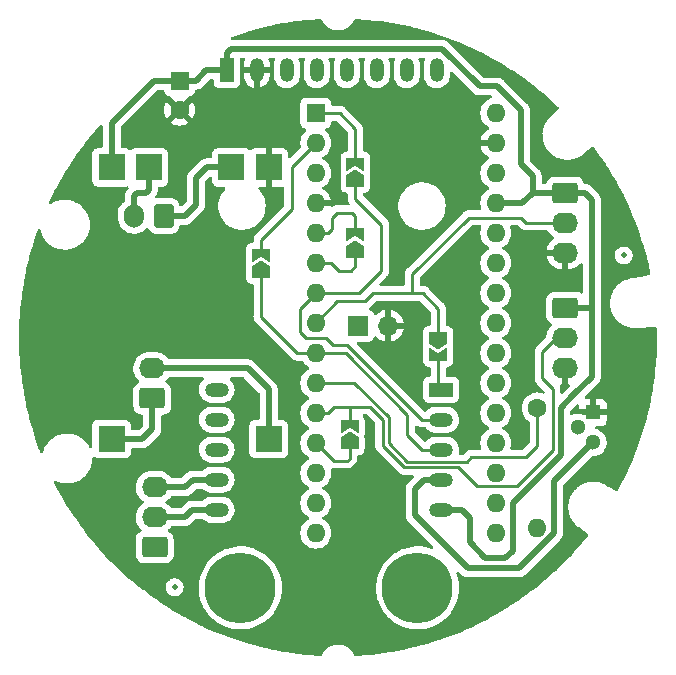
<source format=gbr>
%TF.GenerationSoftware,KiCad,Pcbnew,(5.99.0-10431-gb63c482347)*%
%TF.CreationDate,2021-08-10T09:59:27+02:00*%
%TF.ProjectId,boitarire,626f6974-6172-4697-9265-2e6b69636164,rev?*%
%TF.SameCoordinates,Original*%
%TF.FileFunction,Copper,L1,Top*%
%TF.FilePolarity,Positive*%
%FSLAX46Y46*%
G04 Gerber Fmt 4.6, Leading zero omitted, Abs format (unit mm)*
G04 Created by KiCad (PCBNEW (5.99.0-10431-gb63c482347)) date 2021-08-10 09:59:27*
%MOMM*%
%LPD*%
G01*
G04 APERTURE LIST*
G04 Aperture macros list*
%AMRoundRect*
0 Rectangle with rounded corners*
0 $1 Rounding radius*
0 $2 $3 $4 $5 $6 $7 $8 $9 X,Y pos of 4 corners*
0 Add a 4 corners polygon primitive as box body*
4,1,4,$2,$3,$4,$5,$6,$7,$8,$9,$2,$3,0*
0 Add four circle primitives for the rounded corners*
1,1,$1+$1,$2,$3*
1,1,$1+$1,$4,$5*
1,1,$1+$1,$6,$7*
1,1,$1+$1,$8,$9*
0 Add four rect primitives between the rounded corners*
20,1,$1+$1,$2,$3,$4,$5,0*
20,1,$1+$1,$4,$5,$6,$7,0*
20,1,$1+$1,$6,$7,$8,$9,0*
20,1,$1+$1,$8,$9,$2,$3,0*%
%AMFreePoly0*
4,1,6,1.000000,0.000000,0.500000,-0.750000,-0.500000,-0.750000,-0.500000,0.750000,0.500000,0.750000,1.000000,0.000000,1.000000,0.000000,$1*%
%AMFreePoly1*
4,1,6,0.500000,-0.750000,-0.650000,-0.750000,-0.150000,0.000000,-0.650000,0.750000,0.500000,0.750000,0.500000,-0.750000,0.500000,-0.750000,$1*%
G04 Aperture macros list end*
%TA.AperFunction,SMDPad,CuDef*%
%ADD10C,0.500000*%
%TD*%
%TA.AperFunction,ComponentPad*%
%ADD11R,2.250000X2.250000*%
%TD*%
%TA.AperFunction,SMDPad,CuDef*%
%ADD12FreePoly0,270.000000*%
%TD*%
%TA.AperFunction,SMDPad,CuDef*%
%ADD13FreePoly1,270.000000*%
%TD*%
%TA.AperFunction,SMDPad,CuDef*%
%ADD14FreePoly0,90.000000*%
%TD*%
%TA.AperFunction,SMDPad,CuDef*%
%ADD15FreePoly1,90.000000*%
%TD*%
%TA.AperFunction,ComponentPad*%
%ADD16R,1.700000X1.700000*%
%TD*%
%TA.AperFunction,ComponentPad*%
%ADD17O,1.700000X1.700000*%
%TD*%
%TA.AperFunction,ComponentPad*%
%ADD18R,1.600000X1.600000*%
%TD*%
%TA.AperFunction,ComponentPad*%
%ADD19O,1.600000X1.600000*%
%TD*%
%TA.AperFunction,ComponentPad*%
%ADD20R,1.200000X2.000000*%
%TD*%
%TA.AperFunction,ComponentPad*%
%ADD21O,1.200000X2.000000*%
%TD*%
%TA.AperFunction,ComponentPad*%
%ADD22RoundRect,0.250000X-0.845000X0.620000X-0.845000X-0.620000X0.845000X-0.620000X0.845000X0.620000X0*%
%TD*%
%TA.AperFunction,ComponentPad*%
%ADD23O,2.190000X1.740000*%
%TD*%
%TA.AperFunction,ComponentPad*%
%ADD24RoundRect,0.250000X0.845000X-0.620000X0.845000X0.620000X-0.845000X0.620000X-0.845000X-0.620000X0*%
%TD*%
%TA.AperFunction,ComponentPad*%
%ADD25RoundRect,0.250000X0.600000X0.750000X-0.600000X0.750000X-0.600000X-0.750000X0.600000X-0.750000X0*%
%TD*%
%TA.AperFunction,ComponentPad*%
%ADD26O,1.700000X2.000000*%
%TD*%
%TA.AperFunction,ComponentPad*%
%ADD27R,1.300000X1.300000*%
%TD*%
%TA.AperFunction,ComponentPad*%
%ADD28C,1.300000*%
%TD*%
%TA.AperFunction,ComponentPad*%
%ADD29C,1.600000*%
%TD*%
%TA.AperFunction,ComponentPad*%
%ADD30R,2.000000X1.200000*%
%TD*%
%TA.AperFunction,ComponentPad*%
%ADD31O,2.000000X1.200000*%
%TD*%
%TA.AperFunction,ComponentPad*%
%ADD32C,6.000000*%
%TD*%
%TA.AperFunction,Conductor*%
%ADD33C,0.250000*%
%TD*%
%TA.AperFunction,Conductor*%
%ADD34C,0.500000*%
%TD*%
G04 APERTURE END LIST*
D10*
%TO.P,REF\u002A\u002A,*%
%TO.N,*%
X188200000Y-61800000D03*
%TD*%
%TO.P,REF\u002A\u002A,*%
%TO.N,*%
X150200000Y-89900000D03*
%TD*%
D11*
%TO.P,U2,1,USB+*%
%TO.N,+5V*%
X144850000Y-77350000D03*
%TO.P,U2,2,GND*%
%TO.N,GNDPWR*%
X158150000Y-77350000D03*
%TO.P,U2,3,BATT+*%
%TO.N,+BATT*%
X148000000Y-54350000D03*
%TO.P,U2,4,BATT-*%
%TO.N,-BATT*%
X155000000Y-54350000D03*
%TO.P,U2,5,OUT+*%
%TO.N,VCC*%
X144850000Y-54350000D03*
%TO.P,U2,6,OUT-*%
%TO.N,GND*%
X158150000Y-54350000D03*
%TD*%
D12*
%TO.P,JP2,1,A*%
%TO.N,/CAP_SENSOR_2*%
X172500000Y-68775000D03*
D13*
%TO.P,JP2,2,B*%
%TO.N,/BUSY*%
X172500000Y-70225000D03*
%TD*%
D14*
%TO.P,JP1,1,A*%
%TO.N,/INT*%
X165500000Y-61475000D03*
D15*
%TO.P,JP1,2,B*%
%TO.N,/BUSY*%
X165500000Y-60025000D03*
%TD*%
D14*
%TO.P,JP3,1,A*%
%TO.N,/TX*%
X165500000Y-55475000D03*
D15*
%TO.P,JP3,2,B*%
%TO.N,Net-(A1-Pad1)*%
X165500000Y-54025000D03*
%TD*%
D14*
%TO.P,JP5,1,A*%
%TO.N,/SENSOR_POSITION*%
X165000000Y-77725000D03*
D15*
%TO.P,JP5,2,B*%
%TO.N,/CAP_SENSOR_1*%
X165000000Y-76275000D03*
%TD*%
D14*
%TO.P,JP4,1,A*%
%TO.N,/RX*%
X157500000Y-63200000D03*
D15*
%TO.P,JP4,2,B*%
%TO.N,Net-(A1-Pad2)*%
X157500000Y-61750000D03*
%TD*%
D16*
%TO.P,SW1,1,1*%
%TO.N,/SENSOR_POSITION*%
X165725000Y-67750000D03*
D17*
%TO.P,SW1,2,2*%
%TO.N,GND*%
X168265000Y-67750000D03*
%TD*%
D18*
%TO.P,A1,1,TX1*%
%TO.N,Net-(A1-Pad1)*%
X162140000Y-49750000D03*
D19*
%TO.P,A1,2,RX1*%
%TO.N,Net-(A1-Pad2)*%
X162140000Y-52290000D03*
%TO.P,A1,3,~{RESET}*%
%TO.N,unconnected-(A1-Pad3)*%
X162140000Y-54830000D03*
%TO.P,A1,4,GND*%
%TO.N,GND*%
X162140000Y-57370000D03*
%TO.P,A1,5,D2*%
%TO.N,/BUSY*%
X162140000Y-59910000D03*
%TO.P,A1,6,D3*%
%TO.N,/INT*%
X162140000Y-62450000D03*
%TO.P,A1,7,D4*%
%TO.N,/TX*%
X162140000Y-64990000D03*
%TO.P,A1,8,D5*%
%TO.N,/CAP_SENSOR_2*%
X162140000Y-67530000D03*
%TO.P,A1,9,D6*%
%TO.N,/RX*%
X162140000Y-70070000D03*
%TO.P,A1,10,D7*%
%TO.N,/GND_AUDIO_SW*%
X162140000Y-72610000D03*
%TO.P,A1,11,D8*%
%TO.N,/CAP_SENSOR_1*%
X162140000Y-75150000D03*
%TO.P,A1,12,D9*%
%TO.N,/SENSOR_POSITION*%
X162140000Y-77690000D03*
%TO.P,A1,13,D10*%
%TO.N,unconnected-(A1-Pad13)*%
X162140000Y-80230000D03*
%TO.P,A1,14,MOSI*%
%TO.N,unconnected-(A1-Pad14)*%
X162140000Y-82770000D03*
%TO.P,A1,15,MISO*%
%TO.N,unconnected-(A1-Pad15)*%
X162140000Y-85310000D03*
%TO.P,A1,16,SCK*%
%TO.N,unconnected-(A1-Pad16)*%
X177380000Y-85310000D03*
%TO.P,A1,17,3V3*%
%TO.N,unconnected-(A1-Pad17)*%
X177380000Y-82770000D03*
%TO.P,A1,18,AREF*%
%TO.N,unconnected-(A1-Pad18)*%
X177380000Y-80230000D03*
%TO.P,A1,19,A0*%
%TO.N,unconnected-(A1-Pad19)*%
X177380000Y-77690000D03*
%TO.P,A1,20,A1*%
%TO.N,unconnected-(A1-Pad20)*%
X177380000Y-75150000D03*
%TO.P,A1,21,A2*%
%TO.N,unconnected-(A1-Pad21)*%
X177380000Y-72610000D03*
%TO.P,A1,22,A3*%
%TO.N,unconnected-(A1-Pad22)*%
X177380000Y-70070000D03*
%TO.P,A1,23,SDA/A4*%
%TO.N,/SDA*%
X177380000Y-67530000D03*
%TO.P,A1,24,SCL/A5*%
%TO.N,/SCL*%
X177380000Y-64990000D03*
%TO.P,A1,25,A6*%
%TO.N,unconnected-(A1-Pad25)*%
X177380000Y-62450000D03*
%TO.P,A1,26,A7*%
%TO.N,unconnected-(A1-Pad26)*%
X177380000Y-59910000D03*
%TO.P,A1,27,+5V*%
%TO.N,VCC*%
X177380000Y-57370000D03*
%TO.P,A1,28,~{RESET}*%
%TO.N,unconnected-(A1-Pad28)*%
X177380000Y-54830000D03*
%TO.P,A1,29,GND*%
%TO.N,GND*%
X177380000Y-52290000D03*
%TO.P,A1,30,VIN*%
%TO.N,unconnected-(A1-Pad30)*%
X177380000Y-49750000D03*
%TD*%
D20*
%TO.P,U1,1,VCC*%
%TO.N,VCC*%
X154610000Y-46125000D03*
D21*
%TO.P,U1,2,GND*%
%TO.N,GND*%
X157150000Y-46125000D03*
%TO.P,U1,3,SCL*%
%TO.N,/SCL*%
X159690000Y-46125000D03*
%TO.P,U1,4,SDA*%
%TO.N,/SDA*%
X162230000Y-46125000D03*
%TO.P,U1,5,XDA*%
%TO.N,unconnected-(U1-Pad5)*%
X164770000Y-46125000D03*
%TO.P,U1,6,XCL*%
%TO.N,unconnected-(U1-Pad6)*%
X167310000Y-46125000D03*
%TO.P,U1,7,AD0*%
%TO.N,unconnected-(U1-Pad7)*%
X169850000Y-46125000D03*
%TO.P,U1,8,INT*%
%TO.N,/INT*%
X172390000Y-46125000D03*
%TD*%
D22*
%TO.P,J4,1,Pin_1*%
%TO.N,VCC*%
X183250000Y-66250000D03*
D23*
%TO.P,J4,2,Pin_2*%
%TO.N,/CAP_SENSOR_1*%
X183250000Y-68790000D03*
%TO.P,J4,3,Pin_3*%
%TO.N,GND*%
X183250000Y-71330000D03*
%TD*%
D24*
%TO.P,J3,1,Pin_1*%
%TO.N,+5V*%
X148300000Y-73900000D03*
D23*
%TO.P,J3,2,Pin_2*%
%TO.N,GNDPWR*%
X148300000Y-71360000D03*
%TD*%
D25*
%TO.P,J1,1,Pin_1*%
%TO.N,-BATT*%
X149250000Y-58450000D03*
D26*
%TO.P,J1,2,Pin_2*%
%TO.N,+BATT*%
X146750000Y-58450000D03*
%TD*%
D24*
%TO.P,J2,1,Pin_1*%
%TO.N,unconnected-(J2-Pad1)*%
X148500000Y-86500000D03*
D23*
%TO.P,J2,2,Pin_2*%
%TO.N,/SP-*%
X148500000Y-83960000D03*
%TO.P,J2,3,Pin_3*%
%TO.N,/SP+*%
X148500000Y-81420000D03*
%TD*%
D27*
%TO.P,Q2,1,S*%
%TO.N,GND*%
X185600000Y-75100000D03*
D28*
%TO.P,Q2,2,G*%
%TO.N,Net-(Q1-Pad1)*%
X184330000Y-76370000D03*
%TO.P,Q2,3,D*%
%TO.N,/GND_AUDIO*%
X185600000Y-77640000D03*
%TD*%
D22*
%TO.P,J5,1,Pin_1*%
%TO.N,VCC*%
X183250000Y-56500000D03*
D23*
%TO.P,J5,2,Pin_2*%
%TO.N,/CAP_SENSOR_2*%
X183250000Y-59040000D03*
%TO.P,J5,3,Pin_3*%
%TO.N,GND*%
X183250000Y-61580000D03*
%TD*%
D18*
%TO.P,C1,1*%
%TO.N,VCC*%
X150600000Y-47000000D03*
D29*
%TO.P,C1,2*%
%TO.N,GND*%
X150600000Y-49500000D03*
%TD*%
D30*
%TO.P,U3,1,BUSY*%
%TO.N,/BUSY*%
X172750000Y-73170000D03*
D31*
%TO.P,U3,2,TX*%
%TO.N,/TX*%
X172750000Y-75710000D03*
%TO.P,U3,3,RX*%
%TO.N,/RX*%
X172750000Y-78250000D03*
%TO.P,U3,4,GND*%
%TO.N,/GND_AUDIO*%
X172750000Y-80790000D03*
%TO.P,U3,5,VCC*%
%TO.N,VCC*%
X172750000Y-83330000D03*
%TO.P,U3,6,SP+*%
%TO.N,/SP-*%
X153750000Y-83330000D03*
%TO.P,U3,7,SP-*%
%TO.N,/SP+*%
X153750000Y-80790000D03*
%TO.P,U3,8,DACL*%
%TO.N,unconnected-(U3-Pad8)*%
X153750000Y-78250000D03*
%TO.P,U3,9,DACR*%
%TO.N,unconnected-(U3-Pad9)*%
X153750000Y-75710000D03*
%TO.P,U3,10,ONE*%
%TO.N,unconnected-(U3-Pad10)*%
X153750000Y-73170000D03*
D32*
%TO.P,U3,S1,Screw_term_1*%
%TO.N,unconnected-(U3-PadS1)*%
X170750000Y-89950000D03*
%TO.P,U3,S2,Screw_term_2*%
%TO.N,unconnected-(U3-PadS2)*%
X155750000Y-89950000D03*
%TD*%
D29*
%TO.P,R2,1*%
%TO.N,/GND_AUDIO_SW*%
X180900000Y-74720000D03*
D19*
%TO.P,R2,2*%
%TO.N,Net-(Q1-Pad1)*%
X180900000Y-84880000D03*
%TD*%
D33*
%TO.N,Net-(A1-Pad1)*%
X165500000Y-51100000D02*
X164150000Y-49750000D01*
X164150000Y-49750000D02*
X162140000Y-49750000D01*
X165500000Y-54025000D02*
X165500000Y-51100000D01*
%TO.N,Net-(A1-Pad2)*%
X160100000Y-54330000D02*
X162140000Y-52290000D01*
X157500000Y-60500000D02*
X160100000Y-57900000D01*
X160100000Y-57900000D02*
X160100000Y-54330000D01*
X157500000Y-61750000D02*
X157500000Y-60500000D01*
%TO.N,/BUSY*%
X165500000Y-60025000D02*
X165500000Y-58500000D01*
X163190000Y-59910000D02*
X162140000Y-59910000D01*
X172500000Y-72920000D02*
X172750000Y-73170000D01*
X163500000Y-59600000D02*
X163190000Y-59910000D01*
X165200000Y-58200000D02*
X163900000Y-58200000D01*
X165500000Y-58500000D02*
X165200000Y-58200000D01*
X172500000Y-70225000D02*
X172500000Y-72920000D01*
X163900000Y-58200000D02*
X163500000Y-58600000D01*
X163500000Y-58600000D02*
X163500000Y-59600000D01*
%TO.N,/INT*%
X165500000Y-62700000D02*
X165100000Y-63100000D01*
X163450000Y-62450000D02*
X162140000Y-62450000D01*
X165500000Y-61475000D02*
X165500000Y-62700000D01*
X164100000Y-63100000D02*
X163450000Y-62450000D01*
X165100000Y-63100000D02*
X164100000Y-63100000D01*
%TO.N,/TX*%
X165810000Y-64990000D02*
X162140000Y-64990000D01*
X171110000Y-75710000D02*
X164800000Y-69400000D01*
X160800000Y-66330000D02*
X162140000Y-64990000D01*
X163600000Y-69400000D02*
X163000000Y-68800000D01*
X160800000Y-68300000D02*
X160800000Y-66330000D01*
X164800000Y-69400000D02*
X163600000Y-69400000D01*
X165500000Y-57000000D02*
X167700000Y-59200000D01*
X163000000Y-68800000D02*
X161300000Y-68800000D01*
X165500000Y-55475000D02*
X165500000Y-57000000D01*
X167700000Y-63100000D02*
X165810000Y-64990000D01*
X167700000Y-59200000D02*
X167700000Y-63100000D01*
X172750000Y-75710000D02*
X171110000Y-75710000D01*
X161300000Y-68800000D02*
X160800000Y-68300000D01*
%TO.N,/CAP_SENSOR_2*%
X179940000Y-59040000D02*
X179500000Y-58600000D01*
X175100000Y-58600000D02*
X170300000Y-63400000D01*
X163970000Y-65700000D02*
X162140000Y-67530000D01*
X179500000Y-58600000D02*
X175100000Y-58600000D01*
X172500000Y-68775000D02*
X172500000Y-66300000D01*
X166300000Y-65700000D02*
X163970000Y-65700000D01*
X171200000Y-65000000D02*
X170300000Y-65000000D01*
X167000000Y-65000000D02*
X166300000Y-65700000D01*
X170300000Y-63400000D02*
X170300000Y-65000000D01*
X172500000Y-66300000D02*
X171200000Y-65000000D01*
X170300000Y-65000000D02*
X167000000Y-65000000D01*
X183250000Y-59040000D02*
X179940000Y-59040000D01*
%TO.N,/RX*%
X160570000Y-70070000D02*
X162140000Y-70070000D01*
X164670000Y-70070000D02*
X169900000Y-75300000D01*
X157500000Y-67000000D02*
X160570000Y-70070000D01*
X169900000Y-75300000D02*
X169900000Y-77000000D01*
X172750000Y-78250000D02*
X171150000Y-78250000D01*
X162140000Y-70070000D02*
X164670000Y-70070000D01*
X171150000Y-78250000D02*
X169900000Y-77000000D01*
X157500000Y-63200000D02*
X157500000Y-67000000D01*
%TO.N,/GND_AUDIO_SW*%
X169900000Y-79300000D02*
X174900000Y-79300000D01*
X168300000Y-75500000D02*
X168300000Y-77700000D01*
X165410000Y-72610000D02*
X168300000Y-75500000D01*
X179900000Y-78900000D02*
X180900000Y-77900000D01*
X179020000Y-78900000D02*
X179000000Y-78900000D01*
X180900000Y-77900000D02*
X180900000Y-74720000D01*
X175300000Y-78900000D02*
X179020000Y-78900000D01*
X174900000Y-79300000D02*
X175300000Y-78900000D01*
X168300000Y-77700000D02*
X169900000Y-79300000D01*
X179020000Y-78900000D02*
X179900000Y-78900000D01*
X162140000Y-72610000D02*
X165410000Y-72610000D01*
%TO.N,/CAP_SENSOR_1*%
X167800000Y-77900000D02*
X169649520Y-79749520D01*
X163700000Y-74600000D02*
X163150000Y-75150000D01*
X163150000Y-75150000D02*
X162140000Y-75150000D01*
X182200000Y-78300000D02*
X182200000Y-73100000D01*
X174149520Y-79749520D02*
X175754511Y-81354511D01*
X165000000Y-76275000D02*
X165000000Y-74600000D01*
X175754511Y-81354511D02*
X179145489Y-81354511D01*
X182510000Y-68790000D02*
X183250000Y-68790000D01*
X165000000Y-74600000D02*
X163700000Y-74600000D01*
X182200000Y-73100000D02*
X181300000Y-72200000D01*
X179145489Y-81354511D02*
X182200000Y-78300000D01*
X169649520Y-79749520D02*
X174149520Y-79749520D01*
X181300000Y-70000000D02*
X182510000Y-68790000D01*
X167800000Y-75700000D02*
X167800000Y-77900000D01*
X181300000Y-72200000D02*
X181300000Y-70000000D01*
X165000000Y-74600000D02*
X166700000Y-74600000D01*
X166700000Y-74600000D02*
X167800000Y-75700000D01*
D34*
%TO.N,VCC*%
X177380000Y-57370000D02*
X179630000Y-57370000D01*
X183250000Y-56500000D02*
X184900000Y-56500000D01*
X148400000Y-47000000D02*
X150600000Y-47000000D01*
X175200000Y-84000000D02*
X174530000Y-83330000D01*
X154610000Y-46125000D02*
X154610000Y-44690000D01*
X178800000Y-82800000D02*
X178800000Y-86800000D01*
X152875000Y-46125000D02*
X154610000Y-46125000D01*
X144850000Y-50550000D02*
X148400000Y-47000000D01*
X179500000Y-54100000D02*
X180500000Y-55100000D01*
X178200000Y-87400000D02*
X176500000Y-87400000D01*
X179500000Y-49500000D02*
X179500000Y-54100000D01*
X174530000Y-83330000D02*
X172750000Y-83330000D01*
X183250000Y-66250000D02*
X185450000Y-66250000D01*
X178800000Y-86800000D02*
X178200000Y-87400000D01*
X176500000Y-87400000D02*
X175200000Y-86100000D01*
X154610000Y-44690000D02*
X155000000Y-44300000D01*
X185500000Y-72100000D02*
X183950000Y-73650000D01*
X150600000Y-47000000D02*
X152000000Y-47000000D01*
X184900000Y-56500000D02*
X185500000Y-57100000D01*
X176000000Y-47500000D02*
X177500000Y-47500000D01*
X155000000Y-44300000D02*
X172800000Y-44300000D01*
X179300000Y-82300000D02*
X178800000Y-82800000D01*
X144850000Y-54350000D02*
X144850000Y-50550000D01*
X182900000Y-74700000D02*
X182900000Y-78700000D01*
X172800000Y-44300000D02*
X176000000Y-47500000D01*
X152000000Y-47000000D02*
X152875000Y-46125000D01*
X182900000Y-78700000D02*
X179300000Y-82300000D01*
X175200000Y-86100000D02*
X175200000Y-84000000D01*
X180500000Y-56500000D02*
X183250000Y-56500000D01*
X185500000Y-66200000D02*
X185500000Y-72100000D01*
X179630000Y-57370000D02*
X180500000Y-56500000D01*
X183950000Y-73650000D02*
X182900000Y-74700000D01*
X185450000Y-66250000D02*
X185500000Y-66200000D01*
X180500000Y-55100000D02*
X180500000Y-56500000D01*
X177500000Y-47500000D02*
X179500000Y-49500000D01*
X185500000Y-57100000D02*
X185500000Y-66200000D01*
D33*
%TO.N,/SENSOR_POSITION*%
X165000000Y-77725000D02*
X165000000Y-79000000D01*
X164800000Y-79200000D02*
X163650000Y-79200000D01*
X165000000Y-79000000D02*
X164800000Y-79200000D01*
X163650000Y-79200000D02*
X162140000Y-77690000D01*
D34*
%TO.N,-BATT*%
X152000000Y-55250000D02*
X152900000Y-54350000D01*
X151050000Y-58450000D02*
X152000000Y-57500000D01*
X152000000Y-57500000D02*
X152000000Y-55250000D01*
X149250000Y-58450000D02*
X151050000Y-58450000D01*
X152900000Y-54350000D02*
X155000000Y-54350000D01*
%TO.N,+BATT*%
X147750000Y-56500000D02*
X147000000Y-56500000D01*
X146750000Y-56750000D02*
X146750000Y-58450000D01*
X148000000Y-56250000D02*
X147750000Y-56500000D01*
X147000000Y-56500000D02*
X146750000Y-56750000D01*
X148000000Y-54350000D02*
X148000000Y-56250000D01*
%TO.N,/SP-*%
X151040000Y-83960000D02*
X151670000Y-83330000D01*
X148500000Y-83960000D02*
X148500000Y-83750000D01*
X148500000Y-83960000D02*
X151040000Y-83960000D01*
X151670000Y-83330000D02*
X153750000Y-83330000D01*
%TO.N,/SP+*%
X153750000Y-80790000D02*
X151710000Y-80790000D01*
X151080000Y-81420000D02*
X148500000Y-81420000D01*
X151710000Y-80790000D02*
X151080000Y-81420000D01*
%TO.N,+5V*%
X147450000Y-77350000D02*
X148300000Y-76500000D01*
X148300000Y-76500000D02*
X148300000Y-73900000D01*
X144850000Y-77350000D02*
X147450000Y-77350000D01*
%TO.N,GNDPWR*%
X156360000Y-71360000D02*
X158150000Y-73150000D01*
X148300000Y-71360000D02*
X156360000Y-71360000D01*
X158150000Y-73150000D02*
X158150000Y-77350000D01*
%TO.N,/GND_AUDIO*%
X179329277Y-88300000D02*
X182300000Y-85329277D01*
X182300000Y-85329277D02*
X182300000Y-80940000D01*
X170500000Y-81600000D02*
X170500000Y-83800000D01*
X170500000Y-83800000D02*
X175000000Y-88300000D01*
X172750000Y-80790000D02*
X171310000Y-80790000D01*
X182300000Y-80940000D02*
X185600000Y-77640000D01*
X171310000Y-80790000D02*
X170500000Y-81600000D01*
X175000000Y-88300000D02*
X179329277Y-88300000D01*
%TD*%
%TA.AperFunction,Conductor*%
%TO.N,GND*%
G36*
X165626015Y-41789406D02*
G01*
X165628352Y-41789557D01*
X166396816Y-41846386D01*
X166399084Y-41846576D01*
X166597010Y-41864945D01*
X166634379Y-41868413D01*
X166636726Y-41868653D01*
X167074239Y-41917536D01*
X167386817Y-41952460D01*
X167402372Y-41954198D01*
X167404711Y-41954482D01*
X167639242Y-41985142D01*
X167641400Y-41985445D01*
X168287938Y-42082314D01*
X168403333Y-42099604D01*
X168405663Y-42099975D01*
X168478835Y-42112343D01*
X168638718Y-42139368D01*
X168641021Y-42139779D01*
X169398206Y-42282397D01*
X169400434Y-42282839D01*
X169631881Y-42330937D01*
X169634103Y-42331420D01*
X170385436Y-42502294D01*
X170387654Y-42502821D01*
X170482539Y-42526277D01*
X170617168Y-42559559D01*
X170619452Y-42560147D01*
X171200477Y-42715381D01*
X171363746Y-42759002D01*
X171365986Y-42759622D01*
X171439720Y-42780809D01*
X171593123Y-42824888D01*
X171595384Y-42825561D01*
X171906583Y-42921324D01*
X172331854Y-43052190D01*
X172334015Y-43052877D01*
X172558512Y-43126589D01*
X172560741Y-43127344D01*
X173288173Y-43381376D01*
X173290282Y-43382135D01*
X173432167Y-43434685D01*
X173512022Y-43464261D01*
X173514226Y-43465101D01*
X173903387Y-43617580D01*
X174231491Y-43746136D01*
X174233635Y-43746999D01*
X174452165Y-43837378D01*
X174454255Y-43838266D01*
X174928998Y-44045102D01*
X175160545Y-44145983D01*
X175162699Y-44146946D01*
X175377612Y-44245407D01*
X175379713Y-44246394D01*
X176074020Y-44580357D01*
X176076136Y-44581399D01*
X176138201Y-44612696D01*
X176287134Y-44687799D01*
X176289124Y-44688826D01*
X176970546Y-45048606D01*
X176972579Y-45049704D01*
X177046702Y-45090633D01*
X177179518Y-45163971D01*
X177181573Y-45165131D01*
X177848929Y-45550108D01*
X177850961Y-45551306D01*
X178053401Y-45673195D01*
X178055411Y-45674431D01*
X178707922Y-46084149D01*
X178709826Y-46085370D01*
X178907609Y-46214785D01*
X178909546Y-46216079D01*
X179528906Y-46638117D01*
X179546257Y-46649940D01*
X179548112Y-46651229D01*
X179741025Y-46788040D01*
X179742817Y-46789337D01*
X180192341Y-47120956D01*
X180362812Y-47246715D01*
X180364698Y-47248134D01*
X180552297Y-47392030D01*
X180554155Y-47393483D01*
X180863775Y-47640318D01*
X181118468Y-47843364D01*
X181156555Y-47873728D01*
X181158373Y-47875206D01*
X181340392Y-48025975D01*
X181342137Y-48027448D01*
X181853027Y-48467012D01*
X181926158Y-48529933D01*
X181927932Y-48531489D01*
X182104195Y-48688983D01*
X182105940Y-48690571D01*
X182299811Y-48870438D01*
X182661562Y-49206059D01*
X182697895Y-49267053D01*
X182695486Y-49338008D01*
X182664959Y-49387522D01*
X182009802Y-50042679D01*
X181997064Y-50053812D01*
X181970424Y-50074107D01*
X181967049Y-50077620D01*
X181967047Y-50077622D01*
X181849037Y-50200467D01*
X181847657Y-50201881D01*
X181836028Y-50213613D01*
X181836024Y-50213618D01*
X181832598Y-50217074D01*
X181702911Y-50396235D01*
X181699989Y-50394120D01*
X181699843Y-50394395D01*
X181702670Y-50396422D01*
X181702668Y-50396425D01*
X181691371Y-50412177D01*
X181640523Y-50482423D01*
X181639586Y-50484204D01*
X181639271Y-50484675D01*
X181638702Y-50485614D01*
X181635866Y-50489569D01*
X181614773Y-50531329D01*
X181613817Y-50533186D01*
X181588563Y-50581188D01*
X181587980Y-50584067D01*
X181587113Y-50586090D01*
X181536150Y-50686987D01*
X181532830Y-50685310D01*
X181532731Y-50685607D01*
X181535942Y-50687211D01*
X181527392Y-50704325D01*
X181527143Y-50704820D01*
X181490202Y-50777955D01*
X181490195Y-50777971D01*
X181488181Y-50781959D01*
X181487541Y-50783856D01*
X181487301Y-50784378D01*
X181486887Y-50785398D01*
X181484712Y-50789751D01*
X181483232Y-50794389D01*
X181470457Y-50834424D01*
X181469835Y-50836319D01*
X181452496Y-50887699D01*
X181452375Y-50890639D01*
X181451844Y-50892756D01*
X181417478Y-51000457D01*
X181417477Y-51000458D01*
X181413818Y-50999290D01*
X181413769Y-50999602D01*
X181417307Y-51000714D01*
X181411595Y-51018889D01*
X181411478Y-51019257D01*
X181387905Y-51093134D01*
X181385134Y-51101819D01*
X181384800Y-51103801D01*
X181384645Y-51104360D01*
X181384399Y-51105423D01*
X181382942Y-51110061D01*
X181382216Y-51114865D01*
X181382215Y-51114868D01*
X181375943Y-51156357D01*
X181375618Y-51158399D01*
X181366624Y-51211873D01*
X181366970Y-51214792D01*
X181366778Y-51216983D01*
X181349882Y-51328749D01*
X181346223Y-51328196D01*
X181346222Y-51328509D01*
X181349753Y-51329027D01*
X181348418Y-51338128D01*
X181346923Y-51348323D01*
X181333978Y-51433952D01*
X181333962Y-51435965D01*
X181333897Y-51436542D01*
X181333823Y-51437624D01*
X181333117Y-51442439D01*
X181333380Y-51472326D01*
X181333529Y-51489286D01*
X181333530Y-51491356D01*
X181333108Y-51545548D01*
X181333912Y-51548379D01*
X181334069Y-51550569D01*
X181335064Y-51663602D01*
X181331444Y-51663634D01*
X181331491Y-51663941D01*
X181334981Y-51663895D01*
X181334981Y-51663899D01*
X181335237Y-51683337D01*
X181336000Y-51769997D01*
X181336302Y-51771980D01*
X181336328Y-51772537D01*
X181336428Y-51773641D01*
X181336492Y-51778512D01*
X181337304Y-51783311D01*
X181337305Y-51783321D01*
X181344318Y-51824760D01*
X181344643Y-51826782D01*
X181352793Y-51880325D01*
X181354035Y-51882993D01*
X181354534Y-51885120D01*
X181373397Y-51996584D01*
X181369674Y-51997214D01*
X181369772Y-51997516D01*
X181373362Y-51996892D01*
X181376641Y-52015763D01*
X181376735Y-52016309D01*
X181391150Y-52101490D01*
X181391761Y-52103397D01*
X181391873Y-52103934D01*
X181392149Y-52105017D01*
X181392983Y-52109822D01*
X181394545Y-52114435D01*
X181394547Y-52114443D01*
X181408026Y-52154250D01*
X181408678Y-52156227D01*
X181425183Y-52207774D01*
X181426829Y-52210209D01*
X181427659Y-52212233D01*
X181463917Y-52319312D01*
X181460379Y-52320510D01*
X181460523Y-52320790D01*
X181463931Y-52319619D01*
X181470138Y-52337690D01*
X181470291Y-52338137D01*
X181498040Y-52420088D01*
X181498946Y-52421877D01*
X181499152Y-52422418D01*
X181499588Y-52423427D01*
X181501167Y-52428023D01*
X181503431Y-52432317D01*
X181503435Y-52432325D01*
X181523027Y-52469473D01*
X181523987Y-52471331D01*
X181545040Y-52512908D01*
X181545043Y-52512913D01*
X181548455Y-52519651D01*
X181550468Y-52521798D01*
X181551609Y-52523668D01*
X181561355Y-52542147D01*
X181604343Y-52623657D01*
X181601039Y-52625399D01*
X181601226Y-52625654D01*
X181604406Y-52623959D01*
X181613586Y-52641181D01*
X181653977Y-52717768D01*
X181655152Y-52719387D01*
X181655437Y-52719882D01*
X181656030Y-52720813D01*
X181658320Y-52725110D01*
X181686518Y-52762656D01*
X181687674Y-52764222D01*
X181719505Y-52808103D01*
X181721833Y-52809905D01*
X181723254Y-52811568D01*
X181779048Y-52885858D01*
X181791141Y-52901960D01*
X181788250Y-52904131D01*
X181788472Y-52904352D01*
X181791251Y-52902246D01*
X181792847Y-52904352D01*
X181802712Y-52917368D01*
X181803044Y-52917808D01*
X181827979Y-52951009D01*
X181855037Y-52987036D01*
X181856449Y-52988445D01*
X181856810Y-52988890D01*
X181857553Y-52989727D01*
X181860485Y-52993596D01*
X181894214Y-53026158D01*
X181895639Y-53027557D01*
X181934029Y-53065869D01*
X181936612Y-53067279D01*
X181938278Y-53068697D01*
X182001228Y-53129469D01*
X182019608Y-53147213D01*
X182017007Y-53149907D01*
X182017262Y-53150089D01*
X182019760Y-53147479D01*
X182019761Y-53147480D01*
X182033850Y-53160963D01*
X182096153Y-53221110D01*
X182097777Y-53222283D01*
X182098197Y-53222659D01*
X182099056Y-53223362D01*
X182102574Y-53226729D01*
X182141030Y-53253547D01*
X182142686Y-53254723D01*
X182186619Y-53286456D01*
X182189389Y-53287439D01*
X182191268Y-53288581D01*
X182283991Y-53353242D01*
X182281937Y-53356187D01*
X182282215Y-53356328D01*
X182284183Y-53353479D01*
X182284184Y-53353480D01*
X182300107Y-53364480D01*
X182371263Y-53414102D01*
X182373049Y-53415002D01*
X182373530Y-53415311D01*
X182374496Y-53415874D01*
X182378489Y-53418632D01*
X182382864Y-53420746D01*
X182420660Y-53439009D01*
X182422534Y-53439934D01*
X182464183Y-53460918D01*
X182464186Y-53460919D01*
X182470928Y-53464316D01*
X182473821Y-53464849D01*
X182475857Y-53465680D01*
X182577631Y-53514856D01*
X182576072Y-53518083D01*
X182576370Y-53518179D01*
X182577860Y-53515061D01*
X182577861Y-53515062D01*
X182595431Y-53523457D01*
X182673433Y-53561147D01*
X182675339Y-53561753D01*
X182675869Y-53561985D01*
X182676902Y-53562384D01*
X182681285Y-53564478D01*
X182726227Y-53577951D01*
X182728204Y-53578563D01*
X182772586Y-53592676D01*
X182772588Y-53592677D01*
X182779785Y-53594965D01*
X182782729Y-53595034D01*
X182784848Y-53595527D01*
X182865166Y-53619606D01*
X182893144Y-53627994D01*
X182892086Y-53631523D01*
X182892395Y-53631569D01*
X182893401Y-53628160D01*
X182911699Y-53633558D01*
X182912232Y-53633717D01*
X182990757Y-53657259D01*
X182990759Y-53657259D01*
X182995057Y-53658548D01*
X182997041Y-53658846D01*
X182997567Y-53658982D01*
X182998665Y-53659216D01*
X183003340Y-53660595D01*
X183008165Y-53661238D01*
X183008166Y-53661238D01*
X183049798Y-53666784D01*
X183051868Y-53667078D01*
X183067034Y-53669355D01*
X183105419Y-53675118D01*
X183108335Y-53674720D01*
X183110522Y-53674873D01*
X183222576Y-53689800D01*
X183222072Y-53693584D01*
X183222391Y-53693577D01*
X183222861Y-53689924D01*
X183241834Y-53692367D01*
X183242381Y-53692438D01*
X183281926Y-53697706D01*
X183328042Y-53703849D01*
X183330046Y-53703829D01*
X183330631Y-53703885D01*
X183331723Y-53703941D01*
X183336542Y-53704561D01*
X183341397Y-53704433D01*
X183341401Y-53704433D01*
X183383394Y-53703324D01*
X183385482Y-53703286D01*
X183415030Y-53702996D01*
X183439636Y-53702754D01*
X183442451Y-53701901D01*
X183444629Y-53701706D01*
X183550937Y-53698898D01*
X183557637Y-53698721D01*
X183557638Y-53698721D01*
X183557736Y-53702426D01*
X183558047Y-53702372D01*
X183557937Y-53698798D01*
X183577062Y-53698209D01*
X183577614Y-53698193D01*
X183604903Y-53697472D01*
X183663998Y-53695911D01*
X183665976Y-53695574D01*
X183666524Y-53695539D01*
X183667630Y-53695419D01*
X183672504Y-53695269D01*
X183677294Y-53694371D01*
X183677298Y-53694371D01*
X183701028Y-53689924D01*
X183718573Y-53686636D01*
X183720556Y-53686282D01*
X183739283Y-53683093D01*
X183766570Y-53678447D01*
X183766576Y-53678446D01*
X183774014Y-53677179D01*
X183776658Y-53675891D01*
X183778787Y-53675352D01*
X183889890Y-53654532D01*
X183890560Y-53658106D01*
X183890861Y-53658004D01*
X183890200Y-53654560D01*
X183909088Y-53650935D01*
X183909629Y-53650833D01*
X183990068Y-53635759D01*
X183990072Y-53635758D01*
X183994469Y-53634934D01*
X183996370Y-53634288D01*
X183996922Y-53634163D01*
X183997985Y-53633873D01*
X184002765Y-53632955D01*
X184046913Y-53617135D01*
X184048733Y-53616499D01*
X184100137Y-53599036D01*
X184102545Y-53597346D01*
X184104558Y-53596479D01*
X184131108Y-53586965D01*
X184210975Y-53558345D01*
X184212182Y-53561714D01*
X184212461Y-53561568D01*
X184211283Y-53558325D01*
X184211284Y-53558325D01*
X184229363Y-53551757D01*
X184229669Y-53551646D01*
X184240642Y-53547714D01*
X184311135Y-53522454D01*
X184312909Y-53521516D01*
X184313440Y-53521303D01*
X184314447Y-53520846D01*
X184319017Y-53519186D01*
X184326516Y-53515061D01*
X184360050Y-53496613D01*
X184361893Y-53495619D01*
X184403116Y-53473825D01*
X184403115Y-53473825D01*
X184409795Y-53470294D01*
X184411908Y-53468243D01*
X184413755Y-53467070D01*
X184584015Y-53373406D01*
X184585759Y-53372465D01*
X184600328Y-53364746D01*
X184604630Y-53362467D01*
X184608524Y-53359557D01*
X184608528Y-53359555D01*
X184693324Y-53296199D01*
X184765139Y-53242542D01*
X184768303Y-53239387D01*
X184768308Y-53239383D01*
X184792223Y-53215538D01*
X184803757Y-53205364D01*
X184815382Y-53196309D01*
X184967789Y-53077589D01*
X185534693Y-52635992D01*
X185600725Y-52609910D01*
X185670376Y-52623668D01*
X185714330Y-52661707D01*
X185968304Y-53014001D01*
X186152122Y-53268980D01*
X186153473Y-53270891D01*
X186284395Y-53459794D01*
X186285709Y-53461727D01*
X186673151Y-54043543D01*
X186711756Y-54101516D01*
X186712985Y-54103399D01*
X186836822Y-54297065D01*
X186838063Y-54299047D01*
X187240065Y-54954226D01*
X187241162Y-54956049D01*
X187355364Y-55150172D01*
X187357770Y-55154261D01*
X187358922Y-55156264D01*
X187620084Y-55619670D01*
X187736309Y-55825901D01*
X187737439Y-55827950D01*
X187846493Y-56030145D01*
X187847585Y-56032215D01*
X188199852Y-56715417D01*
X188200905Y-56717506D01*
X188302421Y-56923702D01*
X188303433Y-56925806D01*
X188630096Y-57621635D01*
X188631021Y-57623655D01*
X188679941Y-57733098D01*
X188724824Y-57833511D01*
X188725758Y-57835655D01*
X189026319Y-58543042D01*
X189027202Y-58545174D01*
X189107556Y-58744499D01*
X189113147Y-58758367D01*
X189114002Y-58760546D01*
X189388103Y-59478649D01*
X189388917Y-59480842D01*
X189466857Y-59696996D01*
X189467627Y-59699198D01*
X189714920Y-60427116D01*
X189715604Y-60429194D01*
X189785462Y-60648087D01*
X189786142Y-60650287D01*
X189822102Y-60770637D01*
X190006207Y-61386797D01*
X190006856Y-61389044D01*
X190068562Y-61610468D01*
X190069169Y-61612728D01*
X190261726Y-62356869D01*
X190262260Y-62359015D01*
X190308707Y-62553322D01*
X190315705Y-62582597D01*
X190316222Y-62584852D01*
X190470952Y-63289793D01*
X190476736Y-63316144D01*
X190471804Y-63386969D01*
X190429363Y-63443884D01*
X190376092Y-63467144D01*
X189656489Y-63597295D01*
X188872734Y-63739048D01*
X188855916Y-63740935D01*
X188826924Y-63742226D01*
X188826918Y-63742227D01*
X188822062Y-63742443D01*
X188756241Y-63755714D01*
X188650488Y-63777036D01*
X188648546Y-63777411D01*
X188627501Y-63781309D01*
X188419085Y-63854475D01*
X188417878Y-63851037D01*
X188417632Y-63851164D01*
X188418816Y-63854491D01*
X188405168Y-63859347D01*
X188402766Y-63860201D01*
X188402270Y-63860377D01*
X188322880Y-63888248D01*
X188318656Y-63889731D01*
X188316905Y-63890642D01*
X188316428Y-63890830D01*
X188315412Y-63891283D01*
X188310828Y-63892914D01*
X188273152Y-63913316D01*
X188269488Y-63915300D01*
X188267670Y-63916265D01*
X188219661Y-63941251D01*
X188217560Y-63943265D01*
X188215733Y-63944409D01*
X188116594Y-63998093D01*
X188114875Y-63994919D01*
X188114652Y-63995084D01*
X188116330Y-63998151D01*
X188101147Y-64006456D01*
X188100679Y-64006711D01*
X188046091Y-64036271D01*
X188022996Y-64048777D01*
X188021406Y-64049957D01*
X188020983Y-64050207D01*
X188020043Y-64050820D01*
X188015769Y-64053158D01*
X187978466Y-64081810D01*
X187976870Y-64083015D01*
X187939391Y-64110835D01*
X187939387Y-64110839D01*
X187933386Y-64115293D01*
X187931632Y-64117611D01*
X187930002Y-64119035D01*
X187840594Y-64187709D01*
X187838371Y-64184815D01*
X187838178Y-64185014D01*
X187840344Y-64187810D01*
X187829218Y-64196431D01*
X187826775Y-64198324D01*
X187826403Y-64198611D01*
X187756183Y-64252547D01*
X187754803Y-64253961D01*
X187754425Y-64254274D01*
X187753590Y-64255031D01*
X187749740Y-64258014D01*
X187746397Y-64261552D01*
X187717461Y-64292172D01*
X187716026Y-64293666D01*
X187678210Y-64332388D01*
X187676843Y-64334957D01*
X187675460Y-64336619D01*
X187598029Y-64418556D01*
X187595291Y-64415967D01*
X187595132Y-64416196D01*
X187597798Y-64418694D01*
X187586735Y-64430500D01*
X187586114Y-64431163D01*
X187585750Y-64431550D01*
X187536712Y-64483443D01*
X187524924Y-64495917D01*
X187523786Y-64497529D01*
X187523452Y-64497910D01*
X187522757Y-64498777D01*
X187519425Y-64502333D01*
X187492868Y-64541282D01*
X187491756Y-64542883D01*
X187481206Y-64557822D01*
X187464860Y-64580968D01*
X187464857Y-64580973D01*
X187460547Y-64587076D01*
X187459603Y-64589827D01*
X187458505Y-64591678D01*
X187394990Y-64684830D01*
X187391889Y-64682715D01*
X187391767Y-64682966D01*
X187394782Y-64685003D01*
X187385061Y-64699390D01*
X187384762Y-64699830D01*
X187351338Y-64748851D01*
X187335027Y-64772773D01*
X187334160Y-64774540D01*
X187333886Y-64774976D01*
X187333333Y-64775948D01*
X187330612Y-64779976D01*
X187328541Y-64784377D01*
X187328538Y-64784383D01*
X187310577Y-64822559D01*
X187309725Y-64824333D01*
X187285863Y-64872959D01*
X187285366Y-64875825D01*
X187284572Y-64877831D01*
X187236577Y-64979844D01*
X187233236Y-64978272D01*
X187233155Y-64978538D01*
X187236399Y-64980047D01*
X187236398Y-64980049D01*
X187228911Y-64996140D01*
X187191264Y-65076157D01*
X187190686Y-65078040D01*
X187190487Y-65078509D01*
X187190092Y-65079563D01*
X187188041Y-65083972D01*
X187186693Y-65088641D01*
X187186687Y-65088657D01*
X187174985Y-65129189D01*
X187174395Y-65131172D01*
X187163309Y-65167331D01*
X187158550Y-65182853D01*
X187158512Y-65185761D01*
X187158044Y-65187871D01*
X187126773Y-65296187D01*
X187123197Y-65295155D01*
X187123159Y-65295430D01*
X187126630Y-65296416D01*
X187121895Y-65313078D01*
X187121750Y-65313584D01*
X187098491Y-65394147D01*
X187098489Y-65394155D01*
X187097249Y-65398451D01*
X187096978Y-65400394D01*
X187096857Y-65400879D01*
X187096633Y-65401987D01*
X187095302Y-65406671D01*
X187094707Y-65411508D01*
X187089560Y-65453350D01*
X187089291Y-65455402D01*
X187081806Y-65508976D01*
X187082228Y-65511855D01*
X187082100Y-65514000D01*
X187068337Y-65625902D01*
X187068337Y-65625903D01*
X187064532Y-65625435D01*
X187064540Y-65625710D01*
X187068231Y-65626148D01*
X187066189Y-65643357D01*
X187066124Y-65643893D01*
X187062864Y-65670404D01*
X187055343Y-65731546D01*
X187055382Y-65733516D01*
X187055341Y-65734000D01*
X187055295Y-65735134D01*
X187054720Y-65739975D01*
X187054897Y-65744843D01*
X187056427Y-65786974D01*
X187056484Y-65789011D01*
X187057559Y-65843123D01*
X187058431Y-65845899D01*
X187058645Y-65848049D01*
X187062737Y-65960712D01*
X187059110Y-65960844D01*
X187059159Y-65961117D01*
X187062672Y-65960975D01*
X187063374Y-65978305D01*
X187063394Y-65978831D01*
X187064140Y-65999358D01*
X187066600Y-66067082D01*
X187066952Y-66069032D01*
X187066988Y-66069522D01*
X187067119Y-66070630D01*
X187067317Y-66075500D01*
X187068261Y-66080278D01*
X187068261Y-66080281D01*
X187076420Y-66121593D01*
X187076805Y-66123628D01*
X187079353Y-66137748D01*
X187086420Y-66176907D01*
X187087720Y-66179510D01*
X187088272Y-66181604D01*
X187110114Y-66292198D01*
X187106481Y-66292916D01*
X187106575Y-66293180D01*
X187110092Y-66292470D01*
X187110222Y-66293116D01*
X187113548Y-66309590D01*
X187113651Y-66310109D01*
X187116043Y-66322221D01*
X187130737Y-66396621D01*
X187131391Y-66398485D01*
X187131505Y-66398968D01*
X187131810Y-66400043D01*
X187132775Y-66404822D01*
X187149097Y-66449032D01*
X187149723Y-66450771D01*
X187167662Y-66501934D01*
X187169358Y-66504301D01*
X187170230Y-66506272D01*
X187189264Y-66557828D01*
X187209277Y-66612035D01*
X187205798Y-66613320D01*
X187205931Y-66613564D01*
X187209298Y-66612305D01*
X187209769Y-66613564D01*
X187215374Y-66628552D01*
X187215558Y-66629048D01*
X187244590Y-66707683D01*
X187246142Y-66711886D01*
X187247078Y-66713616D01*
X187247273Y-66714088D01*
X187247747Y-66715107D01*
X187249450Y-66719662D01*
X187269512Y-66755330D01*
X187272504Y-66760650D01*
X187273504Y-66762463D01*
X187295688Y-66803468D01*
X187295693Y-66803476D01*
X187299245Y-66810041D01*
X187301290Y-66812107D01*
X187302466Y-66813921D01*
X187357735Y-66912181D01*
X187354505Y-66913998D01*
X187354672Y-66914215D01*
X187357795Y-66912441D01*
X187363007Y-66921616D01*
X187366520Y-66927800D01*
X187409916Y-67004954D01*
X187411116Y-67006518D01*
X187411387Y-67006960D01*
X187412007Y-67007878D01*
X187414411Y-67012110D01*
X187417438Y-67015923D01*
X187417439Y-67015924D01*
X187443680Y-67048975D01*
X187444954Y-67050607D01*
X187477862Y-67093484D01*
X187480211Y-67095203D01*
X187481648Y-67096796D01*
X187551758Y-67185100D01*
X187551759Y-67185101D01*
X187548745Y-67187494D01*
X187548945Y-67187679D01*
X187551859Y-67185346D01*
X187551860Y-67185348D01*
X187562842Y-67199061D01*
X187617943Y-67268461D01*
X187619378Y-67269818D01*
X187619713Y-67270209D01*
X187620464Y-67271011D01*
X187623512Y-67274816D01*
X187651282Y-67300226D01*
X187658219Y-67306574D01*
X187659715Y-67307965D01*
X187699025Y-67345142D01*
X187701615Y-67346468D01*
X187703295Y-67347821D01*
X187786470Y-67423930D01*
X187784010Y-67426617D01*
X187784235Y-67426770D01*
X187786607Y-67424155D01*
X187786609Y-67424157D01*
X187799522Y-67435874D01*
X187831384Y-67465029D01*
X187849230Y-67481358D01*
X187864994Y-67495783D01*
X187866619Y-67496892D01*
X187866993Y-67497209D01*
X187867893Y-67497907D01*
X187871498Y-67501178D01*
X187910836Y-67527085D01*
X187912445Y-67528165D01*
X187950991Y-67554469D01*
X187951000Y-67554474D01*
X187957175Y-67558688D01*
X187959942Y-67559588D01*
X187961818Y-67560660D01*
X188055968Y-67622665D01*
X188053883Y-67625831D01*
X188054137Y-67625949D01*
X188056145Y-67622871D01*
X188070903Y-67632502D01*
X188071206Y-67632701D01*
X188097202Y-67649821D01*
X188144864Y-67681210D01*
X188146644Y-67682048D01*
X188147081Y-67682313D01*
X188148061Y-67682849D01*
X188152138Y-67685510D01*
X188195123Y-67704897D01*
X188196836Y-67705687D01*
X188245827Y-67728759D01*
X188248701Y-67729210D01*
X188250721Y-67729972D01*
X188353491Y-67776323D01*
X188351980Y-67779674D01*
X188352242Y-67779750D01*
X188353693Y-67776496D01*
X188369411Y-67783505D01*
X188369899Y-67783724D01*
X188446430Y-67818241D01*
X188446446Y-67818247D01*
X188450517Y-67820083D01*
X188452415Y-67820632D01*
X188452892Y-67820826D01*
X188453943Y-67821201D01*
X188458381Y-67823179D01*
X188463070Y-67824452D01*
X188463074Y-67824453D01*
X188503775Y-67835499D01*
X188505716Y-67836043D01*
X188557725Y-67851080D01*
X188560638Y-67851071D01*
X188562744Y-67851503D01*
X188671554Y-67881033D01*
X188671555Y-67881034D01*
X188670557Y-67884711D01*
X188670832Y-67884743D01*
X188671785Y-67881172D01*
X188688478Y-67885627D01*
X188688931Y-67885750D01*
X188755880Y-67903919D01*
X188774278Y-67908912D01*
X188776243Y-67909155D01*
X188776733Y-67909268D01*
X188777826Y-67909471D01*
X188782530Y-67910726D01*
X188787369Y-67911242D01*
X188787372Y-67911243D01*
X188829236Y-67915711D01*
X188831293Y-67915947D01*
X188844253Y-67917546D01*
X188885037Y-67922578D01*
X188887907Y-67922110D01*
X188890073Y-67922204D01*
X188900427Y-67923309D01*
X189048837Y-67939148D01*
X189082868Y-67942780D01*
X189084844Y-67943007D01*
X189106144Y-67945621D01*
X189306278Y-67939148D01*
X189343854Y-67932520D01*
X189359136Y-67930779D01*
X190885261Y-67850797D01*
X190954334Y-67867205D01*
X191003571Y-67918354D01*
X191017785Y-67972445D01*
X191018119Y-67982512D01*
X191018176Y-67984931D01*
X191019142Y-68054105D01*
X191029017Y-68761324D01*
X191029027Y-68763623D01*
X191028635Y-68838528D01*
X191027688Y-69019196D01*
X191027652Y-69021614D01*
X191008679Y-69797968D01*
X191008597Y-69800385D01*
X190998743Y-70026090D01*
X190997448Y-70055741D01*
X190997320Y-70058144D01*
X190987314Y-70217181D01*
X190948559Y-70833171D01*
X190948384Y-70835583D01*
X190927432Y-71090435D01*
X190927221Y-71092731D01*
X190883488Y-71523275D01*
X190848742Y-71865344D01*
X190848474Y-71867748D01*
X190820325Y-72100365D01*
X190817764Y-72121525D01*
X190817453Y-72123905D01*
X190715136Y-72851932D01*
X190709375Y-72892921D01*
X190709019Y-72895288D01*
X190668574Y-73147790D01*
X190668198Y-73150004D01*
X190583748Y-73619358D01*
X190530668Y-73914362D01*
X190530217Y-73916738D01*
X190514740Y-73994195D01*
X190480118Y-74167463D01*
X190479649Y-74169695D01*
X190312851Y-74928338D01*
X190312339Y-74930563D01*
X190257163Y-75160389D01*
X190252668Y-75179111D01*
X190252081Y-75181456D01*
X190073538Y-75866894D01*
X190056313Y-75933020D01*
X190055689Y-75935325D01*
X190038016Y-75998199D01*
X189986541Y-76181326D01*
X189985864Y-76183648D01*
X189761396Y-76927121D01*
X189760675Y-76929430D01*
X189682122Y-77172636D01*
X189681356Y-77174931D01*
X189621703Y-77348176D01*
X189428652Y-77908839D01*
X189428518Y-77909227D01*
X189427720Y-77911474D01*
X189339851Y-78151588D01*
X189339043Y-78153731D01*
X189089834Y-78796230D01*
X189058202Y-78877783D01*
X189057305Y-78880030D01*
X188960310Y-79116527D01*
X188959371Y-79118756D01*
X188650935Y-79831509D01*
X188649953Y-79833719D01*
X188543996Y-80066220D01*
X188542972Y-80068412D01*
X188480898Y-80197972D01*
X188207398Y-80768811D01*
X188206382Y-80770880D01*
X188094574Y-80993186D01*
X188091483Y-80999332D01*
X188090393Y-81001448D01*
X187992078Y-81187919D01*
X187728189Y-81688426D01*
X187727045Y-81690547D01*
X187722300Y-81699144D01*
X187671871Y-81749118D01*
X187602429Y-81763895D01*
X187548990Y-81747379D01*
X187151714Y-81518024D01*
X186747079Y-81284420D01*
X186733027Y-81274995D01*
X186719971Y-81264905D01*
X186706093Y-81254179D01*
X186562566Y-81175113D01*
X186552664Y-81169658D01*
X186550974Y-81168710D01*
X186532327Y-81158053D01*
X186434628Y-81120747D01*
X186325706Y-81079156D01*
X186327047Y-81075645D01*
X186326737Y-81075577D01*
X186325458Y-81078970D01*
X186307792Y-81072312D01*
X186307282Y-81072119D01*
X186230490Y-81042797D01*
X186230484Y-81042795D01*
X186226309Y-81041201D01*
X186224354Y-81040758D01*
X186223828Y-81040580D01*
X186222754Y-81040267D01*
X186218201Y-81038552D01*
X186213446Y-81037559D01*
X186213440Y-81037557D01*
X186172358Y-81028976D01*
X186170317Y-81028532D01*
X186124817Y-81018237D01*
X186124813Y-81018236D01*
X186117461Y-81016573D01*
X186114528Y-81016755D01*
X186112351Y-81016441D01*
X186001700Y-80993329D01*
X186002465Y-80989667D01*
X186002153Y-80989648D01*
X186001430Y-80993186D01*
X186001428Y-80993185D01*
X185982415Y-80989301D01*
X185897551Y-80971574D01*
X185895555Y-80971447D01*
X185895020Y-80971356D01*
X185893892Y-80971215D01*
X185889125Y-80970241D01*
X185867145Y-80969206D01*
X185842408Y-80968040D01*
X185840321Y-80967925D01*
X185808589Y-80965902D01*
X185786178Y-80964473D01*
X185783309Y-80965117D01*
X185781107Y-80965152D01*
X185668200Y-80959832D01*
X185668368Y-80956266D01*
X185668058Y-80956295D01*
X185667911Y-80959734D01*
X185662894Y-80959520D01*
X185648755Y-80958916D01*
X185648474Y-80958903D01*
X185582953Y-80955816D01*
X185566398Y-80955036D01*
X185566397Y-80955036D01*
X185561918Y-80954825D01*
X185559918Y-80955016D01*
X185559363Y-80955011D01*
X185558258Y-80955049D01*
X185553391Y-80954841D01*
X185506844Y-80960065D01*
X185504780Y-80960279D01*
X185493645Y-80961342D01*
X185458333Y-80964713D01*
X185458331Y-80964713D01*
X185450824Y-80965430D01*
X185448094Y-80966519D01*
X185445933Y-80966900D01*
X185333598Y-80979508D01*
X185333179Y-80975772D01*
X185332877Y-80975852D01*
X185333298Y-80979455D01*
X185314227Y-80981681D01*
X185313829Y-80981727D01*
X185270588Y-80986579D01*
X185232324Y-80990873D01*
X185232319Y-80990874D01*
X185227863Y-80991374D01*
X185225922Y-80991878D01*
X185225362Y-80991962D01*
X185224271Y-80992176D01*
X185219444Y-80992739D01*
X185214760Y-80994038D01*
X185214757Y-80994039D01*
X185195678Y-80999332D01*
X185174260Y-81005274D01*
X185172259Y-81005810D01*
X185119845Y-81019417D01*
X185117318Y-81020926D01*
X185115251Y-81021642D01*
X185006320Y-81051860D01*
X185005324Y-81048270D01*
X185005039Y-81048396D01*
X185006015Y-81051856D01*
X184987545Y-81057067D01*
X184987162Y-81057174D01*
X184903794Y-81080301D01*
X184901959Y-81081105D01*
X184901441Y-81081270D01*
X184900389Y-81081656D01*
X184895697Y-81082980D01*
X184891269Y-81085008D01*
X184891263Y-81085010D01*
X184853103Y-81102485D01*
X184851196Y-81103340D01*
X184808483Y-81122049D01*
X184808479Y-81122051D01*
X184801571Y-81125077D01*
X184799316Y-81126967D01*
X184797396Y-81127997D01*
X184694608Y-81175067D01*
X184694607Y-81175067D01*
X184693039Y-81171644D01*
X184692778Y-81171815D01*
X184694305Y-81175112D01*
X184676914Y-81183168D01*
X184676487Y-81183365D01*
X184597871Y-81219367D01*
X184596188Y-81220449D01*
X184595675Y-81220708D01*
X184594709Y-81221250D01*
X184590299Y-81223293D01*
X184586250Y-81225994D01*
X184586248Y-81225995D01*
X184551328Y-81249289D01*
X184549579Y-81250435D01*
X184510363Y-81275664D01*
X184510360Y-81275666D01*
X184504017Y-81279747D01*
X184502090Y-81281968D01*
X184500343Y-81283299D01*
X184406306Y-81346028D01*
X184404221Y-81342902D01*
X184403985Y-81343116D01*
X184406010Y-81346123D01*
X184390056Y-81356867D01*
X184389596Y-81357175D01*
X184317793Y-81405072D01*
X184316298Y-81406412D01*
X184315862Y-81406727D01*
X184314987Y-81407420D01*
X184310937Y-81410147D01*
X184276501Y-81442043D01*
X184275062Y-81443354D01*
X184234671Y-81479538D01*
X184233119Y-81482037D01*
X184231612Y-81483620D01*
X184213742Y-81500172D01*
X184148675Y-81560439D01*
X184146190Y-81557756D01*
X184145992Y-81558001D01*
X184148400Y-81560577D01*
X184134448Y-81573615D01*
X184134093Y-81573945D01*
X184070615Y-81632740D01*
X184069355Y-81634293D01*
X184068948Y-81634700D01*
X184068193Y-81635523D01*
X184064649Y-81638835D01*
X184061653Y-81642657D01*
X184061652Y-81642658D01*
X184035753Y-81675697D01*
X184034450Y-81677331D01*
X184000318Y-81719416D01*
X183999181Y-81722129D01*
X183997939Y-81723937D01*
X183928200Y-81812902D01*
X183925246Y-81810587D01*
X183925092Y-81810857D01*
X183927953Y-81813079D01*
X183924470Y-81817563D01*
X183916108Y-81828327D01*
X183862560Y-81896638D01*
X183861557Y-81898379D01*
X183861225Y-81898837D01*
X183860617Y-81899758D01*
X183857633Y-81903600D01*
X183855277Y-81907853D01*
X183855273Y-81907858D01*
X183834936Y-81944560D01*
X183833919Y-81946362D01*
X183806858Y-81993342D01*
X183806166Y-81996195D01*
X183805223Y-81998181D01*
X183750435Y-82097057D01*
X183747249Y-82095291D01*
X183747137Y-82095582D01*
X183750219Y-82097272D01*
X183750218Y-82097274D01*
X183750217Y-82097275D01*
X183740900Y-82114264D01*
X183698866Y-82190122D01*
X183698153Y-82191996D01*
X183697915Y-82192466D01*
X183697448Y-82193500D01*
X183695102Y-82197777D01*
X183693444Y-82202360D01*
X183693442Y-82202364D01*
X183679181Y-82241780D01*
X183678454Y-82243739D01*
X183671368Y-82262354D01*
X183659161Y-82294419D01*
X183658928Y-82297350D01*
X183658311Y-82299462D01*
X183619853Y-82405753D01*
X183616323Y-82404476D01*
X183616261Y-82404785D01*
X183619672Y-82406002D01*
X183613148Y-82424282D01*
X183612986Y-82424731D01*
X183583653Y-82505805D01*
X183583247Y-82507761D01*
X183583079Y-82508285D01*
X183582784Y-82509371D01*
X183581147Y-82513957D01*
X183580234Y-82518748D01*
X183572382Y-82559948D01*
X183571974Y-82561997D01*
X183563237Y-82604040D01*
X183560945Y-82615069D01*
X183561179Y-82618003D01*
X183560905Y-82620169D01*
X183539742Y-82731218D01*
X183539742Y-82731219D01*
X183536068Y-82730519D01*
X183536056Y-82730833D01*
X183539604Y-82731493D01*
X183536105Y-82750302D01*
X183536002Y-82750846D01*
X183521224Y-82828392D01*
X183519824Y-82835736D01*
X183519732Y-82837735D01*
X183519647Y-82838295D01*
X183519529Y-82839399D01*
X183518639Y-82844181D01*
X183518496Y-82849044D01*
X183517258Y-82891021D01*
X183517180Y-82893073D01*
X183514684Y-82947217D01*
X183515378Y-82950074D01*
X183515451Y-82952267D01*
X183513278Y-83025959D01*
X183512119Y-83065258D01*
X183508450Y-83065150D01*
X183508487Y-83065464D01*
X183512025Y-83065553D01*
X183511542Y-83084781D01*
X183511527Y-83085331D01*
X183508983Y-83171610D01*
X183509209Y-83173609D01*
X183509214Y-83174164D01*
X183509271Y-83175262D01*
X183509149Y-83180139D01*
X183509778Y-83184973D01*
X183515188Y-83226564D01*
X183515441Y-83228640D01*
X183517790Y-83249383D01*
X183521540Y-83282500D01*
X183522678Y-83285214D01*
X183523098Y-83287370D01*
X183537680Y-83399461D01*
X183534103Y-83399926D01*
X183534187Y-83400232D01*
X183537633Y-83399768D01*
X183537655Y-83399926D01*
X183540191Y-83418772D01*
X183540263Y-83419320D01*
X183545701Y-83461123D01*
X183551405Y-83504971D01*
X183551945Y-83506910D01*
X183552036Y-83507450D01*
X183552267Y-83508530D01*
X183552918Y-83513365D01*
X183566244Y-83558318D01*
X183566801Y-83560255D01*
X183576549Y-83595256D01*
X183581345Y-83612479D01*
X183582895Y-83614972D01*
X183583649Y-83617032D01*
X183615779Y-83725414D01*
X183612197Y-83726476D01*
X183612333Y-83726768D01*
X183615784Y-83725729D01*
X183621338Y-83744166D01*
X183621496Y-83744696D01*
X183630835Y-83776199D01*
X183646022Y-83827426D01*
X183646858Y-83829247D01*
X183647039Y-83829781D01*
X183647440Y-83830815D01*
X183648844Y-83835478D01*
X183650947Y-83839864D01*
X183650951Y-83839875D01*
X183669093Y-83877715D01*
X183669983Y-83879611D01*
X183692589Y-83928845D01*
X183694517Y-83931066D01*
X183695589Y-83932983D01*
X183744456Y-84034913D01*
X183741001Y-84036569D01*
X183741178Y-84036827D01*
X183744506Y-84035214D01*
X183752873Y-84052471D01*
X183753114Y-84052972D01*
X183779149Y-84107278D01*
X183790453Y-84130857D01*
X183791567Y-84132524D01*
X183791832Y-84133027D01*
X183792387Y-84133978D01*
X183794510Y-84138355D01*
X183797284Y-84142359D01*
X183821194Y-84176871D01*
X183822367Y-84178595D01*
X183852477Y-84223634D01*
X183854732Y-84225522D01*
X183856088Y-84227238D01*
X183920464Y-84320161D01*
X183917342Y-84322324D01*
X183917557Y-84322551D01*
X183920562Y-84320450D01*
X183920563Y-84320452D01*
X183931729Y-84336419D01*
X183981056Y-84407619D01*
X183982413Y-84409081D01*
X183982762Y-84409547D01*
X183983465Y-84410403D01*
X183986250Y-84414385D01*
X183989618Y-84417895D01*
X184018705Y-84448211D01*
X184020140Y-84449732D01*
X184044759Y-84476259D01*
X184056972Y-84489418D01*
X184059497Y-84490926D01*
X184061111Y-84492409D01*
X184124765Y-84558751D01*
X184186608Y-84623205D01*
X184195621Y-84632599D01*
X184196955Y-84634011D01*
X184211552Y-84649711D01*
X184368934Y-84773712D01*
X184372808Y-84775956D01*
X184372812Y-84775959D01*
X184402020Y-84792879D01*
X184414827Y-84801383D01*
X185153946Y-85360040D01*
X185196229Y-85417072D01*
X185200966Y-85487910D01*
X185177009Y-85538450D01*
X185168052Y-85549839D01*
X185166581Y-85551673D01*
X184674220Y-86153357D01*
X184672704Y-86155173D01*
X184504806Y-86352460D01*
X184503214Y-86354295D01*
X183987775Y-86936817D01*
X183986147Y-86938622D01*
X183810745Y-87129310D01*
X183809083Y-87131082D01*
X183643455Y-87304319D01*
X183271519Y-87693341D01*
X183269927Y-87694973D01*
X183094008Y-87872008D01*
X183087215Y-87878844D01*
X183085486Y-87880551D01*
X182526657Y-88421639D01*
X182524897Y-88423310D01*
X182440761Y-88501689D01*
X182335349Y-88599887D01*
X182333555Y-88601526D01*
X181754299Y-89120639D01*
X181752474Y-89122243D01*
X181556221Y-89291411D01*
X181554365Y-89292980D01*
X180955524Y-89789367D01*
X180953638Y-89790900D01*
X180751028Y-89952356D01*
X180749113Y-89953852D01*
X180131539Y-90426802D01*
X180129626Y-90428238D01*
X179920904Y-90581787D01*
X179918961Y-90583188D01*
X179724828Y-90720314D01*
X179283629Y-91031955D01*
X179281631Y-91033338D01*
X179212319Y-91080320D01*
X179067137Y-91178728D01*
X179065201Y-91180013D01*
X178412897Y-91604035D01*
X178410925Y-91605290D01*
X178342670Y-91647809D01*
X178191077Y-91742242D01*
X178189002Y-91743507D01*
X177520823Y-92142062D01*
X177518725Y-92143286D01*
X177293783Y-92271644D01*
X177291759Y-92272772D01*
X176952231Y-92457929D01*
X176608739Y-92645246D01*
X176606594Y-92646389D01*
X176376869Y-92765976D01*
X176374703Y-92767078D01*
X175677883Y-93112906D01*
X175675696Y-93113965D01*
X175441491Y-93224623D01*
X175439287Y-93225638D01*
X174729659Y-93544333D01*
X174727500Y-93545278D01*
X174489055Y-93646884D01*
X174486951Y-93647756D01*
X173765505Y-93938869D01*
X173763248Y-93939754D01*
X173521181Y-94032044D01*
X173519014Y-94032846D01*
X172786889Y-94295917D01*
X172784601Y-94296715D01*
X172539118Y-94379613D01*
X172536931Y-94380328D01*
X171954226Y-94564663D01*
X171795174Y-94614978D01*
X171792850Y-94615689D01*
X171544431Y-94689035D01*
X171542094Y-94689700D01*
X170792002Y-94895527D01*
X170789656Y-94896147D01*
X170538495Y-94959884D01*
X170536146Y-94960456D01*
X170434165Y-94984252D01*
X169778504Y-95137242D01*
X169776288Y-95137736D01*
X169522944Y-95191721D01*
X169520609Y-95192196D01*
X168953512Y-95301649D01*
X168756694Y-95339636D01*
X168754304Y-95340073D01*
X168499065Y-95384248D01*
X168496773Y-95384622D01*
X167727840Y-95502478D01*
X167725458Y-95502819D01*
X167468503Y-95537145D01*
X167466172Y-95537433D01*
X166693370Y-95625535D01*
X166690960Y-95625786D01*
X166666510Y-95628097D01*
X166433035Y-95650162D01*
X166430613Y-95650367D01*
X165654995Y-95708600D01*
X165652571Y-95708759D01*
X165518684Y-95716218D01*
X165449556Y-95700036D01*
X165400150Y-95649050D01*
X165394610Y-95635719D01*
X165394009Y-95632032D01*
X165370312Y-95582463D01*
X165368255Y-95577932D01*
X165358919Y-95556234D01*
X165358912Y-95556221D01*
X165357145Y-95552114D01*
X165354345Y-95547531D01*
X165348188Y-95536188D01*
X165346672Y-95533016D01*
X165346670Y-95533013D01*
X165344570Y-95528620D01*
X165341816Y-95524598D01*
X165341813Y-95524593D01*
X165329819Y-95507077D01*
X165326269Y-95501593D01*
X165303629Y-95464548D01*
X165298949Y-95456890D01*
X165292306Y-95450851D01*
X165290192Y-95448295D01*
X165283348Y-95439211D01*
X165252254Y-95393802D01*
X165247631Y-95386244D01*
X165245018Y-95379209D01*
X165239658Y-95372010D01*
X165212216Y-95335155D01*
X165209314Y-95331092D01*
X165195968Y-95311601D01*
X165195960Y-95311591D01*
X165193432Y-95307899D01*
X165189807Y-95303950D01*
X165181569Y-95293996D01*
X165179472Y-95291179D01*
X165179468Y-95291175D01*
X165176563Y-95287273D01*
X165173093Y-95283866D01*
X165173089Y-95283861D01*
X165157938Y-95268984D01*
X165153397Y-95264287D01*
X165124033Y-95232298D01*
X165124031Y-95232296D01*
X165117963Y-95225686D01*
X165110283Y-95221044D01*
X165107710Y-95218938D01*
X165099236Y-95211338D01*
X165059982Y-95172792D01*
X165053987Y-95166268D01*
X165050064Y-95159864D01*
X165009383Y-95122965D01*
X165005754Y-95119541D01*
X164988896Y-95102986D01*
X164988893Y-95102984D01*
X164985695Y-95099843D01*
X164981369Y-95096661D01*
X164971386Y-95088501D01*
X164965163Y-95082856D01*
X164943365Y-95068505D01*
X164938005Y-95064773D01*
X164903023Y-95039049D01*
X164903021Y-95039048D01*
X164895788Y-95033729D01*
X164887355Y-95030655D01*
X164884428Y-95029087D01*
X164874641Y-95023260D01*
X164829502Y-94993542D01*
X164828687Y-94993005D01*
X164821552Y-94987764D01*
X164816468Y-94982238D01*
X164807289Y-94976703D01*
X164769441Y-94953882D01*
X164765216Y-94951219D01*
X164763523Y-94950104D01*
X164758972Y-94947108D01*
X164745477Y-94938223D01*
X164745474Y-94938221D01*
X164741731Y-94935757D01*
X164736873Y-94933470D01*
X164725488Y-94927379D01*
X164718309Y-94923050D01*
X164694155Y-94913173D01*
X164688181Y-94910548D01*
X164656272Y-94895527D01*
X164640761Y-94888225D01*
X164631892Y-94886835D01*
X164628728Y-94885864D01*
X164617999Y-94882033D01*
X164567073Y-94861209D01*
X164559051Y-94857438D01*
X164553000Y-94852998D01*
X164544567Y-94849934D01*
X164544562Y-94849931D01*
X164501372Y-94834238D01*
X164496728Y-94832446D01*
X164485688Y-94827932D01*
X164474858Y-94823503D01*
X164474854Y-94823502D01*
X164470702Y-94821804D01*
X164466351Y-94820712D01*
X164466345Y-94820710D01*
X164465504Y-94820499D01*
X164453140Y-94816712D01*
X164449846Y-94815515D01*
X164449844Y-94815514D01*
X164445269Y-94813852D01*
X164419672Y-94808821D01*
X164413304Y-94807397D01*
X164394101Y-94802578D01*
X164362460Y-94794636D01*
X164353489Y-94794983D01*
X164350186Y-94794639D01*
X164338925Y-94792950D01*
X164305054Y-94786293D01*
X164284951Y-94782341D01*
X164276347Y-94780186D01*
X164269552Y-94776996D01*
X164260684Y-94775615D01*
X164260683Y-94775615D01*
X164241099Y-94772566D01*
X164215253Y-94768542D01*
X164210371Y-94767683D01*
X164182783Y-94762260D01*
X164177426Y-94761982D01*
X164164575Y-94760651D01*
X164163074Y-94760418D01*
X164156294Y-94759362D01*
X164130194Y-94759362D01*
X164123666Y-94759193D01*
X164080300Y-94756943D01*
X164080299Y-94756943D01*
X164071334Y-94756478D01*
X164062599Y-94758548D01*
X164059285Y-94758848D01*
X164047910Y-94759362D01*
X163992900Y-94759362D01*
X163984054Y-94758908D01*
X163976772Y-94757088D01*
X163922172Y-94759252D01*
X163921890Y-94759263D01*
X163916900Y-94759362D01*
X163888787Y-94759362D01*
X163883558Y-94760111D01*
X163883481Y-94760122D01*
X163870615Y-94761295D01*
X163867098Y-94761434D01*
X163867092Y-94761435D01*
X163862239Y-94761627D01*
X163857473Y-94762564D01*
X163857471Y-94762564D01*
X163836611Y-94766664D01*
X163830173Y-94767756D01*
X163778315Y-94775183D01*
X163770138Y-94778901D01*
X163766961Y-94779830D01*
X163755921Y-94782524D01*
X163701900Y-94793142D01*
X163693144Y-94794400D01*
X163685643Y-94794018D01*
X163676910Y-94796097D01*
X163676908Y-94796097D01*
X163632195Y-94806741D01*
X163627321Y-94807799D01*
X163599753Y-94813218D01*
X163595515Y-94814700D01*
X163595514Y-94814700D01*
X163594699Y-94814985D01*
X163582288Y-94818622D01*
X163574136Y-94820562D01*
X163549970Y-94830444D01*
X163543872Y-94832754D01*
X163494406Y-94850047D01*
X163487107Y-94855267D01*
X163484157Y-94856797D01*
X163473827Y-94861577D01*
X163422893Y-94882405D01*
X163414534Y-94885332D01*
X163407107Y-94886403D01*
X163398941Y-94890126D01*
X163357136Y-94909186D01*
X163352552Y-94911167D01*
X163330683Y-94920109D01*
X163326528Y-94921808D01*
X163322658Y-94924077D01*
X163322657Y-94924078D01*
X163321907Y-94924518D01*
X163310444Y-94930472D01*
X163307252Y-94931927D01*
X163307240Y-94931934D01*
X163302813Y-94933952D01*
X163280991Y-94948318D01*
X163275477Y-94951747D01*
X163230262Y-94978264D01*
X163224106Y-94984794D01*
X163221522Y-94986853D01*
X163212299Y-94993542D01*
X163166341Y-95023798D01*
X163158694Y-95028288D01*
X163151612Y-95030772D01*
X163144321Y-95035998D01*
X163144320Y-95035998D01*
X163106952Y-95062779D01*
X163102843Y-95065602D01*
X163088672Y-95074932D01*
X163079380Y-95081050D01*
X163075368Y-95084600D01*
X163065265Y-95092656D01*
X163058446Y-95097544D01*
X163039806Y-95115848D01*
X163035047Y-95120285D01*
X163009116Y-95143234D01*
X162995808Y-95155011D01*
X162991027Y-95162606D01*
X162988869Y-95165147D01*
X162981122Y-95173475D01*
X162941856Y-95212033D01*
X162935236Y-95217898D01*
X162928762Y-95221704D01*
X162918796Y-95232298D01*
X162891123Y-95261714D01*
X162887633Y-95265280D01*
X162867578Y-95284974D01*
X162864853Y-95288542D01*
X162864325Y-95289233D01*
X162855968Y-95299084D01*
X162850223Y-95305191D01*
X162847476Y-95309203D01*
X162835477Y-95326726D01*
X162831649Y-95332016D01*
X162805291Y-95366527D01*
X162805289Y-95366531D01*
X162799841Y-95373664D01*
X162796613Y-95382041D01*
X162794995Y-95384934D01*
X162788991Y-95394613D01*
X162757912Y-95440000D01*
X162752535Y-95447048D01*
X162746917Y-95452031D01*
X162742140Y-95459637D01*
X162717699Y-95498552D01*
X162714982Y-95502696D01*
X162699085Y-95525911D01*
X162697103Y-95529930D01*
X162696717Y-95530712D01*
X162690411Y-95542000D01*
X162685954Y-95549097D01*
X162684035Y-95553555D01*
X162684031Y-95553564D01*
X162675635Y-95573076D01*
X162672903Y-95578999D01*
X162649724Y-95626000D01*
X162648817Y-95631167D01*
X162609700Y-95688153D01*
X162544253Y-95715672D01*
X162523121Y-95716274D01*
X162394199Y-95709106D01*
X162391787Y-95708948D01*
X161617674Y-95650993D01*
X161615266Y-95650790D01*
X161361548Y-95626894D01*
X161359144Y-95626644D01*
X160587690Y-95539028D01*
X160585351Y-95538740D01*
X160332649Y-95505120D01*
X160330500Y-95504812D01*
X159562741Y-95387639D01*
X159560463Y-95387269D01*
X159309425Y-95344014D01*
X159307069Y-95343585D01*
X159196618Y-95322365D01*
X158544453Y-95197069D01*
X158542085Y-95196590D01*
X158292974Y-95143758D01*
X158290614Y-95143234D01*
X157534271Y-94967601D01*
X157531931Y-94967034D01*
X157471409Y-94951751D01*
X157284929Y-94904661D01*
X157282603Y-94904050D01*
X156533476Y-94699518D01*
X156531215Y-94698877D01*
X156286841Y-94627092D01*
X156284590Y-94626408D01*
X155543819Y-94393285D01*
X155541588Y-94392559D01*
X155300047Y-94311422D01*
X155297883Y-94310673D01*
X154566637Y-94049325D01*
X154564377Y-94048493D01*
X154523167Y-94032867D01*
X154326146Y-93958160D01*
X154324033Y-93957335D01*
X153603364Y-93668143D01*
X153601130Y-93667222D01*
X153366517Y-93567809D01*
X153364301Y-93566845D01*
X152798462Y-93314175D01*
X152655322Y-93250257D01*
X152653177Y-93249274D01*
X152527209Y-93190101D01*
X152422562Y-93140943D01*
X152420385Y-93139895D01*
X151791997Y-92829865D01*
X151724143Y-92796387D01*
X151722001Y-92795305D01*
X151495570Y-92678137D01*
X151493549Y-92677066D01*
X151073044Y-92449143D01*
X150810965Y-92307091D01*
X150808852Y-92305920D01*
X150587229Y-92180238D01*
X150585138Y-92179025D01*
X150091331Y-91886332D01*
X149917200Y-91783120D01*
X149915186Y-91781900D01*
X149698469Y-91647763D01*
X149696569Y-91646562D01*
X149044151Y-91225231D01*
X149042263Y-91223985D01*
X148830929Y-91081689D01*
X148828937Y-91080320D01*
X148193284Y-90634367D01*
X148191319Y-90632960D01*
X147985629Y-90482687D01*
X147983692Y-90481243D01*
X147559608Y-90158760D01*
X147365628Y-90011252D01*
X147363778Y-90009818D01*
X147328103Y-89981594D01*
X149448919Y-89981594D01*
X149487834Y-90152191D01*
X149564952Y-90309261D01*
X149569602Y-90314912D01*
X149569604Y-90314915D01*
X149581570Y-90329456D01*
X149676135Y-90444376D01*
X149724617Y-90481243D01*
X149809591Y-90545860D01*
X149809595Y-90545863D01*
X149815419Y-90550291D01*
X149822107Y-90553262D01*
X149822111Y-90553264D01*
X149886327Y-90581787D01*
X149975333Y-90621322D01*
X149982528Y-90622675D01*
X150106076Y-90645908D01*
X150147299Y-90653660D01*
X150154606Y-90653322D01*
X150154609Y-90653322D01*
X150314776Y-90645908D01*
X150314779Y-90645908D01*
X150322092Y-90645569D01*
X150329130Y-90643557D01*
X150329133Y-90643557D01*
X150483293Y-90599498D01*
X150483296Y-90599497D01*
X150490335Y-90597485D01*
X150582518Y-90545860D01*
X150636612Y-90515566D01*
X150636614Y-90515565D01*
X150643004Y-90511986D01*
X150729520Y-90432570D01*
X150766520Y-90398607D01*
X150766521Y-90398605D01*
X150771910Y-90393659D01*
X150870137Y-90248851D01*
X150913924Y-90133882D01*
X152241315Y-90133882D01*
X152241668Y-90137208D01*
X152241668Y-90137217D01*
X152274693Y-90448808D01*
X152280722Y-90505688D01*
X152359415Y-90871202D01*
X152360461Y-90874373D01*
X152360462Y-90874378D01*
X152460822Y-91178728D01*
X152476503Y-91226283D01*
X152630661Y-91566912D01*
X152820142Y-91889231D01*
X153042802Y-92189589D01*
X153045071Y-92192052D01*
X153293852Y-92462127D01*
X153293861Y-92462135D01*
X153296118Y-92464586D01*
X153577222Y-92711108D01*
X153579958Y-92713035D01*
X153579960Y-92713036D01*
X153696800Y-92795305D01*
X153882931Y-92926363D01*
X153885848Y-92927983D01*
X153885854Y-92927987D01*
X154064857Y-93027414D01*
X154209783Y-93107913D01*
X154554076Y-93253702D01*
X154911913Y-93362080D01*
X154915196Y-93362703D01*
X154915203Y-93362705D01*
X155108631Y-93399428D01*
X155279240Y-93431819D01*
X155651897Y-93462130D01*
X155838782Y-93457399D01*
X156022311Y-93452754D01*
X156022312Y-93452754D01*
X156025666Y-93452669D01*
X156396313Y-93403543D01*
X156399564Y-93402753D01*
X156399572Y-93402752D01*
X156756381Y-93316101D01*
X156756386Y-93316099D01*
X156759641Y-93315309D01*
X156762797Y-93314176D01*
X156762800Y-93314175D01*
X157108376Y-93190101D01*
X157108383Y-93190098D01*
X157111536Y-93188966D01*
X157278830Y-93107913D01*
X157444982Y-93027414D01*
X157444989Y-93027410D01*
X157448013Y-93025945D01*
X157765261Y-92828091D01*
X158059688Y-92597645D01*
X158062094Y-92595309D01*
X158062099Y-92595305D01*
X158199288Y-92462127D01*
X158327960Y-92337217D01*
X158567039Y-92049756D01*
X158583735Y-92024674D01*
X158772356Y-91741313D01*
X158772357Y-91741311D01*
X158774217Y-91738517D01*
X158947149Y-91407025D01*
X158948369Y-91403919D01*
X158948373Y-91403911D01*
X159082652Y-91062149D01*
X159082654Y-91062144D01*
X159083876Y-91059033D01*
X159084763Y-91055802D01*
X159181961Y-90701721D01*
X159181962Y-90701719D01*
X159182850Y-90698482D01*
X159242949Y-90329456D01*
X159263495Y-89956132D01*
X159263500Y-89950000D01*
X159253198Y-89756655D01*
X159243784Y-89579976D01*
X159243783Y-89579970D01*
X159243606Y-89576641D01*
X159242311Y-89568597D01*
X159184685Y-89210825D01*
X159184685Y-89210824D01*
X159184151Y-89207510D01*
X159085806Y-88846788D01*
X158949687Y-88498558D01*
X158947656Y-88494648D01*
X158778877Y-88169734D01*
X158778875Y-88169731D01*
X158777334Y-88166764D01*
X158580244Y-87869558D01*
X158572548Y-87857952D01*
X158572547Y-87857950D01*
X158570699Y-87855164D01*
X158332122Y-87567286D01*
X158064305Y-87306390D01*
X158061673Y-87304323D01*
X158061669Y-87304319D01*
X157772919Y-87077503D01*
X157772917Y-87077501D01*
X157770281Y-87075431D01*
X157453379Y-86877024D01*
X157117187Y-86713415D01*
X157114048Y-86712282D01*
X157114039Y-86712278D01*
X156812844Y-86603545D01*
X156765513Y-86586458D01*
X156762265Y-86585663D01*
X156762261Y-86585662D01*
X156405594Y-86498386D01*
X156405590Y-86498385D01*
X156402340Y-86497590D01*
X156031779Y-86447817D01*
X155658027Y-86437704D01*
X155654686Y-86437970D01*
X155654681Y-86437970D01*
X155288666Y-86467097D01*
X155288657Y-86467098D01*
X155285317Y-86467364D01*
X155282022Y-86467984D01*
X155282019Y-86467984D01*
X154921153Y-86535844D01*
X154921145Y-86535846D01*
X154917869Y-86536462D01*
X154559844Y-86644215D01*
X154441923Y-86693906D01*
X154218381Y-86788104D01*
X154218374Y-86788107D01*
X154215297Y-86789404D01*
X153888129Y-86970383D01*
X153850104Y-86997058D01*
X153598985Y-87173220D01*
X153582044Y-87185104D01*
X153579524Y-87187306D01*
X153579523Y-87187307D01*
X153509199Y-87248763D01*
X153300510Y-87431135D01*
X153046715Y-87705689D01*
X152823531Y-88005659D01*
X152633487Y-88327646D01*
X152478735Y-88668005D01*
X152402200Y-88898751D01*
X152364543Y-89012286D01*
X152361028Y-89022882D01*
X152360319Y-89026149D01*
X152360317Y-89026155D01*
X152313788Y-89240457D01*
X152281697Y-89388257D01*
X152241641Y-89759994D01*
X152241638Y-89763352D01*
X152241638Y-89763353D01*
X152241600Y-89806619D01*
X152241315Y-90133882D01*
X150913924Y-90133882D01*
X150932416Y-90085330D01*
X150955407Y-89911867D01*
X150955500Y-89900000D01*
X150943784Y-89799505D01*
X150936085Y-89733469D01*
X150936085Y-89733467D01*
X150935237Y-89726197D01*
X150902735Y-89636654D01*
X150878031Y-89568597D01*
X150875534Y-89561718D01*
X150779593Y-89415385D01*
X150652562Y-89295047D01*
X150646235Y-89291372D01*
X150646231Y-89291369D01*
X150507585Y-89210838D01*
X150501255Y-89207161D01*
X150494251Y-89205040D01*
X150494247Y-89205038D01*
X150340801Y-89158564D01*
X150333788Y-89156440D01*
X150326478Y-89155987D01*
X150326475Y-89155986D01*
X150258739Y-89151784D01*
X150159143Y-89145606D01*
X150151927Y-89146846D01*
X150151925Y-89146846D01*
X150096091Y-89156440D01*
X149986691Y-89175238D01*
X149979957Y-89178104D01*
X149979955Y-89178104D01*
X149832418Y-89240882D01*
X149832416Y-89240883D01*
X149825681Y-89243749D01*
X149684750Y-89347462D01*
X149571459Y-89480815D01*
X149491883Y-89636654D01*
X149490144Y-89643759D01*
X149490143Y-89643763D01*
X149469972Y-89726197D01*
X149450293Y-89806619D01*
X149448919Y-89981594D01*
X147328103Y-89981594D01*
X147163923Y-89851704D01*
X147162051Y-89850193D01*
X146911169Y-89643763D01*
X146562507Y-89356879D01*
X146560668Y-89355336D01*
X146367060Y-89189704D01*
X146365239Y-89188115D01*
X146097020Y-88949594D01*
X145785036Y-88672153D01*
X145783258Y-88670542D01*
X145777218Y-88664959D01*
X145596153Y-88497614D01*
X145594394Y-88495957D01*
X145034474Y-87958188D01*
X145032748Y-87956498D01*
X144852310Y-87776421D01*
X144850615Y-87774697D01*
X144808824Y-87731358D01*
X144311716Y-87215834D01*
X144310069Y-87214092D01*
X144136728Y-87027288D01*
X144135119Y-87025521D01*
X144102667Y-86989174D01*
X143776173Y-86623500D01*
X143618057Y-86446409D01*
X143616465Y-86444591D01*
X143450417Y-86251279D01*
X143448860Y-86249431D01*
X143108859Y-85837890D01*
X142954411Y-85650945D01*
X142952893Y-85649072D01*
X142949709Y-85645063D01*
X142884601Y-85563104D01*
X142794331Y-85449470D01*
X142792846Y-85447563D01*
X142485351Y-85044859D01*
X142321667Y-84830494D01*
X142320269Y-84828625D01*
X142169563Y-84623205D01*
X142168154Y-84621246D01*
X142055817Y-84461801D01*
X141720939Y-83986491D01*
X141719573Y-83984512D01*
X141718225Y-83982519D01*
X141576854Y-83773460D01*
X141575540Y-83771477D01*
X141572066Y-83766120D01*
X141404405Y-83507636D01*
X141153022Y-83120075D01*
X141151726Y-83118035D01*
X141017211Y-82901672D01*
X141015955Y-82899607D01*
X140618715Y-82232455D01*
X140617499Y-82230367D01*
X140491389Y-82009021D01*
X140490213Y-82006910D01*
X140183323Y-81443400D01*
X140135086Y-81354828D01*
X146893036Y-81354828D01*
X146893236Y-81360158D01*
X146893236Y-81360159D01*
X146893600Y-81369850D01*
X146901812Y-81588606D01*
X146920086Y-81675697D01*
X146947998Y-81808721D01*
X146949853Y-81817563D01*
X146985512Y-81907858D01*
X147031923Y-82025378D01*
X147035783Y-82035153D01*
X147111762Y-82160363D01*
X147129821Y-82190122D01*
X147157146Y-82235153D01*
X147160643Y-82239183D01*
X147305402Y-82406003D01*
X147310472Y-82411846D01*
X147314603Y-82415233D01*
X147487249Y-82556795D01*
X147487255Y-82556799D01*
X147491377Y-82560179D01*
X147527440Y-82580707D01*
X147528485Y-82581302D01*
X147577791Y-82632384D01*
X147591653Y-82702014D01*
X147565670Y-82768085D01*
X147536520Y-82795324D01*
X147522815Y-82804551D01*
X147408094Y-82881786D01*
X147404237Y-82885465D01*
X147404235Y-82885467D01*
X147339504Y-82947217D01*
X147238820Y-83043265D01*
X147099173Y-83230957D01*
X146993148Y-83439494D01*
X146974199Y-83500519D01*
X146925358Y-83657811D01*
X146925357Y-83657817D01*
X146923774Y-83662914D01*
X146912021Y-83751586D01*
X146893742Y-83889503D01*
X146893036Y-83894828D01*
X146893236Y-83900158D01*
X146893236Y-83900159D01*
X146895374Y-83957114D01*
X146901812Y-84128606D01*
X146920435Y-84217360D01*
X146946174Y-84340027D01*
X146949853Y-84357563D01*
X146992557Y-84465698D01*
X147031923Y-84565378D01*
X147035783Y-84575153D01*
X147157146Y-84775153D01*
X147160643Y-84779183D01*
X147260239Y-84893957D01*
X147310472Y-84951846D01*
X147347881Y-84982520D01*
X147387875Y-85041178D01*
X147389807Y-85112148D01*
X147353063Y-85172897D01*
X147324409Y-85192616D01*
X147320018Y-85194815D01*
X147313136Y-85197313D01*
X147165253Y-85294269D01*
X147043642Y-85422645D01*
X146954825Y-85575555D01*
X146903567Y-85744796D01*
X146902992Y-85751236D01*
X146902992Y-85751237D01*
X146897576Y-85811926D01*
X146896500Y-85823978D01*
X146896500Y-87162886D01*
X146911978Y-87295643D01*
X146914474Y-87302521D01*
X146914475Y-87302523D01*
X146956187Y-87417437D01*
X146972313Y-87461864D01*
X147069269Y-87609747D01*
X147197645Y-87731358D01*
X147350555Y-87820175D01*
X147519796Y-87871433D01*
X147526236Y-87872008D01*
X147526237Y-87872008D01*
X147596185Y-87878251D01*
X147596191Y-87878251D01*
X147598978Y-87878500D01*
X149387886Y-87878500D01*
X149483106Y-87867398D01*
X149513371Y-87863870D01*
X149513372Y-87863870D01*
X149520643Y-87863022D01*
X149527521Y-87860526D01*
X149527523Y-87860525D01*
X149679985Y-87805184D01*
X149686864Y-87802687D01*
X149834747Y-87705731D01*
X149956358Y-87577355D01*
X150045175Y-87424445D01*
X150096433Y-87255204D01*
X150102493Y-87187307D01*
X150103251Y-87178815D01*
X150103251Y-87178809D01*
X150103500Y-87176022D01*
X150103500Y-85837114D01*
X150088022Y-85704357D01*
X150068637Y-85650950D01*
X150030184Y-85545015D01*
X150027687Y-85538136D01*
X149930731Y-85390253D01*
X149802355Y-85268642D01*
X149796028Y-85264967D01*
X149796024Y-85264964D01*
X149666529Y-85189748D01*
X149617670Y-85138237D01*
X149604416Y-85068489D01*
X149630976Y-85002647D01*
X149642842Y-84989624D01*
X149702280Y-84932922D01*
X149761180Y-84876735D01*
X149841124Y-84769287D01*
X149897833Y-84726574D01*
X149942212Y-84718500D01*
X150974013Y-84718500D01*
X150992963Y-84719933D01*
X151006120Y-84721935D01*
X151006124Y-84721935D01*
X151013354Y-84723035D01*
X151020646Y-84722442D01*
X151020649Y-84722442D01*
X151064010Y-84718915D01*
X151074224Y-84718500D01*
X151082886Y-84718500D01*
X151086520Y-84718076D01*
X151086524Y-84718076D01*
X151112483Y-84715049D01*
X151116862Y-84714616D01*
X151125647Y-84713901D01*
X151189605Y-84708700D01*
X151196568Y-84706444D01*
X151202456Y-84705268D01*
X151208373Y-84703870D01*
X151215643Y-84703022D01*
X151284267Y-84678113D01*
X151288395Y-84676696D01*
X151350868Y-84656458D01*
X151350873Y-84656456D01*
X151357830Y-84654202D01*
X151364084Y-84650407D01*
X151369562Y-84647899D01*
X151374981Y-84645185D01*
X151381864Y-84642687D01*
X151442923Y-84602655D01*
X151446612Y-84600328D01*
X151480574Y-84579719D01*
X151504208Y-84565378D01*
X151504212Y-84565375D01*
X151509006Y-84562466D01*
X151518310Y-84554249D01*
X151520894Y-84552028D01*
X151523624Y-84549745D01*
X151529747Y-84545731D01*
X151578877Y-84493868D01*
X151581255Y-84491426D01*
X151947276Y-84125405D01*
X152009588Y-84091379D01*
X152036371Y-84088500D01*
X152488794Y-84088500D01*
X152556915Y-84108502D01*
X152575924Y-84123482D01*
X152655540Y-84199698D01*
X152655545Y-84199702D01*
X152659876Y-84203848D01*
X152664912Y-84207100D01*
X152664915Y-84207102D01*
X152832531Y-84315330D01*
X152832534Y-84315331D01*
X152837568Y-84318582D01*
X153033749Y-84397646D01*
X153039630Y-84398794D01*
X153039635Y-84398796D01*
X153137437Y-84417895D01*
X153241341Y-84438186D01*
X153245873Y-84438408D01*
X153245876Y-84438408D01*
X153246220Y-84438425D01*
X153246237Y-84438425D01*
X153247762Y-84438500D01*
X154202406Y-84438500D01*
X154360558Y-84423411D01*
X154366312Y-84421723D01*
X154557765Y-84365557D01*
X154557767Y-84365556D01*
X154563518Y-84363869D01*
X154575762Y-84357563D01*
X154746227Y-84269768D01*
X154746230Y-84269766D01*
X154751558Y-84267022D01*
X154917891Y-84136365D01*
X154922671Y-84130857D01*
X155052587Y-83981144D01*
X155052591Y-83981139D01*
X155056518Y-83976613D01*
X155162434Y-83793529D01*
X155183102Y-83734013D01*
X155229850Y-83599393D01*
X155229851Y-83599390D01*
X155231820Y-83593719D01*
X155257140Y-83419095D01*
X155261310Y-83390334D01*
X155261310Y-83390331D01*
X155262171Y-83384394D01*
X155252391Y-83173106D01*
X155220213Y-83039586D01*
X155204241Y-82973313D01*
X155204240Y-82973311D01*
X155202835Y-82967480D01*
X155185971Y-82930388D01*
X155141469Y-82832512D01*
X155115290Y-82774934D01*
X154992914Y-82602416D01*
X154974442Y-82584733D01*
X154844460Y-82460302D01*
X154844455Y-82460298D01*
X154840124Y-82456152D01*
X154835088Y-82452900D01*
X154835085Y-82452898D01*
X154667469Y-82344670D01*
X154667466Y-82344669D01*
X154662432Y-82341418D01*
X154466251Y-82262354D01*
X154460370Y-82261206D01*
X154460365Y-82261204D01*
X154347600Y-82239183D01*
X154258659Y-82221814D01*
X154254127Y-82221592D01*
X154254124Y-82221592D01*
X154253780Y-82221575D01*
X154253763Y-82221575D01*
X154252238Y-82221500D01*
X153297594Y-82221500D01*
X153139442Y-82236589D01*
X153133688Y-82238277D01*
X152942235Y-82294443D01*
X152942233Y-82294444D01*
X152936482Y-82296131D01*
X152931150Y-82298877D01*
X152931148Y-82298878D01*
X152753773Y-82390232D01*
X152753770Y-82390234D01*
X152748442Y-82392978D01*
X152582109Y-82523635D01*
X152578177Y-82528166D01*
X152573836Y-82532300D01*
X152573016Y-82531439D01*
X152518499Y-82566421D01*
X152483086Y-82571500D01*
X151735994Y-82571500D01*
X151717044Y-82570067D01*
X151703881Y-82568064D01*
X151703875Y-82568064D01*
X151696646Y-82566964D01*
X151689354Y-82567557D01*
X151689351Y-82567557D01*
X151645981Y-82571085D01*
X151635766Y-82571500D01*
X151627114Y-82571500D01*
X151623478Y-82571924D01*
X151623476Y-82571924D01*
X151619780Y-82572355D01*
X151597506Y-82574952D01*
X151593186Y-82575379D01*
X151520396Y-82581300D01*
X151513437Y-82583555D01*
X151507539Y-82584733D01*
X151501628Y-82586131D01*
X151494357Y-82586978D01*
X151425747Y-82611882D01*
X151421616Y-82613300D01*
X151397373Y-82621154D01*
X151359130Y-82633543D01*
X151359128Y-82633544D01*
X151352170Y-82635798D01*
X151345916Y-82639593D01*
X151340438Y-82642101D01*
X151335019Y-82644815D01*
X151328136Y-82647313D01*
X151267077Y-82687345D01*
X151263388Y-82689672D01*
X151247119Y-82699545D01*
X151205792Y-82724622D01*
X151205788Y-82724625D01*
X151200994Y-82727534D01*
X151192622Y-82734928D01*
X151191690Y-82735751D01*
X151189106Y-82737972D01*
X151186376Y-82740255D01*
X151180253Y-82744269D01*
X151175218Y-82749584D01*
X151131123Y-82796132D01*
X151128745Y-82798574D01*
X150762724Y-83164595D01*
X150700412Y-83198621D01*
X150673629Y-83201500D01*
X149947670Y-83201500D01*
X149879549Y-83181498D01*
X149845864Y-83149740D01*
X149845621Y-83149406D01*
X149842854Y-83144847D01*
X149819588Y-83118035D01*
X149693028Y-82972187D01*
X149693026Y-82972185D01*
X149689528Y-82968154D01*
X149641201Y-82928528D01*
X149512751Y-82823205D01*
X149512745Y-82823201D01*
X149508623Y-82819821D01*
X149471515Y-82798698D01*
X149422209Y-82747616D01*
X149408347Y-82677986D01*
X149434330Y-82611915D01*
X149463480Y-82584676D01*
X149542555Y-82531439D01*
X149591906Y-82498214D01*
X149635999Y-82456152D01*
X149702222Y-82392978D01*
X149761180Y-82336735D01*
X149841124Y-82229287D01*
X149897833Y-82186574D01*
X149942212Y-82178500D01*
X151014013Y-82178500D01*
X151032963Y-82179933D01*
X151046120Y-82181935D01*
X151046124Y-82181935D01*
X151053354Y-82183035D01*
X151060646Y-82182442D01*
X151060649Y-82182442D01*
X151104010Y-82178915D01*
X151114224Y-82178500D01*
X151122886Y-82178500D01*
X151126520Y-82178076D01*
X151126524Y-82178076D01*
X151152483Y-82175049D01*
X151156862Y-82174616D01*
X151165647Y-82173901D01*
X151229605Y-82168700D01*
X151236568Y-82166444D01*
X151242456Y-82165268D01*
X151248373Y-82163870D01*
X151255643Y-82163022D01*
X151324267Y-82138113D01*
X151328395Y-82136696D01*
X151390868Y-82116458D01*
X151390873Y-82116456D01*
X151397830Y-82114202D01*
X151404084Y-82110407D01*
X151409562Y-82107899D01*
X151414981Y-82105185D01*
X151421864Y-82102687D01*
X151482923Y-82062655D01*
X151486612Y-82060328D01*
X151520574Y-82039719D01*
X151544208Y-82025378D01*
X151544212Y-82025375D01*
X151549006Y-82022466D01*
X151558310Y-82014249D01*
X151560894Y-82012028D01*
X151563624Y-82009745D01*
X151569747Y-82005731D01*
X151587967Y-81986498D01*
X151618877Y-81953868D01*
X151621255Y-81951426D01*
X151987276Y-81585405D01*
X152049588Y-81551379D01*
X152076371Y-81548500D01*
X152488794Y-81548500D01*
X152556915Y-81568502D01*
X152575924Y-81583482D01*
X152655540Y-81659698D01*
X152655545Y-81659702D01*
X152659876Y-81663848D01*
X152664912Y-81667100D01*
X152664915Y-81667102D01*
X152832531Y-81775330D01*
X152832534Y-81775331D01*
X152837568Y-81778582D01*
X153033749Y-81857646D01*
X153039630Y-81858794D01*
X153039635Y-81858796D01*
X153151754Y-81880691D01*
X153241341Y-81898186D01*
X153245873Y-81898408D01*
X153245876Y-81898408D01*
X153246220Y-81898425D01*
X153246237Y-81898425D01*
X153247762Y-81898500D01*
X154202406Y-81898500D01*
X154360558Y-81883411D01*
X154389614Y-81874887D01*
X154557765Y-81825557D01*
X154557767Y-81825556D01*
X154563518Y-81823869D01*
X154575762Y-81817563D01*
X154746227Y-81729768D01*
X154746230Y-81729766D01*
X154751558Y-81727022D01*
X154917891Y-81596365D01*
X154927402Y-81585405D01*
X155052587Y-81441144D01*
X155052591Y-81441139D01*
X155056518Y-81436613D01*
X155162434Y-81253529D01*
X155179136Y-81205433D01*
X155229850Y-81059393D01*
X155229851Y-81059390D01*
X155231820Y-81053719D01*
X155255376Y-80891259D01*
X155261310Y-80850334D01*
X155261310Y-80850331D01*
X155262171Y-80844394D01*
X155252391Y-80633106D01*
X155202835Y-80427480D01*
X155191503Y-80402555D01*
X155117770Y-80240389D01*
X155115290Y-80234934D01*
X154992914Y-80062416D01*
X154970856Y-80041300D01*
X154844460Y-79920302D01*
X154844455Y-79920298D01*
X154840124Y-79916152D01*
X154835088Y-79912900D01*
X154835085Y-79912898D01*
X154667469Y-79804670D01*
X154667466Y-79804669D01*
X154662432Y-79801418D01*
X154580592Y-79768435D01*
X154471814Y-79724596D01*
X154466251Y-79722354D01*
X154460370Y-79721206D01*
X154460365Y-79721204D01*
X154348246Y-79699309D01*
X154258659Y-79681814D01*
X154254127Y-79681592D01*
X154254124Y-79681592D01*
X154253780Y-79681575D01*
X154253763Y-79681575D01*
X154252238Y-79681500D01*
X153297594Y-79681500D01*
X153139442Y-79696589D01*
X153133688Y-79698277D01*
X152942235Y-79754443D01*
X152942233Y-79754444D01*
X152936482Y-79756131D01*
X152931150Y-79758877D01*
X152931148Y-79758878D01*
X152753773Y-79850232D01*
X152753770Y-79850234D01*
X152748442Y-79852978D01*
X152582109Y-79983635D01*
X152578177Y-79988166D01*
X152573836Y-79992300D01*
X152573016Y-79991439D01*
X152518499Y-80026421D01*
X152483086Y-80031500D01*
X151775994Y-80031500D01*
X151757044Y-80030067D01*
X151743881Y-80028064D01*
X151743875Y-80028064D01*
X151736646Y-80026964D01*
X151729354Y-80027557D01*
X151729351Y-80027557D01*
X151685981Y-80031085D01*
X151675766Y-80031500D01*
X151667114Y-80031500D01*
X151663478Y-80031924D01*
X151663476Y-80031924D01*
X151659679Y-80032367D01*
X151637506Y-80034952D01*
X151633186Y-80035379D01*
X151560396Y-80041300D01*
X151553437Y-80043555D01*
X151547539Y-80044733D01*
X151541628Y-80046131D01*
X151534357Y-80046978D01*
X151465747Y-80071882D01*
X151461616Y-80073300D01*
X151430690Y-80083319D01*
X151399130Y-80093543D01*
X151399128Y-80093544D01*
X151392170Y-80095798D01*
X151385916Y-80099593D01*
X151380438Y-80102101D01*
X151375019Y-80104815D01*
X151368136Y-80107313D01*
X151307077Y-80147345D01*
X151303388Y-80149672D01*
X151292112Y-80156515D01*
X151245792Y-80184622D01*
X151245788Y-80184625D01*
X151240994Y-80187534D01*
X151236788Y-80191249D01*
X151231690Y-80195751D01*
X151229106Y-80197972D01*
X151226376Y-80200255D01*
X151220253Y-80204269D01*
X151215218Y-80209584D01*
X151171123Y-80256132D01*
X151168745Y-80258574D01*
X150802724Y-80624595D01*
X150740412Y-80658621D01*
X150713629Y-80661500D01*
X149947670Y-80661500D01*
X149879549Y-80641498D01*
X149845864Y-80609740D01*
X149845621Y-80609406D01*
X149842854Y-80604847D01*
X149806020Y-80562399D01*
X149693028Y-80432187D01*
X149693026Y-80432185D01*
X149689528Y-80428154D01*
X149634483Y-80383020D01*
X149512751Y-80283205D01*
X149512745Y-80283201D01*
X149508623Y-80279821D01*
X149305312Y-80164090D01*
X149085408Y-80084269D01*
X149080159Y-80083320D01*
X149080156Y-80083319D01*
X149000432Y-80068903D01*
X148855199Y-80042640D01*
X148851060Y-80042445D01*
X148851053Y-80042444D01*
X148832513Y-80041570D01*
X148832506Y-80041570D01*
X148831025Y-80041500D01*
X148216073Y-80041500D01*
X148169780Y-80045428D01*
X148047206Y-80055828D01*
X148047202Y-80055829D01*
X148041895Y-80056279D01*
X148036740Y-80057617D01*
X148036734Y-80057618D01*
X147898322Y-80093543D01*
X147815455Y-80115051D01*
X147723409Y-80156515D01*
X147607016Y-80208946D01*
X147607013Y-80208947D01*
X147602155Y-80211136D01*
X147408094Y-80341786D01*
X147404237Y-80345465D01*
X147404235Y-80345467D01*
X147343902Y-80403022D01*
X147238820Y-80503265D01*
X147099173Y-80690957D01*
X146993148Y-80899494D01*
X146974340Y-80960064D01*
X146925358Y-81117811D01*
X146925357Y-81117817D01*
X146923774Y-81122914D01*
X146910990Y-81219367D01*
X146894190Y-81346123D01*
X146893036Y-81354828D01*
X140135086Y-81354828D01*
X140118892Y-81325093D01*
X140117758Y-81322962D01*
X140103787Y-81296093D01*
X140062803Y-81217276D01*
X140000188Y-81096860D01*
X139999094Y-81094707D01*
X139978002Y-81052171D01*
X139965660Y-80982259D01*
X139993076Y-80916769D01*
X140051546Y-80876497D01*
X140122506Y-80874230D01*
X140142737Y-80881361D01*
X140363293Y-80980945D01*
X140407497Y-80994039D01*
X140634841Y-81061382D01*
X140634846Y-81061383D01*
X140638954Y-81062600D01*
X140643188Y-81063248D01*
X140643193Y-81063249D01*
X140848772Y-81094707D01*
X140923147Y-81106088D01*
X141069498Y-81108387D01*
X141206321Y-81110537D01*
X141206327Y-81110537D01*
X141210612Y-81110604D01*
X141214864Y-81110089D01*
X141214872Y-81110089D01*
X141451854Y-81081410D01*
X141496030Y-81076064D01*
X141500179Y-81074976D01*
X141500182Y-81074975D01*
X141769970Y-81004198D01*
X141774121Y-81003109D01*
X142039736Y-80893087D01*
X142050581Y-80886750D01*
X142284255Y-80750202D01*
X142284257Y-80750200D01*
X142287963Y-80748035D01*
X142514208Y-80570637D01*
X142522192Y-80562399D01*
X142692205Y-80386958D01*
X142714283Y-80364175D01*
X142716816Y-80360727D01*
X142716820Y-80360722D01*
X142881949Y-80135925D01*
X142884487Y-80132470D01*
X142893945Y-80115051D01*
X143019621Y-79883585D01*
X143019622Y-79883583D01*
X143021671Y-79879809D01*
X143086763Y-79707548D01*
X143121777Y-79614887D01*
X143121778Y-79614883D01*
X143123295Y-79610869D01*
X143167797Y-79416563D01*
X143186521Y-79334808D01*
X143186522Y-79334804D01*
X143187479Y-79330624D01*
X143188638Y-79317646D01*
X143212816Y-79046728D01*
X143212816Y-79046726D01*
X143213036Y-79044262D01*
X143213373Y-79012164D01*
X143213474Y-79002484D01*
X143213474Y-79002483D01*
X143213500Y-79000000D01*
X143212673Y-78987861D01*
X143212670Y-78987823D01*
X143227993Y-78918500D01*
X143278362Y-78868465D01*
X143347786Y-78853606D01*
X143414223Y-78878638D01*
X143420889Y-78884028D01*
X143447381Y-78906984D01*
X143580330Y-78967700D01*
X143589245Y-78968982D01*
X143589246Y-78968982D01*
X143720552Y-78987861D01*
X143720559Y-78987862D01*
X143725000Y-78988500D01*
X145975000Y-78988500D01*
X146048079Y-78983273D01*
X146127340Y-78960000D01*
X146179670Y-78944635D01*
X146179672Y-78944634D01*
X146188316Y-78942096D01*
X146252135Y-78901082D01*
X146303691Y-78867949D01*
X146303694Y-78867947D01*
X146311271Y-78863077D01*
X146351048Y-78817172D01*
X146401082Y-78759431D01*
X146401084Y-78759428D01*
X146406984Y-78752619D01*
X146428838Y-78704766D01*
X146463958Y-78627864D01*
X146463958Y-78627863D01*
X146467700Y-78619670D01*
X146470285Y-78601690D01*
X146487861Y-78479448D01*
X146487862Y-78479441D01*
X146488500Y-78475000D01*
X146488500Y-78234500D01*
X146499920Y-78195606D01*
X152237829Y-78195606D01*
X152247609Y-78406894D01*
X152249013Y-78412719D01*
X152249013Y-78412720D01*
X152293876Y-78598871D01*
X152297165Y-78612520D01*
X152299647Y-78617978D01*
X152299648Y-78617982D01*
X152340200Y-78707172D01*
X152384710Y-78805066D01*
X152507086Y-78977584D01*
X152511420Y-78981733D01*
X152511421Y-78981734D01*
X152655540Y-79119698D01*
X152655545Y-79119702D01*
X152659876Y-79123848D01*
X152664912Y-79127100D01*
X152664915Y-79127102D01*
X152832531Y-79235330D01*
X152832534Y-79235331D01*
X152837568Y-79238582D01*
X153033749Y-79317646D01*
X153039630Y-79318794D01*
X153039635Y-79318796D01*
X153151754Y-79340691D01*
X153241341Y-79358186D01*
X153245873Y-79358408D01*
X153245876Y-79358408D01*
X153246220Y-79358425D01*
X153246237Y-79358425D01*
X153247762Y-79358500D01*
X154202406Y-79358500D01*
X154360558Y-79343411D01*
X154389883Y-79334808D01*
X154557765Y-79285557D01*
X154557767Y-79285556D01*
X154563518Y-79283869D01*
X154583088Y-79273790D01*
X154746227Y-79189768D01*
X154746230Y-79189766D01*
X154751558Y-79187022D01*
X154917891Y-79056365D01*
X154967485Y-78999214D01*
X155052587Y-78901144D01*
X155052591Y-78901139D01*
X155056518Y-78896613D01*
X155162434Y-78713529D01*
X155192182Y-78627864D01*
X155229850Y-78519393D01*
X155229851Y-78519390D01*
X155231820Y-78513719D01*
X155252831Y-78368813D01*
X155261310Y-78310334D01*
X155261310Y-78310331D01*
X155262171Y-78304394D01*
X155252391Y-78093106D01*
X155210211Y-77918087D01*
X155204241Y-77893313D01*
X155204240Y-77893311D01*
X155202835Y-77887480D01*
X155200083Y-77881426D01*
X155117770Y-77700389D01*
X155115290Y-77694934D01*
X154992914Y-77522416D01*
X154945006Y-77476554D01*
X154844460Y-77380302D01*
X154844455Y-77380298D01*
X154840124Y-77376152D01*
X154835088Y-77372900D01*
X154835085Y-77372898D01*
X154667469Y-77264670D01*
X154667466Y-77264669D01*
X154662432Y-77261418D01*
X154466251Y-77182354D01*
X154460370Y-77181206D01*
X154460365Y-77181204D01*
X154345577Y-77158788D01*
X154258659Y-77141814D01*
X154254127Y-77141592D01*
X154254124Y-77141592D01*
X154253780Y-77141575D01*
X154253763Y-77141575D01*
X154252238Y-77141500D01*
X153297594Y-77141500D01*
X153139442Y-77156589D01*
X153133688Y-77158277D01*
X152942235Y-77214443D01*
X152942233Y-77214444D01*
X152936482Y-77216131D01*
X152931150Y-77218877D01*
X152931148Y-77218878D01*
X152753773Y-77310232D01*
X152753770Y-77310234D01*
X152748442Y-77312978D01*
X152582109Y-77443635D01*
X152578178Y-77448165D01*
X152578177Y-77448166D01*
X152447413Y-77598856D01*
X152447409Y-77598861D01*
X152443482Y-77603387D01*
X152337566Y-77786471D01*
X152335595Y-77792147D01*
X152270546Y-77979469D01*
X152268180Y-77986281D01*
X152250565Y-78107770D01*
X152242901Y-78160628D01*
X152237829Y-78195606D01*
X146499920Y-78195606D01*
X146508502Y-78166379D01*
X146562158Y-78119886D01*
X146614500Y-78108500D01*
X147384013Y-78108500D01*
X147402963Y-78109933D01*
X147416120Y-78111935D01*
X147416124Y-78111935D01*
X147423354Y-78113035D01*
X147430646Y-78112442D01*
X147430649Y-78112442D01*
X147474010Y-78108915D01*
X147484224Y-78108500D01*
X147492886Y-78108500D01*
X147496520Y-78108076D01*
X147496524Y-78108076D01*
X147522483Y-78105049D01*
X147526862Y-78104616D01*
X147535647Y-78103901D01*
X147599605Y-78098700D01*
X147606568Y-78096444D01*
X147612456Y-78095268D01*
X147618373Y-78093870D01*
X147625643Y-78093022D01*
X147694267Y-78068113D01*
X147698395Y-78066696D01*
X147760868Y-78046458D01*
X147760873Y-78046456D01*
X147767830Y-78044202D01*
X147774084Y-78040407D01*
X147779562Y-78037899D01*
X147784981Y-78035185D01*
X147791864Y-78032687D01*
X147852923Y-77992655D01*
X147856612Y-77990328D01*
X147882375Y-77974694D01*
X147914208Y-77955378D01*
X147914212Y-77955375D01*
X147919006Y-77952466D01*
X147928310Y-77944249D01*
X147930894Y-77942028D01*
X147933624Y-77939745D01*
X147939747Y-77935731D01*
X147968717Y-77905150D01*
X147988877Y-77883868D01*
X147991255Y-77881426D01*
X148789678Y-77083003D01*
X148804089Y-77070618D01*
X148820706Y-77058389D01*
X148853618Y-77019649D01*
X148860548Y-77012133D01*
X148866666Y-77006015D01*
X148885171Y-76982624D01*
X148887916Y-76979276D01*
X148935197Y-76923624D01*
X148938525Y-76917105D01*
X148941873Y-76912086D01*
X148945051Y-76906940D01*
X148949595Y-76901197D01*
X148980505Y-76835061D01*
X148982410Y-76831164D01*
X149015615Y-76766135D01*
X149017355Y-76759024D01*
X149019459Y-76753367D01*
X149021368Y-76747629D01*
X149024467Y-76740998D01*
X149025956Y-76733838D01*
X149025960Y-76733827D01*
X149039339Y-76669507D01*
X149040309Y-76665220D01*
X149056310Y-76599828D01*
X149056311Y-76599822D01*
X149057645Y-76594370D01*
X149058414Y-76581977D01*
X149058671Y-76578580D01*
X149058987Y-76575038D01*
X149060478Y-76567871D01*
X149058546Y-76496469D01*
X149058500Y-76493061D01*
X149058500Y-75655606D01*
X152237829Y-75655606D01*
X152247609Y-75866894D01*
X152249013Y-75872719D01*
X152249013Y-75872720D01*
X152279254Y-75998199D01*
X152297165Y-76072520D01*
X152299647Y-76077978D01*
X152299648Y-76077982D01*
X152335211Y-76156199D01*
X152384710Y-76265066D01*
X152507086Y-76437584D01*
X152511420Y-76441733D01*
X152511421Y-76441734D01*
X152655540Y-76579698D01*
X152655545Y-76579702D01*
X152659876Y-76583848D01*
X152664912Y-76587100D01*
X152664915Y-76587102D01*
X152832531Y-76695330D01*
X152832534Y-76695331D01*
X152837568Y-76698582D01*
X152843131Y-76700824D01*
X152925021Y-76733827D01*
X153033749Y-76777646D01*
X153039630Y-76778794D01*
X153039635Y-76778796D01*
X153151754Y-76800691D01*
X153241341Y-76818186D01*
X153245873Y-76818408D01*
X153245876Y-76818408D01*
X153246220Y-76818425D01*
X153246237Y-76818425D01*
X153247762Y-76818500D01*
X154202406Y-76818500D01*
X154360558Y-76803411D01*
X154448383Y-76777646D01*
X154557765Y-76745557D01*
X154557767Y-76745556D01*
X154563518Y-76743869D01*
X154568852Y-76741122D01*
X154746227Y-76649768D01*
X154746230Y-76649766D01*
X154751558Y-76647022D01*
X154917891Y-76516365D01*
X154936631Y-76494769D01*
X155052587Y-76361144D01*
X155052591Y-76361139D01*
X155056518Y-76356613D01*
X155162434Y-76173529D01*
X155195614Y-76077982D01*
X155229850Y-75979393D01*
X155229851Y-75979390D01*
X155231820Y-75973719D01*
X155260633Y-75775000D01*
X155261310Y-75770334D01*
X155261310Y-75770331D01*
X155262171Y-75764394D01*
X155252391Y-75553106D01*
X155208538Y-75371143D01*
X155204241Y-75353313D01*
X155204240Y-75353311D01*
X155202835Y-75347480D01*
X155199986Y-75341212D01*
X155127350Y-75181458D01*
X155115290Y-75154934D01*
X154992914Y-74982416D01*
X154981014Y-74971024D01*
X154844460Y-74840302D01*
X154844455Y-74840298D01*
X154840124Y-74836152D01*
X154835088Y-74832900D01*
X154835085Y-74832898D01*
X154667469Y-74724670D01*
X154667466Y-74724669D01*
X154662432Y-74721418D01*
X154466251Y-74642354D01*
X154460370Y-74641206D01*
X154460365Y-74641204D01*
X154348246Y-74619309D01*
X154258659Y-74601814D01*
X154254127Y-74601592D01*
X154254124Y-74601592D01*
X154253780Y-74601575D01*
X154253763Y-74601575D01*
X154252238Y-74601500D01*
X153297594Y-74601500D01*
X153139442Y-74616589D01*
X153133688Y-74618277D01*
X152942235Y-74674443D01*
X152942233Y-74674444D01*
X152936482Y-74676131D01*
X152931150Y-74678877D01*
X152931148Y-74678878D01*
X152753773Y-74770232D01*
X152753770Y-74770234D01*
X152748442Y-74772978D01*
X152582109Y-74903635D01*
X152578178Y-74908165D01*
X152578177Y-74908166D01*
X152447413Y-75058856D01*
X152447409Y-75058861D01*
X152443482Y-75063387D01*
X152337566Y-75246471D01*
X152335595Y-75252147D01*
X152270803Y-75438729D01*
X152268180Y-75446281D01*
X152267319Y-75452222D01*
X152240405Y-75637842D01*
X152237829Y-75655606D01*
X149058500Y-75655606D01*
X149058500Y-75404500D01*
X149078502Y-75336379D01*
X149132158Y-75289886D01*
X149180612Y-75279346D01*
X149180575Y-75278712D01*
X149184220Y-75278500D01*
X149187886Y-75278500D01*
X149288865Y-75266727D01*
X149313371Y-75263870D01*
X149313372Y-75263870D01*
X149320643Y-75263022D01*
X149327521Y-75260526D01*
X149327523Y-75260525D01*
X149479985Y-75205184D01*
X149486864Y-75202687D01*
X149634747Y-75105731D01*
X149756358Y-74977355D01*
X149845175Y-74824445D01*
X149896433Y-74655204D01*
X149899729Y-74618277D01*
X149903251Y-74578815D01*
X149903251Y-74578809D01*
X149903500Y-74576022D01*
X149903500Y-73237114D01*
X149888022Y-73104357D01*
X149883949Y-73093134D01*
X149830184Y-72945015D01*
X149827687Y-72938136D01*
X149742456Y-72808136D01*
X149734743Y-72796372D01*
X149734742Y-72796371D01*
X149730731Y-72790253D01*
X149602355Y-72668642D01*
X149596028Y-72664967D01*
X149596024Y-72664964D01*
X149466529Y-72589748D01*
X149417670Y-72538237D01*
X149404416Y-72468489D01*
X149430976Y-72402647D01*
X149442842Y-72389624D01*
X149536185Y-72300579D01*
X149561180Y-72276735D01*
X149641124Y-72169287D01*
X149697833Y-72126574D01*
X149742212Y-72118500D01*
X152529799Y-72118500D01*
X152597920Y-72138502D01*
X152644413Y-72192158D01*
X152654517Y-72262432D01*
X152625023Y-72327012D01*
X152607633Y-72343585D01*
X152590958Y-72356684D01*
X152582109Y-72363635D01*
X152578178Y-72368165D01*
X152578177Y-72368166D01*
X152447413Y-72518856D01*
X152447409Y-72518861D01*
X152443482Y-72523387D01*
X152337566Y-72706471D01*
X152335595Y-72712147D01*
X152270324Y-72900108D01*
X152268180Y-72906281D01*
X152252691Y-73013106D01*
X152240458Y-73097477D01*
X152237829Y-73115606D01*
X152247609Y-73326894D01*
X152249013Y-73332719D01*
X152249013Y-73332720D01*
X152286445Y-73488037D01*
X152297165Y-73532520D01*
X152299647Y-73537978D01*
X152299648Y-73537982D01*
X152335211Y-73616199D01*
X152384710Y-73725066D01*
X152507086Y-73897584D01*
X152511420Y-73901733D01*
X152511421Y-73901734D01*
X152655540Y-74039698D01*
X152655545Y-74039702D01*
X152659876Y-74043848D01*
X152664912Y-74047100D01*
X152664915Y-74047102D01*
X152832531Y-74155330D01*
X152832534Y-74155331D01*
X152837568Y-74158582D01*
X153033749Y-74237646D01*
X153039630Y-74238794D01*
X153039635Y-74238796D01*
X153142881Y-74258958D01*
X153241341Y-74278186D01*
X153245873Y-74278408D01*
X153245876Y-74278408D01*
X153246220Y-74278425D01*
X153246237Y-74278425D01*
X153247762Y-74278500D01*
X154202406Y-74278500D01*
X154340559Y-74265319D01*
X154354584Y-74263981D01*
X154360558Y-74263411D01*
X154450258Y-74237096D01*
X154557765Y-74205557D01*
X154557767Y-74205556D01*
X154563518Y-74203869D01*
X154568852Y-74201122D01*
X154746227Y-74109768D01*
X154746230Y-74109766D01*
X154751558Y-74107022D01*
X154917891Y-73976365D01*
X154926021Y-73966996D01*
X155052587Y-73821144D01*
X155052591Y-73821139D01*
X155056518Y-73816613D01*
X155162434Y-73633529D01*
X155195633Y-73537926D01*
X155229850Y-73439393D01*
X155229851Y-73439390D01*
X155231820Y-73433719D01*
X155254050Y-73280405D01*
X155261310Y-73230334D01*
X155261310Y-73230331D01*
X155262171Y-73224394D01*
X155252391Y-73013106D01*
X155202835Y-72807480D01*
X155198539Y-72798030D01*
X155141998Y-72673676D01*
X155115290Y-72614934D01*
X154992914Y-72442416D01*
X154984380Y-72434246D01*
X154948502Y-72399901D01*
X154881245Y-72335517D01*
X154845869Y-72273963D01*
X154849388Y-72203054D01*
X154890684Y-72145303D01*
X154956647Y-72119047D01*
X154968376Y-72118500D01*
X155993629Y-72118500D01*
X156061750Y-72138502D01*
X156082724Y-72155405D01*
X157354595Y-73427276D01*
X157388621Y-73489588D01*
X157391500Y-73516371D01*
X157391500Y-75585500D01*
X157371498Y-75653621D01*
X157317842Y-75700114D01*
X157265500Y-75711500D01*
X157025000Y-75711500D01*
X156951921Y-75716727D01*
X156886140Y-75736042D01*
X156820330Y-75755365D01*
X156820328Y-75755366D01*
X156811684Y-75757904D01*
X156785082Y-75775000D01*
X156696309Y-75832051D01*
X156696306Y-75832053D01*
X156688729Y-75836923D01*
X156682828Y-75843733D01*
X156598918Y-75940569D01*
X156598916Y-75940572D01*
X156593016Y-75947381D01*
X156589272Y-75955579D01*
X156538531Y-76066687D01*
X156532300Y-76080330D01*
X156531018Y-76089245D01*
X156531018Y-76089246D01*
X156512139Y-76220552D01*
X156512138Y-76220559D01*
X156511500Y-76225000D01*
X156511500Y-78475000D01*
X156516727Y-78548079D01*
X156557904Y-78688316D01*
X156565471Y-78700090D01*
X156632051Y-78803691D01*
X156632053Y-78803694D01*
X156636923Y-78811271D01*
X156643733Y-78817172D01*
X156740569Y-78901082D01*
X156740572Y-78901084D01*
X156747381Y-78906984D01*
X156880330Y-78967700D01*
X156889245Y-78968982D01*
X156889246Y-78968982D01*
X157020552Y-78987861D01*
X157020559Y-78987862D01*
X157025000Y-78988500D01*
X159275000Y-78988500D01*
X159348079Y-78983273D01*
X159427340Y-78960000D01*
X159479670Y-78944635D01*
X159479672Y-78944634D01*
X159488316Y-78942096D01*
X159552135Y-78901082D01*
X159603691Y-78867949D01*
X159603694Y-78867947D01*
X159611271Y-78863077D01*
X159651048Y-78817172D01*
X159701082Y-78759431D01*
X159701084Y-78759428D01*
X159706984Y-78752619D01*
X159728838Y-78704766D01*
X159763958Y-78627864D01*
X159763958Y-78627863D01*
X159767700Y-78619670D01*
X159770285Y-78601690D01*
X159787861Y-78479448D01*
X159787862Y-78479441D01*
X159788500Y-78475000D01*
X159788500Y-76225000D01*
X159783273Y-76151921D01*
X159742096Y-76011684D01*
X159713879Y-75967778D01*
X159667949Y-75896309D01*
X159667947Y-75896306D01*
X159663077Y-75888729D01*
X159637878Y-75866894D01*
X159559431Y-75798918D01*
X159559428Y-75798916D01*
X159552619Y-75793016D01*
X159486401Y-75762775D01*
X159427864Y-75736042D01*
X159427863Y-75736042D01*
X159419670Y-75732300D01*
X159410755Y-75731018D01*
X159410754Y-75731018D01*
X159279448Y-75712139D01*
X159279441Y-75712138D01*
X159275000Y-75711500D01*
X159034500Y-75711500D01*
X158966379Y-75691498D01*
X158919886Y-75637842D01*
X158908500Y-75585500D01*
X158908500Y-73215987D01*
X158909933Y-73197036D01*
X158911935Y-73183879D01*
X158911935Y-73183876D01*
X158913035Y-73176646D01*
X158911044Y-73152161D01*
X158908915Y-73125993D01*
X158908500Y-73115778D01*
X158908500Y-73107114D01*
X158905046Y-73077485D01*
X158904616Y-73073139D01*
X158903263Y-73056496D01*
X158900448Y-73021899D01*
X158899293Y-73007692D01*
X158899292Y-73007688D01*
X158898699Y-73000395D01*
X158896444Y-72993434D01*
X158895259Y-72987503D01*
X158893870Y-72981627D01*
X158893022Y-72974357D01*
X158868109Y-72905722D01*
X158866697Y-72901608D01*
X158846459Y-72839134D01*
X158846457Y-72839129D01*
X158844202Y-72832169D01*
X158840405Y-72825911D01*
X158837893Y-72820426D01*
X158835186Y-72815020D01*
X158832687Y-72808136D01*
X158792649Y-72747067D01*
X158790326Y-72743385D01*
X158767108Y-72705124D01*
X158752465Y-72680994D01*
X158748749Y-72676786D01*
X158748746Y-72676782D01*
X158744240Y-72671679D01*
X158742023Y-72669100D01*
X158739745Y-72666376D01*
X158735731Y-72660253D01*
X158694163Y-72620875D01*
X158683868Y-72611123D01*
X158681426Y-72608745D01*
X156943003Y-70870322D01*
X156930615Y-70855908D01*
X156922729Y-70845192D01*
X156918389Y-70839294D01*
X156879650Y-70806382D01*
X156872133Y-70799452D01*
X156866016Y-70793335D01*
X156863143Y-70791062D01*
X156863134Y-70791054D01*
X156842657Y-70774854D01*
X156839253Y-70772063D01*
X156789206Y-70729545D01*
X156789204Y-70729544D01*
X156783624Y-70724803D01*
X156777106Y-70721475D01*
X156772081Y-70718123D01*
X156766936Y-70714946D01*
X156761198Y-70710406D01*
X156717674Y-70690064D01*
X156695095Y-70679511D01*
X156691145Y-70677580D01*
X156632655Y-70647714D01*
X156632653Y-70647713D01*
X156626135Y-70644385D01*
X156619028Y-70642646D01*
X156613377Y-70640544D01*
X156607627Y-70638631D01*
X156600998Y-70635533D01*
X156593838Y-70634044D01*
X156593827Y-70634040D01*
X156529507Y-70620661D01*
X156525220Y-70619691D01*
X156459828Y-70603690D01*
X156459822Y-70603689D01*
X156454370Y-70602355D01*
X156448766Y-70602007D01*
X156448764Y-70602007D01*
X156441976Y-70601586D01*
X156438579Y-70601329D01*
X156435039Y-70601013D01*
X156427871Y-70599522D01*
X156420554Y-70599720D01*
X156372461Y-70601022D01*
X156361103Y-70601329D01*
X156356484Y-70601454D01*
X156353075Y-70601500D01*
X149747670Y-70601500D01*
X149679549Y-70581498D01*
X149645864Y-70549740D01*
X149645621Y-70549406D01*
X149642854Y-70544847D01*
X149583975Y-70476995D01*
X149493028Y-70372187D01*
X149493026Y-70372185D01*
X149489528Y-70368154D01*
X149436583Y-70324742D01*
X149312751Y-70223205D01*
X149312745Y-70223201D01*
X149308623Y-70219821D01*
X149105312Y-70104090D01*
X148885408Y-70024269D01*
X148880159Y-70023320D01*
X148880156Y-70023319D01*
X148800432Y-70008903D01*
X148655199Y-69982640D01*
X148651060Y-69982445D01*
X148651053Y-69982444D01*
X148632513Y-69981570D01*
X148632506Y-69981570D01*
X148631025Y-69981500D01*
X148016073Y-69981500D01*
X147948408Y-69987241D01*
X147847206Y-69995828D01*
X147847202Y-69995829D01*
X147841895Y-69996279D01*
X147836740Y-69997617D01*
X147836734Y-69997618D01*
X147691013Y-70035440D01*
X147615455Y-70055051D01*
X147510638Y-70102268D01*
X147407016Y-70148946D01*
X147407013Y-70148947D01*
X147402155Y-70151136D01*
X147208094Y-70281786D01*
X147204237Y-70285465D01*
X147204235Y-70285467D01*
X147163064Y-70324742D01*
X147038820Y-70443265D01*
X146899173Y-70630957D01*
X146793148Y-70839494D01*
X146791564Y-70844596D01*
X146725358Y-71057811D01*
X146725357Y-71057817D01*
X146723774Y-71062914D01*
X146716480Y-71117949D01*
X146696189Y-71271041D01*
X146693036Y-71294828D01*
X146701812Y-71528606D01*
X146749853Y-71757563D01*
X146754849Y-71770214D01*
X146829103Y-71958237D01*
X146835783Y-71975153D01*
X146911764Y-72100365D01*
X146939706Y-72146412D01*
X146957146Y-72175153D01*
X146960643Y-72179183D01*
X147101059Y-72340998D01*
X147110472Y-72351846D01*
X147147881Y-72382520D01*
X147187875Y-72441178D01*
X147189807Y-72512148D01*
X147153063Y-72572897D01*
X147124409Y-72592616D01*
X147120018Y-72594815D01*
X147113136Y-72597313D01*
X147028495Y-72652806D01*
X146971940Y-72689885D01*
X146965253Y-72694269D01*
X146843642Y-72822645D01*
X146754825Y-72975555D01*
X146703567Y-73144796D01*
X146702992Y-73151236D01*
X146702992Y-73151237D01*
X146698905Y-73197036D01*
X146696500Y-73223978D01*
X146696500Y-74562886D01*
X146711978Y-74695643D01*
X146714474Y-74702521D01*
X146714475Y-74702523D01*
X146756187Y-74817437D01*
X146772313Y-74861864D01*
X146869269Y-75009747D01*
X146997645Y-75131358D01*
X147150555Y-75220175D01*
X147319796Y-75271433D01*
X147326236Y-75272008D01*
X147326237Y-75272008D01*
X147396185Y-75278251D01*
X147396191Y-75278251D01*
X147398978Y-75278500D01*
X147415500Y-75278500D01*
X147483621Y-75298502D01*
X147530114Y-75352158D01*
X147541500Y-75404500D01*
X147541500Y-76133629D01*
X147521498Y-76201750D01*
X147504595Y-76222724D01*
X147172724Y-76554595D01*
X147110412Y-76588621D01*
X147083629Y-76591500D01*
X146614500Y-76591500D01*
X146546379Y-76571498D01*
X146499886Y-76517842D01*
X146488500Y-76465500D01*
X146488500Y-76225000D01*
X146483273Y-76151921D01*
X146442096Y-76011684D01*
X146413879Y-75967778D01*
X146367949Y-75896309D01*
X146367947Y-75896306D01*
X146363077Y-75888729D01*
X146337878Y-75866894D01*
X146259431Y-75798918D01*
X146259428Y-75798916D01*
X146252619Y-75793016D01*
X146186401Y-75762775D01*
X146127864Y-75736042D01*
X146127863Y-75736042D01*
X146119670Y-75732300D01*
X146110755Y-75731018D01*
X146110754Y-75731018D01*
X145979448Y-75712139D01*
X145979441Y-75712138D01*
X145975000Y-75711500D01*
X143725000Y-75711500D01*
X143651921Y-75716727D01*
X143586140Y-75736042D01*
X143520330Y-75755365D01*
X143520328Y-75755366D01*
X143511684Y-75757904D01*
X143485082Y-75775000D01*
X143396309Y-75832051D01*
X143396306Y-75832053D01*
X143388729Y-75836923D01*
X143382828Y-75843733D01*
X143298918Y-75940569D01*
X143298916Y-75940572D01*
X143293016Y-75947381D01*
X143289272Y-75955579D01*
X143238531Y-76066687D01*
X143232300Y-76080330D01*
X143231018Y-76089245D01*
X143231018Y-76089246D01*
X143212139Y-76220552D01*
X143212138Y-76220559D01*
X143211500Y-76225000D01*
X143211500Y-77974694D01*
X143191498Y-78042815D01*
X143137842Y-78089308D01*
X143067568Y-78099412D01*
X143002988Y-78069918D01*
X142973534Y-78032484D01*
X142909780Y-77908963D01*
X142907812Y-77905150D01*
X142742498Y-77669931D01*
X142738866Y-77666022D01*
X142549711Y-77462468D01*
X142549708Y-77462466D01*
X142546790Y-77459325D01*
X142543474Y-77456611D01*
X142543471Y-77456608D01*
X142327629Y-77279942D01*
X142327622Y-77279937D01*
X142324311Y-77277227D01*
X142130201Y-77158277D01*
X142082838Y-77129253D01*
X142082837Y-77129253D01*
X142079176Y-77127009D01*
X142061690Y-77119333D01*
X141819851Y-77013172D01*
X141819847Y-77013171D01*
X141815923Y-77011448D01*
X141539421Y-76932685D01*
X141318174Y-76901197D01*
X141259041Y-76892781D01*
X141259039Y-76892781D01*
X141254789Y-76892176D01*
X141103976Y-76891387D01*
X140971579Y-76890693D01*
X140971573Y-76890693D01*
X140967292Y-76890671D01*
X140963048Y-76891230D01*
X140963044Y-76891230D01*
X140887338Y-76901197D01*
X140682251Y-76928197D01*
X140678111Y-76929330D01*
X140678109Y-76929330D01*
X140483209Y-76982649D01*
X140404940Y-77004061D01*
X140350115Y-77027446D01*
X140144433Y-77115176D01*
X140144426Y-77115180D01*
X140140491Y-77116858D01*
X140136810Y-77119061D01*
X139897479Y-77262297D01*
X139897475Y-77262300D01*
X139893797Y-77264501D01*
X139890454Y-77267179D01*
X139890450Y-77267182D01*
X139806564Y-77334388D01*
X139669423Y-77444259D01*
X139666479Y-77447361D01*
X139666475Y-77447365D01*
X139477285Y-77646729D01*
X139471520Y-77652804D01*
X139303752Y-77886279D01*
X139169222Y-78140362D01*
X139106098Y-78312855D01*
X139073877Y-78400904D01*
X139070419Y-78410352D01*
X139069505Y-78414544D01*
X139062104Y-78448488D01*
X139028049Y-78510784D01*
X138965721Y-78544779D01*
X138894907Y-78539681D01*
X138838092Y-78497107D01*
X138821271Y-78466554D01*
X138818116Y-78458281D01*
X138755343Y-78293724D01*
X138741313Y-78256945D01*
X138740473Y-78254679D01*
X138643943Y-77986281D01*
X138477682Y-77523995D01*
X138476938Y-77521863D01*
X138395321Y-77280489D01*
X138394569Y-77278193D01*
X138169469Y-76567871D01*
X138160011Y-76538026D01*
X138159305Y-76535719D01*
X138087009Y-76291403D01*
X138086346Y-76289080D01*
X137880356Y-75540497D01*
X137879757Y-75538236D01*
X137816838Y-75291150D01*
X137816288Y-75288902D01*
X137639152Y-74532931D01*
X137638631Y-74530608D01*
X137631518Y-74497393D01*
X137585274Y-74281474D01*
X137584791Y-74279107D01*
X137436791Y-73516974D01*
X137436353Y-73514598D01*
X137392585Y-73263576D01*
X137392192Y-73261191D01*
X137273527Y-72493920D01*
X137273181Y-72491528D01*
X137239073Y-72239018D01*
X137238772Y-72236620D01*
X137149616Y-71465322D01*
X137149362Y-71462919D01*
X137125896Y-71218982D01*
X137124963Y-71209282D01*
X137124756Y-71206890D01*
X137123619Y-71192096D01*
X137065241Y-70432684D01*
X137065090Y-70430440D01*
X137050435Y-70176037D01*
X137050320Y-70173636D01*
X137049556Y-70153721D01*
X137020541Y-69397707D01*
X137020475Y-69395435D01*
X137015587Y-69140617D01*
X137015564Y-69138201D01*
X137015564Y-68361802D01*
X137015587Y-68359385D01*
X137020474Y-68104627D01*
X137020544Y-68102212D01*
X137028890Y-67884743D01*
X137050323Y-67326293D01*
X137050437Y-67323928D01*
X137051009Y-67314015D01*
X137065085Y-67069650D01*
X137065247Y-67067242D01*
X137117297Y-66390150D01*
X137124758Y-66293087D01*
X137124966Y-66290684D01*
X137149364Y-66037062D01*
X137149618Y-66034659D01*
X137238772Y-65263382D01*
X137239073Y-65260984D01*
X137273182Y-65008467D01*
X137273528Y-65006075D01*
X137392196Y-64238793D01*
X137392589Y-64236409D01*
X137434141Y-63998093D01*
X137436357Y-63985386D01*
X137436791Y-63983028D01*
X137436888Y-63982531D01*
X137584803Y-63220832D01*
X137585262Y-63218582D01*
X137633689Y-62992467D01*
X137638628Y-62969408D01*
X137639157Y-62967051D01*
X137772617Y-62397479D01*
X137816289Y-62211098D01*
X137816858Y-62208770D01*
X137833858Y-62142011D01*
X137879755Y-61961772D01*
X137880364Y-61959474D01*
X138086348Y-61210914D01*
X138087011Y-61208590D01*
X138159305Y-60964282D01*
X138160013Y-60961971D01*
X138394559Y-60221839D01*
X138395311Y-60219543D01*
X138443432Y-60077230D01*
X138476938Y-59978141D01*
X138477697Y-59975964D01*
X138598781Y-59639292D01*
X138640657Y-59581961D01*
X138706881Y-59556370D01*
X138776428Y-59570646D01*
X138827216Y-59620254D01*
X138840989Y-59657678D01*
X138849625Y-59701694D01*
X138858516Y-59747014D01*
X138859903Y-59751065D01*
X138937268Y-59977030D01*
X138951642Y-60019014D01*
X138984118Y-60083585D01*
X139069406Y-60253160D01*
X139080822Y-60275859D01*
X139178073Y-60417360D01*
X139229336Y-60491948D01*
X139243664Y-60512796D01*
X139437155Y-60725440D01*
X139657716Y-60909857D01*
X139661357Y-60912141D01*
X139897624Y-61060352D01*
X139897628Y-61060354D01*
X139901264Y-61062635D01*
X139905174Y-61064400D01*
X139905175Y-61064401D01*
X139929177Y-61075238D01*
X140163293Y-61180945D01*
X140167412Y-61182165D01*
X140434841Y-61261382D01*
X140434846Y-61261383D01*
X140438954Y-61262600D01*
X140443188Y-61263248D01*
X140443193Y-61263249D01*
X140696037Y-61301940D01*
X140723147Y-61306088D01*
X140869498Y-61308387D01*
X141006321Y-61310537D01*
X141006327Y-61310537D01*
X141010612Y-61310604D01*
X141014864Y-61310089D01*
X141014872Y-61310089D01*
X141236529Y-61283265D01*
X141296030Y-61276064D01*
X141300179Y-61274976D01*
X141300182Y-61274975D01*
X141569970Y-61204198D01*
X141574121Y-61203109D01*
X141839736Y-61093087D01*
X141865377Y-61078104D01*
X142084255Y-60950202D01*
X142084257Y-60950200D01*
X142087963Y-60948035D01*
X142314208Y-60770637D01*
X142321307Y-60763312D01*
X142511300Y-60567253D01*
X142514283Y-60564175D01*
X142516816Y-60560727D01*
X142516820Y-60560722D01*
X142677733Y-60341665D01*
X142684487Y-60332470D01*
X142686533Y-60328702D01*
X142819621Y-60083585D01*
X142819622Y-60083583D01*
X142821671Y-60079809D01*
X142889549Y-59900175D01*
X142921777Y-59814887D01*
X142921778Y-59814883D01*
X142923295Y-59810869D01*
X142963053Y-59637273D01*
X142986521Y-59534808D01*
X142986522Y-59534804D01*
X142987479Y-59530624D01*
X142988555Y-59518577D01*
X143012816Y-59246728D01*
X143012816Y-59246726D01*
X143013036Y-59244262D01*
X143013500Y-59200000D01*
X143013331Y-59197519D01*
X142994238Y-58917442D01*
X142994237Y-58917436D01*
X142993946Y-58913165D01*
X142988358Y-58886179D01*
X142941844Y-58661577D01*
X142935644Y-58631638D01*
X142839674Y-58360628D01*
X142707812Y-58105150D01*
X142542498Y-57869931D01*
X142510133Y-57835102D01*
X142349711Y-57662468D01*
X142349708Y-57662466D01*
X142346790Y-57659325D01*
X142343474Y-57656611D01*
X142343471Y-57656608D01*
X142127629Y-57479942D01*
X142127622Y-57479937D01*
X142124311Y-57477227D01*
X141919984Y-57352016D01*
X141882838Y-57329253D01*
X141882837Y-57329253D01*
X141879176Y-57327009D01*
X141875240Y-57325281D01*
X141619851Y-57213172D01*
X141619847Y-57213171D01*
X141615923Y-57211448D01*
X141339421Y-57132685D01*
X141128794Y-57102708D01*
X141059041Y-57092781D01*
X141059039Y-57092781D01*
X141054789Y-57092176D01*
X140903976Y-57091387D01*
X140771579Y-57090693D01*
X140771573Y-57090693D01*
X140767292Y-57090671D01*
X140763048Y-57091230D01*
X140763044Y-57091230D01*
X140670012Y-57103478D01*
X140482251Y-57128197D01*
X140478111Y-57129330D01*
X140478109Y-57129330D01*
X140211951Y-57202143D01*
X140204940Y-57204061D01*
X140174188Y-57217178D01*
X139944433Y-57315176D01*
X139944426Y-57315180D01*
X139940491Y-57316858D01*
X139936810Y-57319061D01*
X139754797Y-57427993D01*
X139686073Y-57445813D01*
X139618625Y-57423649D01*
X139573867Y-57368538D01*
X139566009Y-57297977D01*
X139576153Y-57266081D01*
X139641524Y-57127637D01*
X139653139Y-57103039D01*
X139654192Y-57100864D01*
X139999086Y-56405315D01*
X140000180Y-56403161D01*
X140098439Y-56214195D01*
X140117783Y-56176996D01*
X140118911Y-56174876D01*
X140122134Y-56168959D01*
X140316931Y-55811271D01*
X140490192Y-55493130D01*
X140491368Y-55491019D01*
X140617548Y-55269550D01*
X140618764Y-55267462D01*
X140914521Y-54770747D01*
X141015980Y-54600351D01*
X141017215Y-54598322D01*
X141028051Y-54580894D01*
X141062798Y-54525005D01*
X141151715Y-54381986D01*
X141153010Y-54379946D01*
X141575525Y-53728548D01*
X141576859Y-53726534D01*
X141611470Y-53675352D01*
X141719609Y-53515436D01*
X141720976Y-53513456D01*
X141753660Y-53467067D01*
X141874045Y-53296199D01*
X142168180Y-52878721D01*
X142169590Y-52876760D01*
X142217413Y-52811574D01*
X142320287Y-52671351D01*
X142321596Y-52669602D01*
X142792853Y-52052430D01*
X142794333Y-52050529D01*
X142805875Y-52036000D01*
X142952947Y-51850862D01*
X142954387Y-51849086D01*
X143448852Y-51250580D01*
X143450405Y-51248737D01*
X143470205Y-51225686D01*
X143616504Y-51055366D01*
X143618092Y-51053552D01*
X143665272Y-51000711D01*
X143871513Y-50769721D01*
X143931802Y-50732230D01*
X144002790Y-50733285D01*
X144061940Y-50772551D01*
X144090470Y-50837563D01*
X144091500Y-50853640D01*
X144091500Y-52585500D01*
X144071498Y-52653621D01*
X144017842Y-52700114D01*
X143965500Y-52711500D01*
X143725000Y-52711500D01*
X143651921Y-52716727D01*
X143586140Y-52736042D01*
X143520330Y-52755365D01*
X143520328Y-52755366D01*
X143511684Y-52757904D01*
X143488755Y-52772640D01*
X143396309Y-52832051D01*
X143396306Y-52832053D01*
X143388729Y-52836923D01*
X143382828Y-52843733D01*
X143298918Y-52940569D01*
X143298916Y-52940572D01*
X143293016Y-52947381D01*
X143289272Y-52955579D01*
X143241341Y-53060534D01*
X143232300Y-53080330D01*
X143231018Y-53089245D01*
X143231018Y-53089246D01*
X143212139Y-53220552D01*
X143212138Y-53220559D01*
X143211500Y-53225000D01*
X143211500Y-55475000D01*
X143216727Y-55548079D01*
X143236779Y-55616371D01*
X143252911Y-55671310D01*
X143257904Y-55688316D01*
X143272930Y-55711697D01*
X143332051Y-55803691D01*
X143332053Y-55803694D01*
X143336923Y-55811271D01*
X143343733Y-55817172D01*
X143440569Y-55901082D01*
X143440572Y-55901084D01*
X143447381Y-55906984D01*
X143455579Y-55910728D01*
X143526405Y-55943073D01*
X143580330Y-55967700D01*
X143589245Y-55968982D01*
X143589246Y-55968982D01*
X143720552Y-55987861D01*
X143720559Y-55987862D01*
X143725000Y-55988500D01*
X145975000Y-55988500D01*
X146048079Y-55983273D01*
X146134530Y-55957889D01*
X146205525Y-55957889D01*
X146265251Y-55996273D01*
X146294745Y-56060853D01*
X146284641Y-56131127D01*
X146244709Y-56180267D01*
X146229294Y-56191611D01*
X146224551Y-56197194D01*
X146196382Y-56230351D01*
X146189452Y-56237867D01*
X146183335Y-56243984D01*
X146181062Y-56246857D01*
X146181054Y-56246866D01*
X146164854Y-56267343D01*
X146162063Y-56270747D01*
X146119545Y-56320794D01*
X146114803Y-56326376D01*
X146111475Y-56332894D01*
X146108123Y-56337919D01*
X146104946Y-56343064D01*
X146100406Y-56348802D01*
X146097307Y-56355433D01*
X146069511Y-56414905D01*
X146067580Y-56418855D01*
X146037714Y-56477345D01*
X146034385Y-56483865D01*
X146032646Y-56490972D01*
X146030544Y-56496623D01*
X146028631Y-56502373D01*
X146025533Y-56509002D01*
X146024044Y-56516162D01*
X146024040Y-56516173D01*
X146010661Y-56580493D01*
X146009691Y-56584780D01*
X145993690Y-56650172D01*
X145993689Y-56650178D01*
X145992355Y-56655630D01*
X145992007Y-56661234D01*
X145992007Y-56661236D01*
X145991586Y-56668024D01*
X145991329Y-56671421D01*
X145991013Y-56674961D01*
X145989522Y-56682129D01*
X145989720Y-56689446D01*
X145991454Y-56753516D01*
X145991500Y-56756925D01*
X145991500Y-57102083D01*
X145971498Y-57170204D01*
X145945853Y-57197409D01*
X145946631Y-57198306D01*
X145779462Y-57343367D01*
X145772492Y-57349415D01*
X145769109Y-57353541D01*
X145769105Y-57353545D01*
X145693604Y-57445626D01*
X145626304Y-57527705D01*
X145623665Y-57532341D01*
X145623663Y-57532344D01*
X145546795Y-57667381D01*
X145512245Y-57728077D01*
X145433578Y-57944802D01*
X145432629Y-57950051D01*
X145432628Y-57950054D01*
X145421306Y-58012666D01*
X145392551Y-58171683D01*
X145392356Y-58175822D01*
X145392355Y-58175829D01*
X145391964Y-58184129D01*
X145391500Y-58193970D01*
X145391500Y-58658928D01*
X145394608Y-58695556D01*
X145405279Y-58821315D01*
X145405993Y-58829735D01*
X145407331Y-58834892D01*
X145407332Y-58834895D01*
X145444328Y-58977432D01*
X145463916Y-59052902D01*
X145466108Y-59057768D01*
X145466109Y-59057771D01*
X145554280Y-59253502D01*
X145558612Y-59263118D01*
X145561591Y-59267542D01*
X145561591Y-59267543D01*
X145581418Y-59296993D01*
X145687373Y-59454374D01*
X145691052Y-59458231D01*
X145691054Y-59458233D01*
X145728453Y-59497437D01*
X145846518Y-59621201D01*
X145850796Y-59624384D01*
X145901988Y-59662472D01*
X146031496Y-59758829D01*
X146036247Y-59761245D01*
X146036251Y-59761247D01*
X146181407Y-59835048D01*
X146237018Y-59863322D01*
X146343862Y-59896498D01*
X146452105Y-59930109D01*
X146452111Y-59930110D01*
X146457208Y-59931693D01*
X146542686Y-59943022D01*
X146680485Y-59961286D01*
X146680490Y-59961286D01*
X146685770Y-59961986D01*
X146691100Y-59961786D01*
X146691101Y-59961786D01*
X146825650Y-59956735D01*
X146916169Y-59953337D01*
X147015982Y-59932394D01*
X147136589Y-59907088D01*
X147136592Y-59907087D01*
X147141816Y-59905991D01*
X147356260Y-59821303D01*
X147553369Y-59701694D01*
X147576165Y-59681913D01*
X147723475Y-59554085D01*
X147723477Y-59554083D01*
X147727508Y-59550585D01*
X147750330Y-59522752D01*
X147756549Y-59515167D01*
X147815209Y-59475172D01*
X147886179Y-59473241D01*
X147946927Y-59509985D01*
X147965581Y-59537091D01*
X147967313Y-59541864D01*
X147976824Y-59556370D01*
X148053984Y-59674059D01*
X148064269Y-59689747D01*
X148192645Y-59811358D01*
X148345555Y-59900175D01*
X148471253Y-59938245D01*
X148506301Y-59948860D01*
X148514796Y-59951433D01*
X148521236Y-59952008D01*
X148521237Y-59952008D01*
X148591185Y-59958251D01*
X148591191Y-59958251D01*
X148593978Y-59958500D01*
X149892886Y-59958500D01*
X149988106Y-59947398D01*
X150018371Y-59943870D01*
X150018372Y-59943870D01*
X150025643Y-59943022D01*
X150032521Y-59940526D01*
X150032523Y-59940525D01*
X150184985Y-59885184D01*
X150191864Y-59882687D01*
X150339747Y-59785731D01*
X150461358Y-59657355D01*
X150550175Y-59504445D01*
X150594062Y-59359540D01*
X150599558Y-59341395D01*
X150599558Y-59341394D01*
X150601433Y-59335204D01*
X150602496Y-59323294D01*
X150628478Y-59257222D01*
X150686055Y-59215685D01*
X150727997Y-59208500D01*
X150984013Y-59208500D01*
X151002963Y-59209933D01*
X151016120Y-59211935D01*
X151016124Y-59211935D01*
X151023354Y-59213035D01*
X151030646Y-59212442D01*
X151030649Y-59212442D01*
X151074010Y-59208915D01*
X151084224Y-59208500D01*
X151092886Y-59208500D01*
X151096520Y-59208076D01*
X151096524Y-59208076D01*
X151122483Y-59205049D01*
X151126862Y-59204616D01*
X151135647Y-59203901D01*
X151199605Y-59198700D01*
X151206568Y-59196444D01*
X151212456Y-59195268D01*
X151218373Y-59193870D01*
X151225643Y-59193022D01*
X151294267Y-59168113D01*
X151298395Y-59166696D01*
X151360868Y-59146458D01*
X151360873Y-59146456D01*
X151367830Y-59144202D01*
X151374084Y-59140407D01*
X151379562Y-59137899D01*
X151384981Y-59135185D01*
X151391864Y-59132687D01*
X151452923Y-59092655D01*
X151456612Y-59090328D01*
X151488229Y-59071142D01*
X151514208Y-59055378D01*
X151514212Y-59055375D01*
X151519006Y-59052466D01*
X151528310Y-59044249D01*
X151530894Y-59042028D01*
X151533624Y-59039745D01*
X151539747Y-59035731D01*
X151585866Y-58987047D01*
X151588877Y-58983868D01*
X151591255Y-58981426D01*
X152489678Y-58083003D01*
X152504089Y-58070618D01*
X152520706Y-58058389D01*
X152553618Y-58019649D01*
X152560548Y-58012133D01*
X152566666Y-58006015D01*
X152585169Y-57982628D01*
X152587941Y-57979248D01*
X152594462Y-57971573D01*
X152635197Y-57923624D01*
X152638527Y-57917103D01*
X152641855Y-57912112D01*
X152645047Y-57906943D01*
X152649594Y-57901197D01*
X152680491Y-57835090D01*
X152682416Y-57831151D01*
X152712288Y-57772651D01*
X152712289Y-57772649D01*
X152715615Y-57766135D01*
X152717354Y-57759030D01*
X152719456Y-57753377D01*
X152721369Y-57747627D01*
X152724467Y-57740998D01*
X152725958Y-57733832D01*
X152725960Y-57733827D01*
X152739339Y-57669507D01*
X152740309Y-57665220D01*
X152756310Y-57599828D01*
X152756311Y-57599822D01*
X152757645Y-57594370D01*
X152758414Y-57581976D01*
X152758671Y-57578579D01*
X152758987Y-57575039D01*
X152760478Y-57567871D01*
X152758546Y-57496483D01*
X152758500Y-57493075D01*
X152758500Y-55616371D01*
X152778502Y-55548250D01*
X152795405Y-55527276D01*
X153146405Y-55176276D01*
X153208717Y-55142250D01*
X153279532Y-55147315D01*
X153336368Y-55189862D01*
X153361179Y-55256382D01*
X153361500Y-55265371D01*
X153361500Y-55475000D01*
X153366727Y-55548079D01*
X153386779Y-55616371D01*
X153402911Y-55671310D01*
X153407904Y-55688316D01*
X153422930Y-55711697D01*
X153482051Y-55803691D01*
X153482053Y-55803694D01*
X153486923Y-55811271D01*
X153493733Y-55817172D01*
X153590569Y-55901082D01*
X153590572Y-55901084D01*
X153597381Y-55906984D01*
X153605579Y-55910728D01*
X153676405Y-55943073D01*
X153730330Y-55967700D01*
X153739245Y-55968982D01*
X153739246Y-55968982D01*
X153870552Y-55987861D01*
X153870559Y-55987862D01*
X153875000Y-55988500D01*
X154367478Y-55988500D01*
X154435599Y-56008502D01*
X154482092Y-56062158D01*
X154492196Y-56132432D01*
X154462702Y-56197012D01*
X154451798Y-56208127D01*
X154431609Y-56226305D01*
X154360915Y-56310555D01*
X154253872Y-56438123D01*
X154253868Y-56438128D01*
X154251044Y-56441494D01*
X154248712Y-56445226D01*
X154143363Y-56613821D01*
X154102185Y-56679719D01*
X153987929Y-56936342D01*
X153986717Y-56940569D01*
X153913070Y-57197409D01*
X153910500Y-57206370D01*
X153909889Y-57210720D01*
X153909888Y-57210723D01*
X153897987Y-57295405D01*
X153871405Y-57484545D01*
X153871405Y-57765455D01*
X153886582Y-57873447D01*
X153909647Y-58037558D01*
X153910500Y-58043630D01*
X153911712Y-58047856D01*
X153911712Y-58047857D01*
X153933335Y-58123265D01*
X153987929Y-58313658D01*
X153989715Y-58317670D01*
X153989716Y-58317672D01*
X154008841Y-58360628D01*
X154102185Y-58570281D01*
X154251044Y-58808506D01*
X154253868Y-58811872D01*
X154253872Y-58811877D01*
X154338863Y-58913165D01*
X154431609Y-59023695D01*
X154640366Y-59211660D01*
X154707915Y-59257222D01*
X154869605Y-59366284D01*
X154869611Y-59366287D01*
X154873250Y-59368742D01*
X154963480Y-59412750D01*
X155121772Y-59489955D01*
X155121777Y-59489957D01*
X155125730Y-59491885D01*
X155392890Y-59578690D01*
X155472514Y-59592730D01*
X155665203Y-59626707D01*
X155665208Y-59626707D01*
X155669532Y-59627470D01*
X155673922Y-59627623D01*
X155673929Y-59627624D01*
X155945876Y-59637120D01*
X155945882Y-59637120D01*
X155950270Y-59637273D01*
X155954636Y-59636814D01*
X155954639Y-59636814D01*
X156225268Y-59608370D01*
X156225273Y-59608369D01*
X156229641Y-59607910D01*
X156379099Y-59570646D01*
X156497935Y-59541017D01*
X156497937Y-59541016D01*
X156502206Y-59539952D01*
X156618741Y-59492869D01*
X156758570Y-59436375D01*
X156758576Y-59436372D01*
X156762660Y-59434722D01*
X156766475Y-59432520D01*
X156766480Y-59432517D01*
X156894956Y-59358341D01*
X157005935Y-59294267D01*
X157059827Y-59252162D01*
X157223826Y-59124032D01*
X157223830Y-59124028D01*
X157227294Y-59121322D01*
X157240119Y-59108042D01*
X157419372Y-58922420D01*
X157419374Y-58922417D01*
X157422430Y-58919253D01*
X157425019Y-58915690D01*
X157584956Y-58695556D01*
X157584958Y-58695552D01*
X157587545Y-58691992D01*
X157589611Y-58688106D01*
X157589615Y-58688100D01*
X157717353Y-58447860D01*
X157717356Y-58447854D01*
X157719424Y-58443964D01*
X157734192Y-58403391D01*
X157813996Y-58184129D01*
X157813997Y-58184125D01*
X157815500Y-58179996D01*
X157873905Y-57905225D01*
X157875749Y-57878865D01*
X157893193Y-57629390D01*
X157893500Y-57625000D01*
X157888994Y-57560554D01*
X157874212Y-57349160D01*
X157874211Y-57349155D01*
X157873905Y-57344775D01*
X157815500Y-57070004D01*
X157812142Y-57060778D01*
X157720933Y-56810181D01*
X157720931Y-56810177D01*
X157719424Y-56806036D01*
X157717356Y-56802146D01*
X157717353Y-56802140D01*
X157589615Y-56561900D01*
X157589611Y-56561894D01*
X157587545Y-56558008D01*
X157564071Y-56525698D01*
X157425019Y-56334310D01*
X157425017Y-56334307D01*
X157422430Y-56330747D01*
X157419372Y-56327580D01*
X157297644Y-56201527D01*
X157264712Y-56138630D01*
X157271012Y-56067914D01*
X157314544Y-56011829D01*
X157388281Y-55988000D01*
X157877885Y-55988000D01*
X157893124Y-55983525D01*
X157894329Y-55982135D01*
X157896000Y-55974452D01*
X157896000Y-52730115D01*
X157891525Y-52714876D01*
X157890135Y-52713671D01*
X157882452Y-52712000D01*
X157027257Y-52712000D01*
X157022750Y-52712161D01*
X156958731Y-52716740D01*
X156945509Y-52719126D01*
X156820542Y-52755819D01*
X156804308Y-52763233D01*
X156696640Y-52832426D01*
X156683153Y-52844112D01*
X156670649Y-52858543D01*
X156610923Y-52896927D01*
X156539926Y-52896927D01*
X156492911Y-52871255D01*
X156409431Y-52798918D01*
X156409428Y-52798916D01*
X156402619Y-52793016D01*
X156335950Y-52762569D01*
X156277864Y-52736042D01*
X156277863Y-52736042D01*
X156269670Y-52732300D01*
X156260755Y-52731018D01*
X156260754Y-52731018D01*
X156129448Y-52712139D01*
X156129441Y-52712138D01*
X156125000Y-52711500D01*
X153875000Y-52711500D01*
X153801921Y-52716727D01*
X153736140Y-52736042D01*
X153670330Y-52755365D01*
X153670328Y-52755366D01*
X153661684Y-52757904D01*
X153638755Y-52772640D01*
X153546309Y-52832051D01*
X153546306Y-52832053D01*
X153538729Y-52836923D01*
X153532828Y-52843733D01*
X153448918Y-52940569D01*
X153448916Y-52940572D01*
X153443016Y-52947381D01*
X153439272Y-52955579D01*
X153391341Y-53060534D01*
X153382300Y-53080330D01*
X153381018Y-53089245D01*
X153381018Y-53089246D01*
X153362139Y-53220552D01*
X153362138Y-53220559D01*
X153361500Y-53225000D01*
X153361500Y-53465500D01*
X153341498Y-53533621D01*
X153287842Y-53580114D01*
X153235500Y-53591500D01*
X152965987Y-53591500D01*
X152947037Y-53590067D01*
X152933880Y-53588065D01*
X152933876Y-53588065D01*
X152926646Y-53586965D01*
X152919354Y-53587558D01*
X152919351Y-53587558D01*
X152875993Y-53591085D01*
X152865778Y-53591500D01*
X152857114Y-53591500D01*
X152853480Y-53591924D01*
X152853474Y-53591924D01*
X152843533Y-53593083D01*
X152827485Y-53594954D01*
X152823158Y-53595382D01*
X152793995Y-53597754D01*
X152757692Y-53600707D01*
X152757688Y-53600708D01*
X152750395Y-53601301D01*
X152743434Y-53603556D01*
X152737503Y-53604741D01*
X152731627Y-53606130D01*
X152724357Y-53606978D01*
X152655722Y-53631891D01*
X152651618Y-53633299D01*
X152649317Y-53634045D01*
X152589134Y-53653541D01*
X152589129Y-53653543D01*
X152582169Y-53655798D01*
X152575911Y-53659595D01*
X152570426Y-53662107D01*
X152565020Y-53664814D01*
X152558136Y-53667313D01*
X152497067Y-53707351D01*
X152493385Y-53709674D01*
X152430994Y-53747535D01*
X152426786Y-53751251D01*
X152426782Y-53751254D01*
X152421679Y-53755760D01*
X152419100Y-53757977D01*
X152416376Y-53760255D01*
X152410253Y-53764269D01*
X152405218Y-53769584D01*
X152361123Y-53816132D01*
X152358745Y-53818574D01*
X151510322Y-54666997D01*
X151495911Y-54679382D01*
X151479294Y-54691611D01*
X151474551Y-54697194D01*
X151446382Y-54730351D01*
X151439452Y-54737867D01*
X151433335Y-54743984D01*
X151431062Y-54746857D01*
X151431054Y-54746866D01*
X151414854Y-54767343D01*
X151412063Y-54770747D01*
X151396446Y-54789130D01*
X151364803Y-54826376D01*
X151361475Y-54832894D01*
X151358123Y-54837919D01*
X151354946Y-54843064D01*
X151350406Y-54848802D01*
X151347307Y-54855433D01*
X151319511Y-54914905D01*
X151317580Y-54918855D01*
X151287905Y-54976971D01*
X151284385Y-54983865D01*
X151282646Y-54990972D01*
X151280544Y-54996623D01*
X151278631Y-55002373D01*
X151275533Y-55009002D01*
X151274044Y-55016162D01*
X151274040Y-55016173D01*
X151260661Y-55080493D01*
X151259691Y-55084780D01*
X151243690Y-55150172D01*
X151243689Y-55150178D01*
X151242355Y-55155630D01*
X151242007Y-55161234D01*
X151242007Y-55161236D01*
X151241586Y-55168024D01*
X151241329Y-55171421D01*
X151241013Y-55174961D01*
X151239522Y-55182129D01*
X151239720Y-55189446D01*
X151241454Y-55253516D01*
X151241500Y-55256925D01*
X151241500Y-57133629D01*
X151221498Y-57201750D01*
X151204595Y-57222724D01*
X150809481Y-57617838D01*
X150747169Y-57651864D01*
X150676354Y-57646799D01*
X150619518Y-57604252D01*
X150595235Y-57543335D01*
X150593022Y-57524357D01*
X150588722Y-57512509D01*
X150535184Y-57365015D01*
X150532687Y-57358136D01*
X150459145Y-57245966D01*
X150439743Y-57216372D01*
X150439742Y-57216371D01*
X150435731Y-57210253D01*
X150307355Y-57088642D01*
X150154445Y-56999825D01*
X149985204Y-56948567D01*
X149978764Y-56947992D01*
X149978763Y-56947992D01*
X149908815Y-56941749D01*
X149908809Y-56941749D01*
X149906022Y-56941500D01*
X148680269Y-56941500D01*
X148612148Y-56921498D01*
X148565655Y-56867842D01*
X148555551Y-56797568D01*
X148581451Y-56737327D01*
X148585143Y-56732660D01*
X148587937Y-56729253D01*
X148630455Y-56679206D01*
X148630456Y-56679204D01*
X148635197Y-56673624D01*
X148638527Y-56667103D01*
X148641879Y-56662077D01*
X148645052Y-56656939D01*
X148649594Y-56651198D01*
X148680518Y-56585033D01*
X148682422Y-56581138D01*
X148715615Y-56516135D01*
X148717356Y-56509021D01*
X148719463Y-56503355D01*
X148721367Y-56497631D01*
X148724467Y-56490999D01*
X148729313Y-56467700D01*
X148739334Y-56419524D01*
X148740305Y-56415235D01*
X148756311Y-56349824D01*
X148756312Y-56349818D01*
X148757645Y-56344370D01*
X148758022Y-56338302D01*
X148758412Y-56332006D01*
X148758669Y-56328606D01*
X148758988Y-56325037D01*
X148760478Y-56317871D01*
X148758546Y-56246484D01*
X148758500Y-56243076D01*
X148758500Y-56114500D01*
X148778502Y-56046379D01*
X148832158Y-55999886D01*
X148884500Y-55988500D01*
X149125000Y-55988500D01*
X149198079Y-55983273D01*
X149284530Y-55957889D01*
X149329670Y-55944635D01*
X149329672Y-55944634D01*
X149338316Y-55942096D01*
X149407654Y-55897535D01*
X149453691Y-55867949D01*
X149453694Y-55867947D01*
X149461271Y-55863077D01*
X149491709Y-55827950D01*
X149551082Y-55759431D01*
X149551084Y-55759428D01*
X149556984Y-55752619D01*
X149561062Y-55743690D01*
X149613958Y-55627864D01*
X149613958Y-55627863D01*
X149617700Y-55619670D01*
X149627061Y-55554562D01*
X149637861Y-55479448D01*
X149637862Y-55479441D01*
X149638500Y-55475000D01*
X149638500Y-53225000D01*
X149633273Y-53151921D01*
X149599248Y-53036042D01*
X149594635Y-53020330D01*
X149594634Y-53020328D01*
X149592096Y-53011684D01*
X149547160Y-52941763D01*
X149517949Y-52896309D01*
X149517947Y-52896306D01*
X149513077Y-52888729D01*
X149461587Y-52844112D01*
X149409431Y-52798918D01*
X149409428Y-52798916D01*
X149402619Y-52793016D01*
X149335950Y-52762569D01*
X149277864Y-52736042D01*
X149277863Y-52736042D01*
X149269670Y-52732300D01*
X149260755Y-52731018D01*
X149260754Y-52731018D01*
X149129448Y-52712139D01*
X149129441Y-52712138D01*
X149125000Y-52711500D01*
X146875000Y-52711500D01*
X146801921Y-52716727D01*
X146736140Y-52736042D01*
X146670330Y-52755365D01*
X146670328Y-52755366D01*
X146661684Y-52757904D01*
X146638755Y-52772640D01*
X146546309Y-52832051D01*
X146546306Y-52832053D01*
X146538729Y-52836923D01*
X146532828Y-52843733D01*
X146520275Y-52858220D01*
X146460549Y-52896603D01*
X146389553Y-52896603D01*
X146342539Y-52870932D01*
X146270030Y-52808103D01*
X146252619Y-52793016D01*
X146185950Y-52762569D01*
X146127864Y-52736042D01*
X146127863Y-52736042D01*
X146119670Y-52732300D01*
X146110755Y-52731018D01*
X146110754Y-52731018D01*
X145979448Y-52712139D01*
X145979441Y-52712138D01*
X145975000Y-52711500D01*
X145734500Y-52711500D01*
X145666379Y-52691498D01*
X145619886Y-52637842D01*
X145608500Y-52585500D01*
X145608500Y-50916371D01*
X145628502Y-50848250D01*
X145645405Y-50827276D01*
X145886617Y-50586064D01*
X149878490Y-50586064D01*
X149887787Y-50598080D01*
X149938995Y-50633936D01*
X149948481Y-50639414D01*
X150145943Y-50731491D01*
X150156239Y-50735239D01*
X150366690Y-50791630D01*
X150377477Y-50793532D01*
X150594525Y-50812521D01*
X150605475Y-50812521D01*
X150822523Y-50793532D01*
X150833310Y-50791630D01*
X151043761Y-50735239D01*
X151054057Y-50731491D01*
X151251519Y-50639414D01*
X151261005Y-50633936D01*
X151313051Y-50597494D01*
X151321426Y-50587016D01*
X151314358Y-50573568D01*
X150612812Y-49872022D01*
X150598868Y-49864408D01*
X150597035Y-49864539D01*
X150590420Y-49868790D01*
X149884920Y-50574290D01*
X149878490Y-50586064D01*
X145886617Y-50586064D01*
X146978156Y-49494525D01*
X149287479Y-49494525D01*
X149287479Y-49505475D01*
X149306468Y-49722523D01*
X149308370Y-49733310D01*
X149364761Y-49943761D01*
X149368509Y-49954057D01*
X149460586Y-50151519D01*
X149466064Y-50161005D01*
X149502506Y-50213051D01*
X149512984Y-50221426D01*
X149526432Y-50214358D01*
X150227978Y-49512812D01*
X150234356Y-49501132D01*
X150964408Y-49501132D01*
X150964539Y-49502965D01*
X150968790Y-49509580D01*
X151674290Y-50215080D01*
X151686064Y-50221510D01*
X151698080Y-50212213D01*
X151733936Y-50161005D01*
X151739414Y-50151519D01*
X151831491Y-49954057D01*
X151835239Y-49943761D01*
X151891630Y-49733310D01*
X151893532Y-49722523D01*
X151912521Y-49505475D01*
X151912521Y-49494525D01*
X151893532Y-49277477D01*
X151891630Y-49266690D01*
X151835239Y-49056239D01*
X151831491Y-49045943D01*
X151739414Y-48848481D01*
X151733936Y-48838995D01*
X151697494Y-48786949D01*
X151687016Y-48778574D01*
X151673568Y-48785642D01*
X150972022Y-49487188D01*
X150964408Y-49501132D01*
X150234356Y-49501132D01*
X150235592Y-49498868D01*
X150235461Y-49497035D01*
X150231210Y-49490420D01*
X149525710Y-48784920D01*
X149513936Y-48778490D01*
X149501920Y-48787787D01*
X149466064Y-48838995D01*
X149460586Y-48848481D01*
X149368509Y-49045943D01*
X149364761Y-49056239D01*
X149308370Y-49266690D01*
X149306468Y-49277477D01*
X149287479Y-49494525D01*
X146978156Y-49494525D01*
X148677276Y-47795405D01*
X148739588Y-47761379D01*
X148766371Y-47758500D01*
X149166487Y-47758500D01*
X149234608Y-47778502D01*
X149281101Y-47832158D01*
X149290485Y-47862128D01*
X149291245Y-47866341D01*
X149291727Y-47873079D01*
X149293630Y-47879559D01*
X149293630Y-47879561D01*
X149330196Y-48004092D01*
X149332904Y-48013316D01*
X149341040Y-48025975D01*
X149407051Y-48128691D01*
X149407053Y-48128694D01*
X149411923Y-48136271D01*
X149418733Y-48142172D01*
X149515569Y-48226082D01*
X149515572Y-48226084D01*
X149522381Y-48231984D01*
X149530579Y-48235728D01*
X149579333Y-48257993D01*
X149655330Y-48292700D01*
X149664245Y-48293982D01*
X149664246Y-48293982D01*
X149766378Y-48308666D01*
X149830958Y-48338159D01*
X149856948Y-48378601D01*
X149859732Y-48377138D01*
X149885642Y-48426432D01*
X150587188Y-49127978D01*
X150601132Y-49135592D01*
X150602965Y-49135461D01*
X150609580Y-49131210D01*
X151315080Y-48425710D01*
X151338743Y-48382376D01*
X151340169Y-48375818D01*
X151390365Y-48325610D01*
X151441774Y-48310512D01*
X151456948Y-48309427D01*
X151466341Y-48308755D01*
X151466342Y-48308755D01*
X151473079Y-48308273D01*
X151551165Y-48285345D01*
X151604670Y-48269635D01*
X151604672Y-48269634D01*
X151613316Y-48267096D01*
X151677329Y-48225957D01*
X151728691Y-48192949D01*
X151728694Y-48192947D01*
X151736271Y-48188077D01*
X151777192Y-48140852D01*
X151826082Y-48084431D01*
X151826084Y-48084428D01*
X151831984Y-48077619D01*
X151842945Y-48053618D01*
X151888958Y-47952864D01*
X151888958Y-47952863D01*
X151892700Y-47944670D01*
X151903863Y-47867028D01*
X151933356Y-47802447D01*
X151993082Y-47764063D01*
X152018365Y-47759374D01*
X152024012Y-47758915D01*
X152034224Y-47758500D01*
X152042886Y-47758500D01*
X152046520Y-47758076D01*
X152046524Y-47758076D01*
X152072483Y-47755049D01*
X152076862Y-47754616D01*
X152085647Y-47753901D01*
X152149605Y-47748700D01*
X152156568Y-47746444D01*
X152162456Y-47745268D01*
X152168373Y-47743870D01*
X152175643Y-47743022D01*
X152244267Y-47718113D01*
X152248395Y-47716696D01*
X152310868Y-47696458D01*
X152310873Y-47696456D01*
X152317830Y-47694202D01*
X152324084Y-47690407D01*
X152329562Y-47687899D01*
X152334981Y-47685185D01*
X152341864Y-47682687D01*
X152402923Y-47642655D01*
X152406612Y-47640328D01*
X152430830Y-47625632D01*
X152464208Y-47605378D01*
X152464212Y-47605375D01*
X152469006Y-47602466D01*
X152478310Y-47594249D01*
X152480894Y-47592028D01*
X152483624Y-47589745D01*
X152489747Y-47585731D01*
X152538877Y-47533868D01*
X152541255Y-47531426D01*
X153152276Y-46920405D01*
X153214588Y-46886379D01*
X153241371Y-46883500D01*
X153370500Y-46883500D01*
X153438621Y-46903502D01*
X153485114Y-46957158D01*
X153496500Y-47009500D01*
X153496500Y-47125000D01*
X153501727Y-47198079D01*
X153542904Y-47338316D01*
X153547775Y-47345895D01*
X153617051Y-47453691D01*
X153617053Y-47453694D01*
X153621923Y-47461271D01*
X153628733Y-47467172D01*
X153725569Y-47551082D01*
X153725572Y-47551084D01*
X153732381Y-47556984D01*
X153740579Y-47560728D01*
X153843392Y-47607681D01*
X153865330Y-47617700D01*
X153874245Y-47618982D01*
X153874246Y-47618982D01*
X154005552Y-47637861D01*
X154005559Y-47637862D01*
X154010000Y-47638500D01*
X155210000Y-47638500D01*
X155283079Y-47633273D01*
X155370238Y-47607681D01*
X155414670Y-47594635D01*
X155414672Y-47594634D01*
X155423316Y-47592096D01*
X155487135Y-47551082D01*
X155538691Y-47517949D01*
X155538694Y-47517947D01*
X155546271Y-47513077D01*
X155566016Y-47490290D01*
X155636082Y-47409431D01*
X155636084Y-47409428D01*
X155641984Y-47402619D01*
X155659813Y-47363579D01*
X155698958Y-47277864D01*
X155698958Y-47277863D01*
X155702700Y-47269670D01*
X155705796Y-47248134D01*
X155722861Y-47129448D01*
X155722862Y-47129441D01*
X155723500Y-47125000D01*
X155723500Y-46392548D01*
X156042000Y-46392548D01*
X156042000Y-46574413D01*
X156042285Y-46580390D01*
X156056510Y-46729486D01*
X156058769Y-46741220D01*
X156114909Y-46932584D01*
X156119339Y-46943660D01*
X156210652Y-47120956D01*
X156217102Y-47131002D01*
X156340291Y-47287829D01*
X156348528Y-47296479D01*
X156499147Y-47427179D01*
X156508873Y-47434116D01*
X156681483Y-47533974D01*
X156692347Y-47538948D01*
X156880736Y-47604368D01*
X156881716Y-47604606D01*
X156892008Y-47603139D01*
X156896000Y-47589572D01*
X156896000Y-46397115D01*
X156894659Y-46392548D01*
X157404000Y-46392548D01*
X157404000Y-47585361D01*
X157407973Y-47598892D01*
X157417399Y-47600247D01*
X157506524Y-47578768D01*
X157517819Y-47574879D01*
X157699362Y-47492336D01*
X157709704Y-47486389D01*
X157872371Y-47371001D01*
X157881400Y-47363208D01*
X158019311Y-47219144D01*
X158026707Y-47209779D01*
X158134886Y-47042240D01*
X158140382Y-47031636D01*
X158214922Y-46846678D01*
X158218316Y-46835219D01*
X158256820Y-46638056D01*
X158257909Y-46629088D01*
X158257925Y-46628772D01*
X158258000Y-46625679D01*
X158258000Y-46397115D01*
X158253525Y-46381876D01*
X158252135Y-46380671D01*
X158244452Y-46379000D01*
X157422115Y-46379000D01*
X157406876Y-46383475D01*
X157405671Y-46384865D01*
X157404000Y-46392548D01*
X156894659Y-46392548D01*
X156891525Y-46381876D01*
X156890135Y-46380671D01*
X156882452Y-46379000D01*
X156060115Y-46379000D01*
X156044876Y-46383475D01*
X156043671Y-46384865D01*
X156042000Y-46392548D01*
X155723500Y-46392548D01*
X155723500Y-45184500D01*
X155743502Y-45116379D01*
X155797158Y-45069886D01*
X155849500Y-45058500D01*
X156037418Y-45058500D01*
X156105539Y-45078502D01*
X156152032Y-45132158D01*
X156162136Y-45202432D01*
X156154285Y-45231598D01*
X156085075Y-45403332D01*
X156081684Y-45414781D01*
X156043180Y-45611944D01*
X156042091Y-45620912D01*
X156042075Y-45621228D01*
X156042000Y-45624321D01*
X156042000Y-45852885D01*
X156046475Y-45868124D01*
X156047865Y-45869329D01*
X156055548Y-45871000D01*
X158239885Y-45871000D01*
X158255124Y-45866525D01*
X158256329Y-45865135D01*
X158258000Y-45857452D01*
X158258000Y-45675587D01*
X158257715Y-45669610D01*
X158243490Y-45520514D01*
X158241231Y-45508780D01*
X158185091Y-45317416D01*
X158180659Y-45306336D01*
X158147623Y-45242191D01*
X158134214Y-45172472D01*
X158160628Y-45106572D01*
X158218476Y-45065413D01*
X158259639Y-45058500D01*
X158576882Y-45058500D01*
X158645003Y-45078502D01*
X158691496Y-45132158D01*
X158701600Y-45202432D01*
X158693748Y-45231599D01*
X158639548Y-45366085D01*
X158622354Y-45408749D01*
X158621206Y-45414630D01*
X158621204Y-45414635D01*
X158600702Y-45519622D01*
X158581814Y-45616341D01*
X158581500Y-45622762D01*
X158581500Y-46577406D01*
X158596589Y-46735558D01*
X158598277Y-46741312D01*
X158635897Y-46869545D01*
X158656131Y-46938518D01*
X158658877Y-46943850D01*
X158658878Y-46943852D01*
X158750093Y-47120956D01*
X158752978Y-47126558D01*
X158883635Y-47292891D01*
X158888165Y-47296822D01*
X158888166Y-47296823D01*
X159038856Y-47427587D01*
X159038861Y-47427591D01*
X159043387Y-47431518D01*
X159226471Y-47537434D01*
X159232147Y-47539405D01*
X159420607Y-47604850D01*
X159420610Y-47604851D01*
X159426281Y-47606820D01*
X159551959Y-47625043D01*
X159629666Y-47636310D01*
X159629669Y-47636310D01*
X159635606Y-47637171D01*
X159846894Y-47627391D01*
X159993628Y-47592028D01*
X160046687Y-47579241D01*
X160046689Y-47579240D01*
X160052520Y-47577835D01*
X160057978Y-47575353D01*
X160057982Y-47575352D01*
X160209926Y-47506267D01*
X160245066Y-47490290D01*
X160417584Y-47367914D01*
X160489403Y-47292891D01*
X160559698Y-47219460D01*
X160559702Y-47219455D01*
X160563848Y-47215124D01*
X160567300Y-47209779D01*
X160675330Y-47042469D01*
X160675331Y-47042466D01*
X160678582Y-47037432D01*
X160757646Y-46841251D01*
X160758794Y-46835370D01*
X160758796Y-46835365D01*
X160784333Y-46704595D01*
X160798186Y-46633659D01*
X160798500Y-46627238D01*
X160798500Y-45672594D01*
X160784967Y-45530751D01*
X160783981Y-45520416D01*
X160783411Y-45514442D01*
X160781723Y-45508688D01*
X160725557Y-45317235D01*
X160725556Y-45317233D01*
X160723869Y-45311482D01*
X160688182Y-45242191D01*
X160674773Y-45172474D01*
X160701186Y-45106573D01*
X160759034Y-45065414D01*
X160800198Y-45058500D01*
X161116882Y-45058500D01*
X161185003Y-45078502D01*
X161231496Y-45132158D01*
X161241600Y-45202432D01*
X161233748Y-45231599D01*
X161179548Y-45366085D01*
X161162354Y-45408749D01*
X161161206Y-45414630D01*
X161161204Y-45414635D01*
X161140702Y-45519622D01*
X161121814Y-45616341D01*
X161121500Y-45622762D01*
X161121500Y-46577406D01*
X161136589Y-46735558D01*
X161138277Y-46741312D01*
X161175897Y-46869545D01*
X161196131Y-46938518D01*
X161198877Y-46943850D01*
X161198878Y-46943852D01*
X161290093Y-47120956D01*
X161292978Y-47126558D01*
X161423635Y-47292891D01*
X161428165Y-47296822D01*
X161428166Y-47296823D01*
X161578856Y-47427587D01*
X161578861Y-47427591D01*
X161583387Y-47431518D01*
X161766471Y-47537434D01*
X161772147Y-47539405D01*
X161960607Y-47604850D01*
X161960610Y-47604851D01*
X161966281Y-47606820D01*
X162091959Y-47625043D01*
X162169666Y-47636310D01*
X162169669Y-47636310D01*
X162175606Y-47637171D01*
X162386894Y-47627391D01*
X162533628Y-47592028D01*
X162586687Y-47579241D01*
X162586689Y-47579240D01*
X162592520Y-47577835D01*
X162597978Y-47575353D01*
X162597982Y-47575352D01*
X162749926Y-47506267D01*
X162785066Y-47490290D01*
X162957584Y-47367914D01*
X163029403Y-47292891D01*
X163099698Y-47219460D01*
X163099702Y-47219455D01*
X163103848Y-47215124D01*
X163107300Y-47209779D01*
X163215330Y-47042469D01*
X163215331Y-47042466D01*
X163218582Y-47037432D01*
X163297646Y-46841251D01*
X163298794Y-46835370D01*
X163298796Y-46835365D01*
X163324333Y-46704595D01*
X163338186Y-46633659D01*
X163338500Y-46627238D01*
X163338500Y-45672594D01*
X163324967Y-45530751D01*
X163323981Y-45520416D01*
X163323411Y-45514442D01*
X163321723Y-45508688D01*
X163265557Y-45317235D01*
X163265556Y-45317233D01*
X163263869Y-45311482D01*
X163228182Y-45242191D01*
X163214773Y-45172474D01*
X163241186Y-45106573D01*
X163299034Y-45065414D01*
X163340198Y-45058500D01*
X163656882Y-45058500D01*
X163725003Y-45078502D01*
X163771496Y-45132158D01*
X163781600Y-45202432D01*
X163773748Y-45231599D01*
X163719548Y-45366085D01*
X163702354Y-45408749D01*
X163701206Y-45414630D01*
X163701204Y-45414635D01*
X163680702Y-45519622D01*
X163661814Y-45616341D01*
X163661500Y-45622762D01*
X163661500Y-46577406D01*
X163676589Y-46735558D01*
X163678277Y-46741312D01*
X163715897Y-46869545D01*
X163736131Y-46938518D01*
X163738877Y-46943850D01*
X163738878Y-46943852D01*
X163830093Y-47120956D01*
X163832978Y-47126558D01*
X163963635Y-47292891D01*
X163968165Y-47296822D01*
X163968166Y-47296823D01*
X164118856Y-47427587D01*
X164118861Y-47427591D01*
X164123387Y-47431518D01*
X164306471Y-47537434D01*
X164312147Y-47539405D01*
X164500607Y-47604850D01*
X164500610Y-47604851D01*
X164506281Y-47606820D01*
X164631959Y-47625043D01*
X164709666Y-47636310D01*
X164709669Y-47636310D01*
X164715606Y-47637171D01*
X164926894Y-47627391D01*
X165073628Y-47592028D01*
X165126687Y-47579241D01*
X165126689Y-47579240D01*
X165132520Y-47577835D01*
X165137978Y-47575353D01*
X165137982Y-47575352D01*
X165289926Y-47506267D01*
X165325066Y-47490290D01*
X165497584Y-47367914D01*
X165569403Y-47292891D01*
X165639698Y-47219460D01*
X165639702Y-47219455D01*
X165643848Y-47215124D01*
X165647300Y-47209779D01*
X165755330Y-47042469D01*
X165755331Y-47042466D01*
X165758582Y-47037432D01*
X165837646Y-46841251D01*
X165838794Y-46835370D01*
X165838796Y-46835365D01*
X165864333Y-46704595D01*
X165878186Y-46633659D01*
X165878500Y-46627238D01*
X165878500Y-45672594D01*
X165864967Y-45530751D01*
X165863981Y-45520416D01*
X165863411Y-45514442D01*
X165861723Y-45508688D01*
X165805557Y-45317235D01*
X165805556Y-45317233D01*
X165803869Y-45311482D01*
X165768182Y-45242191D01*
X165754773Y-45172474D01*
X165781186Y-45106573D01*
X165839034Y-45065414D01*
X165880198Y-45058500D01*
X166196882Y-45058500D01*
X166265003Y-45078502D01*
X166311496Y-45132158D01*
X166321600Y-45202432D01*
X166313748Y-45231599D01*
X166259548Y-45366085D01*
X166242354Y-45408749D01*
X166241206Y-45414630D01*
X166241204Y-45414635D01*
X166220702Y-45519622D01*
X166201814Y-45616341D01*
X166201500Y-45622762D01*
X166201500Y-46577406D01*
X166216589Y-46735558D01*
X166218277Y-46741312D01*
X166255897Y-46869545D01*
X166276131Y-46938518D01*
X166278877Y-46943850D01*
X166278878Y-46943852D01*
X166370093Y-47120956D01*
X166372978Y-47126558D01*
X166503635Y-47292891D01*
X166508165Y-47296822D01*
X166508166Y-47296823D01*
X166658856Y-47427587D01*
X166658861Y-47427591D01*
X166663387Y-47431518D01*
X166846471Y-47537434D01*
X166852147Y-47539405D01*
X167040607Y-47604850D01*
X167040610Y-47604851D01*
X167046281Y-47606820D01*
X167171959Y-47625043D01*
X167249666Y-47636310D01*
X167249669Y-47636310D01*
X167255606Y-47637171D01*
X167466894Y-47627391D01*
X167613628Y-47592028D01*
X167666687Y-47579241D01*
X167666689Y-47579240D01*
X167672520Y-47577835D01*
X167677978Y-47575353D01*
X167677982Y-47575352D01*
X167829926Y-47506267D01*
X167865066Y-47490290D01*
X168037584Y-47367914D01*
X168109403Y-47292891D01*
X168179698Y-47219460D01*
X168179702Y-47219455D01*
X168183848Y-47215124D01*
X168187300Y-47209779D01*
X168295330Y-47042469D01*
X168295331Y-47042466D01*
X168298582Y-47037432D01*
X168377646Y-46841251D01*
X168378794Y-46835370D01*
X168378796Y-46835365D01*
X168404333Y-46704595D01*
X168418186Y-46633659D01*
X168418500Y-46627238D01*
X168418500Y-45672594D01*
X168404967Y-45530751D01*
X168403981Y-45520416D01*
X168403411Y-45514442D01*
X168401723Y-45508688D01*
X168345557Y-45317235D01*
X168345556Y-45317233D01*
X168343869Y-45311482D01*
X168308182Y-45242191D01*
X168294773Y-45172474D01*
X168321186Y-45106573D01*
X168379034Y-45065414D01*
X168420198Y-45058500D01*
X168736882Y-45058500D01*
X168805003Y-45078502D01*
X168851496Y-45132158D01*
X168861600Y-45202432D01*
X168853748Y-45231599D01*
X168799548Y-45366085D01*
X168782354Y-45408749D01*
X168781206Y-45414630D01*
X168781204Y-45414635D01*
X168760702Y-45519622D01*
X168741814Y-45616341D01*
X168741500Y-45622762D01*
X168741500Y-46577406D01*
X168756589Y-46735558D01*
X168758277Y-46741312D01*
X168795897Y-46869545D01*
X168816131Y-46938518D01*
X168818877Y-46943850D01*
X168818878Y-46943852D01*
X168910093Y-47120956D01*
X168912978Y-47126558D01*
X169043635Y-47292891D01*
X169048165Y-47296822D01*
X169048166Y-47296823D01*
X169198856Y-47427587D01*
X169198861Y-47427591D01*
X169203387Y-47431518D01*
X169386471Y-47537434D01*
X169392147Y-47539405D01*
X169580607Y-47604850D01*
X169580610Y-47604851D01*
X169586281Y-47606820D01*
X169711959Y-47625043D01*
X169789666Y-47636310D01*
X169789669Y-47636310D01*
X169795606Y-47637171D01*
X170006894Y-47627391D01*
X170153628Y-47592028D01*
X170206687Y-47579241D01*
X170206689Y-47579240D01*
X170212520Y-47577835D01*
X170217978Y-47575353D01*
X170217982Y-47575352D01*
X170369926Y-47506267D01*
X170405066Y-47490290D01*
X170577584Y-47367914D01*
X170649403Y-47292891D01*
X170719698Y-47219460D01*
X170719702Y-47219455D01*
X170723848Y-47215124D01*
X170727300Y-47209779D01*
X170835330Y-47042469D01*
X170835331Y-47042466D01*
X170838582Y-47037432D01*
X170917646Y-46841251D01*
X170918794Y-46835370D01*
X170918796Y-46835365D01*
X170944333Y-46704595D01*
X170958186Y-46633659D01*
X170958500Y-46627238D01*
X170958500Y-45672594D01*
X170944967Y-45530751D01*
X170943981Y-45520416D01*
X170943411Y-45514442D01*
X170941723Y-45508688D01*
X170885557Y-45317235D01*
X170885556Y-45317233D01*
X170883869Y-45311482D01*
X170848182Y-45242191D01*
X170834773Y-45172474D01*
X170861186Y-45106573D01*
X170919034Y-45065414D01*
X170960198Y-45058500D01*
X171276882Y-45058500D01*
X171345003Y-45078502D01*
X171391496Y-45132158D01*
X171401600Y-45202432D01*
X171393748Y-45231599D01*
X171339548Y-45366085D01*
X171322354Y-45408749D01*
X171321206Y-45414630D01*
X171321204Y-45414635D01*
X171300702Y-45519622D01*
X171281814Y-45616341D01*
X171281500Y-45622762D01*
X171281500Y-46577406D01*
X171296589Y-46735558D01*
X171298277Y-46741312D01*
X171335897Y-46869545D01*
X171356131Y-46938518D01*
X171358877Y-46943850D01*
X171358878Y-46943852D01*
X171450093Y-47120956D01*
X171452978Y-47126558D01*
X171583635Y-47292891D01*
X171588165Y-47296822D01*
X171588166Y-47296823D01*
X171738856Y-47427587D01*
X171738861Y-47427591D01*
X171743387Y-47431518D01*
X171926471Y-47537434D01*
X171932147Y-47539405D01*
X172120607Y-47604850D01*
X172120610Y-47604851D01*
X172126281Y-47606820D01*
X172251959Y-47625043D01*
X172329666Y-47636310D01*
X172329669Y-47636310D01*
X172335606Y-47637171D01*
X172546894Y-47627391D01*
X172693628Y-47592028D01*
X172746687Y-47579241D01*
X172746689Y-47579240D01*
X172752520Y-47577835D01*
X172757978Y-47575353D01*
X172757982Y-47575352D01*
X172909926Y-47506267D01*
X172945066Y-47490290D01*
X173117584Y-47367914D01*
X173189403Y-47292891D01*
X173259698Y-47219460D01*
X173259702Y-47219455D01*
X173263848Y-47215124D01*
X173267300Y-47209779D01*
X173375330Y-47042469D01*
X173375331Y-47042466D01*
X173378582Y-47037432D01*
X173457646Y-46841251D01*
X173458794Y-46835370D01*
X173458796Y-46835365D01*
X173484333Y-46704595D01*
X173498186Y-46633659D01*
X173498500Y-46627238D01*
X173498500Y-46375371D01*
X173518502Y-46307250D01*
X173572158Y-46260757D01*
X173642432Y-46250653D01*
X173707012Y-46280147D01*
X173713595Y-46286276D01*
X175416997Y-47989678D01*
X175429382Y-48004089D01*
X175441611Y-48020706D01*
X175447194Y-48025449D01*
X175480351Y-48053618D01*
X175487867Y-48060548D01*
X175493984Y-48066665D01*
X175496857Y-48068938D01*
X175496866Y-48068946D01*
X175517343Y-48085146D01*
X175520747Y-48087937D01*
X175568718Y-48128691D01*
X175576376Y-48135197D01*
X175582897Y-48138527D01*
X175587923Y-48141879D01*
X175593061Y-48145052D01*
X175598802Y-48149594D01*
X175664967Y-48180518D01*
X175668850Y-48182416D01*
X175733865Y-48215615D01*
X175740979Y-48217356D01*
X175746645Y-48219463D01*
X175752369Y-48221367D01*
X175759001Y-48224467D01*
X175766166Y-48225957D01*
X175766165Y-48225957D01*
X175830476Y-48239334D01*
X175834765Y-48240305D01*
X175900176Y-48256311D01*
X175900182Y-48256312D01*
X175905630Y-48257645D01*
X175911229Y-48257992D01*
X175911233Y-48257993D01*
X175916737Y-48258334D01*
X175918000Y-48258412D01*
X175921394Y-48258669D01*
X175924963Y-48258988D01*
X175932129Y-48260478D01*
X175939445Y-48260280D01*
X175941375Y-48260228D01*
X176003516Y-48258546D01*
X176006924Y-48258500D01*
X176933626Y-48258500D01*
X177001747Y-48278502D01*
X177048240Y-48332158D01*
X177058344Y-48402432D01*
X177028850Y-48467012D01*
X176966238Y-48506207D01*
X176930757Y-48515714D01*
X176925776Y-48518036D01*
X176925775Y-48518037D01*
X176728237Y-48610150D01*
X176728232Y-48610153D01*
X176723250Y-48612476D01*
X176718743Y-48615632D01*
X176718741Y-48615633D01*
X176540209Y-48740642D01*
X176540206Y-48740644D01*
X176535698Y-48743801D01*
X176373801Y-48905698D01*
X176370644Y-48910206D01*
X176370642Y-48910209D01*
X176268391Y-49056239D01*
X176242476Y-49093250D01*
X176240153Y-49098232D01*
X176240150Y-49098237D01*
X176148386Y-49295026D01*
X176145714Y-49300757D01*
X176144292Y-49306065D01*
X176144291Y-49306067D01*
X176087879Y-49516598D01*
X176086455Y-49521913D01*
X176066500Y-49750000D01*
X176086455Y-49978087D01*
X176087879Y-49983400D01*
X176087879Y-49983402D01*
X176113126Y-50077622D01*
X176145714Y-50199243D01*
X176148036Y-50204224D01*
X176148037Y-50204225D01*
X176240150Y-50401763D01*
X176240153Y-50401768D01*
X176242476Y-50406750D01*
X176245632Y-50411257D01*
X176245633Y-50411259D01*
X176370639Y-50589786D01*
X176373801Y-50594302D01*
X176535698Y-50756199D01*
X176540206Y-50759356D01*
X176540209Y-50759358D01*
X176710351Y-50878492D01*
X176723250Y-50887524D01*
X176728237Y-50889850D01*
X176728238Y-50889850D01*
X176763043Y-50906080D01*
X176816328Y-50952998D01*
X176835789Y-51021275D01*
X176815247Y-51089235D01*
X176763042Y-51134470D01*
X176728491Y-51150581D01*
X176718991Y-51156066D01*
X176540531Y-51281025D01*
X176532123Y-51288081D01*
X176378081Y-51442123D01*
X176371025Y-51450531D01*
X176246066Y-51628991D01*
X176240583Y-51638487D01*
X176148509Y-51835943D01*
X176144761Y-51846239D01*
X176098602Y-52018503D01*
X176098938Y-52032599D01*
X176106880Y-52036000D01*
X177508000Y-52036000D01*
X177576121Y-52056002D01*
X177622614Y-52109658D01*
X177634000Y-52162000D01*
X177634000Y-52418000D01*
X177613998Y-52486121D01*
X177560342Y-52532614D01*
X177508000Y-52544000D01*
X176112029Y-52544000D01*
X176098498Y-52547973D01*
X176097269Y-52556522D01*
X176144761Y-52733761D01*
X176148509Y-52744057D01*
X176240583Y-52941513D01*
X176246066Y-52951009D01*
X176371025Y-53129469D01*
X176378081Y-53137877D01*
X176532123Y-53291919D01*
X176540531Y-53298975D01*
X176718991Y-53423934D01*
X176728491Y-53429419D01*
X176763042Y-53445530D01*
X176816328Y-53492447D01*
X176835789Y-53560724D01*
X176815247Y-53628684D01*
X176763043Y-53673920D01*
X176753481Y-53678379D01*
X176723250Y-53692476D01*
X176718743Y-53695632D01*
X176718741Y-53695633D01*
X176540209Y-53820642D01*
X176540206Y-53820644D01*
X176535698Y-53823801D01*
X176373801Y-53985698D01*
X176370644Y-53990206D01*
X176370642Y-53990209D01*
X176251461Y-54160418D01*
X176242476Y-54173250D01*
X176240153Y-54178232D01*
X176240150Y-54178237D01*
X176155628Y-54359496D01*
X176145714Y-54380757D01*
X176144292Y-54386065D01*
X176144291Y-54386067D01*
X176101840Y-54544497D01*
X176086455Y-54601913D01*
X176066500Y-54830000D01*
X176086455Y-55058087D01*
X176087879Y-55063400D01*
X176087879Y-55063402D01*
X176109007Y-55142250D01*
X176145714Y-55279243D01*
X176148036Y-55284224D01*
X176148037Y-55284225D01*
X176240150Y-55481763D01*
X176240153Y-55481768D01*
X176242476Y-55486750D01*
X176245632Y-55491257D01*
X176245633Y-55491259D01*
X176369278Y-55667842D01*
X176373801Y-55674302D01*
X176535698Y-55836199D01*
X176540206Y-55839356D01*
X176540209Y-55839358D01*
X176710278Y-55958441D01*
X176723250Y-55967524D01*
X176728232Y-55969847D01*
X176728237Y-55969850D01*
X176738319Y-55974551D01*
X176760994Y-55985124D01*
X176762454Y-55985805D01*
X176815739Y-56032722D01*
X176835200Y-56100999D01*
X176814658Y-56168959D01*
X176762454Y-56214195D01*
X176728237Y-56230150D01*
X176728232Y-56230153D01*
X176723250Y-56232476D01*
X176718743Y-56235632D01*
X176718741Y-56235633D01*
X176540209Y-56360642D01*
X176540206Y-56360644D01*
X176535698Y-56363801D01*
X176373801Y-56525698D01*
X176370645Y-56530205D01*
X176370642Y-56530209D01*
X176256394Y-56693373D01*
X176242476Y-56713250D01*
X176240153Y-56718232D01*
X176240150Y-56718237D01*
X176148037Y-56915775D01*
X176145714Y-56920757D01*
X176144292Y-56926065D01*
X176144291Y-56926067D01*
X176088607Y-57133880D01*
X176086455Y-57141913D01*
X176066500Y-57370000D01*
X176086455Y-57598087D01*
X176142672Y-57807890D01*
X176140982Y-57878865D01*
X176101188Y-57937661D01*
X176035924Y-57965609D01*
X176020965Y-57966500D01*
X175178383Y-57966500D01*
X175167479Y-57965986D01*
X175160088Y-57964334D01*
X175152162Y-57964583D01*
X175152161Y-57964583D01*
X175093134Y-57966438D01*
X175089176Y-57966500D01*
X175060422Y-57966500D01*
X175056155Y-57967039D01*
X175044313Y-57967972D01*
X175012665Y-57968967D01*
X175008040Y-57969112D01*
X175000117Y-57969361D01*
X174980667Y-57975012D01*
X174961305Y-57979022D01*
X174959514Y-57979248D01*
X174949070Y-57980567D01*
X174949067Y-57980568D01*
X174941212Y-57981560D01*
X174933847Y-57984476D01*
X174933843Y-57984477D01*
X174900099Y-57997837D01*
X174888872Y-58001681D01*
X174846422Y-58014014D01*
X174839594Y-58018052D01*
X174828989Y-58024323D01*
X174811238Y-58033019D01*
X174799774Y-58037558D01*
X174799771Y-58037560D01*
X174792400Y-58040478D01*
X174769308Y-58057256D01*
X174756633Y-58066465D01*
X174746710Y-58072983D01*
X174708659Y-58095486D01*
X174708241Y-58095855D01*
X174694158Y-58109938D01*
X174679133Y-58122772D01*
X174662917Y-58134554D01*
X174653622Y-58145790D01*
X174634971Y-58168335D01*
X174626981Y-58177115D01*
X169907487Y-62896609D01*
X169899399Y-62903969D01*
X169893005Y-62908027D01*
X169887580Y-62913804D01*
X169847131Y-62956878D01*
X169844376Y-62959720D01*
X169824062Y-62980034D01*
X169821417Y-62983445D01*
X169813713Y-62992465D01*
X169783443Y-63024699D01*
X169779626Y-63031643D01*
X169779624Y-63031645D01*
X169773682Y-63042453D01*
X169762828Y-63058977D01*
X169750417Y-63074977D01*
X169734458Y-63111857D01*
X169732859Y-63115551D01*
X169727638Y-63126207D01*
X169706338Y-63164952D01*
X169704366Y-63172635D01*
X169704365Y-63172636D01*
X169701301Y-63184568D01*
X169694897Y-63203272D01*
X169690001Y-63214585D01*
X169689999Y-63214592D01*
X169686852Y-63221864D01*
X169685613Y-63229688D01*
X169685612Y-63229691D01*
X169679935Y-63265535D01*
X169677528Y-63277156D01*
X169668013Y-63314218D01*
X169666535Y-63319975D01*
X169666500Y-63320531D01*
X169666500Y-63340452D01*
X169664949Y-63360162D01*
X169661816Y-63379944D01*
X169662562Y-63387836D01*
X169665941Y-63423582D01*
X169666500Y-63435440D01*
X169666500Y-64240500D01*
X169646498Y-64308621D01*
X169592842Y-64355114D01*
X169540500Y-64366500D01*
X167633594Y-64366500D01*
X167565473Y-64346498D01*
X167518980Y-64292842D01*
X167508876Y-64222568D01*
X167538370Y-64157988D01*
X167544499Y-64151405D01*
X168092513Y-63603391D01*
X168100601Y-63596031D01*
X168106995Y-63591973D01*
X168114138Y-63584367D01*
X168152869Y-63543122D01*
X168155624Y-63540280D01*
X168175938Y-63519966D01*
X168178583Y-63516555D01*
X168186289Y-63507533D01*
X168211133Y-63481077D01*
X168216557Y-63475301D01*
X168225322Y-63459358D01*
X168226318Y-63457547D01*
X168237172Y-63441023D01*
X168244723Y-63431289D01*
X168244724Y-63431287D01*
X168249583Y-63425023D01*
X168267146Y-63384439D01*
X168272353Y-63373810D01*
X168293662Y-63335048D01*
X168298701Y-63315422D01*
X168305102Y-63296728D01*
X168309999Y-63285412D01*
X168313148Y-63278135D01*
X168320064Y-63234469D01*
X168322471Y-63222844D01*
X168323565Y-63218582D01*
X168333465Y-63180025D01*
X168333500Y-63179469D01*
X168333500Y-63159553D01*
X168335051Y-63139842D01*
X168336945Y-63127884D01*
X168338185Y-63120055D01*
X168334059Y-63076406D01*
X168333500Y-63064549D01*
X168333500Y-59278384D01*
X168334014Y-59267480D01*
X168335666Y-59260089D01*
X168334831Y-59233500D01*
X168333562Y-59193134D01*
X168333500Y-59189177D01*
X168333500Y-59160422D01*
X168332961Y-59156155D01*
X168332027Y-59144305D01*
X168331906Y-59140436D01*
X168330639Y-59100117D01*
X168324987Y-59080661D01*
X168320978Y-59061302D01*
X168319434Y-59049079D01*
X168319434Y-59049078D01*
X168318440Y-59041212D01*
X168306930Y-59012140D01*
X168302168Y-59000111D01*
X168298323Y-58988882D01*
X168288199Y-58954035D01*
X168288198Y-58954034D01*
X168285987Y-58946422D01*
X168275674Y-58928983D01*
X168266978Y-58911231D01*
X168262442Y-58899775D01*
X168259522Y-58892400D01*
X168241442Y-58867515D01*
X168233533Y-58856629D01*
X168227016Y-58846708D01*
X168204514Y-58808659D01*
X168204145Y-58808241D01*
X168190062Y-58794158D01*
X168177228Y-58779133D01*
X168165446Y-58762917D01*
X168131664Y-58734970D01*
X168122885Y-58726981D01*
X166880449Y-57484545D01*
X169111405Y-57484545D01*
X169111405Y-57765455D01*
X169126582Y-57873447D01*
X169149647Y-58037558D01*
X169150500Y-58043630D01*
X169151712Y-58047856D01*
X169151712Y-58047857D01*
X169173335Y-58123265D01*
X169227929Y-58313658D01*
X169229715Y-58317670D01*
X169229716Y-58317672D01*
X169248841Y-58360628D01*
X169342185Y-58570281D01*
X169491044Y-58808506D01*
X169493868Y-58811872D01*
X169493872Y-58811877D01*
X169578863Y-58913165D01*
X169671609Y-59023695D01*
X169880366Y-59211660D01*
X169947915Y-59257222D01*
X170109605Y-59366284D01*
X170109611Y-59366287D01*
X170113250Y-59368742D01*
X170203480Y-59412750D01*
X170361772Y-59489955D01*
X170361777Y-59489957D01*
X170365730Y-59491885D01*
X170632890Y-59578690D01*
X170712514Y-59592730D01*
X170905203Y-59626707D01*
X170905208Y-59626707D01*
X170909532Y-59627470D01*
X170913922Y-59627623D01*
X170913929Y-59627624D01*
X171185876Y-59637120D01*
X171185882Y-59637120D01*
X171190270Y-59637273D01*
X171194636Y-59636814D01*
X171194639Y-59636814D01*
X171465268Y-59608370D01*
X171465273Y-59608369D01*
X171469641Y-59607910D01*
X171619099Y-59570646D01*
X171737935Y-59541017D01*
X171737937Y-59541016D01*
X171742206Y-59539952D01*
X171858741Y-59492869D01*
X171998570Y-59436375D01*
X171998576Y-59436372D01*
X172002660Y-59434722D01*
X172006475Y-59432520D01*
X172006480Y-59432517D01*
X172134956Y-59358341D01*
X172245935Y-59294267D01*
X172299827Y-59252162D01*
X172463826Y-59124032D01*
X172463830Y-59124028D01*
X172467294Y-59121322D01*
X172480119Y-59108042D01*
X172659372Y-58922420D01*
X172659374Y-58922417D01*
X172662430Y-58919253D01*
X172665019Y-58915690D01*
X172824956Y-58695556D01*
X172824958Y-58695552D01*
X172827545Y-58691992D01*
X172829611Y-58688106D01*
X172829615Y-58688100D01*
X172957353Y-58447860D01*
X172957356Y-58447854D01*
X172959424Y-58443964D01*
X172974192Y-58403391D01*
X173053996Y-58184129D01*
X173053997Y-58184125D01*
X173055500Y-58179996D01*
X173113905Y-57905225D01*
X173115749Y-57878865D01*
X173133193Y-57629390D01*
X173133500Y-57625000D01*
X173128994Y-57560554D01*
X173114212Y-57349160D01*
X173114211Y-57349155D01*
X173113905Y-57344775D01*
X173055500Y-57070004D01*
X173052142Y-57060778D01*
X172960933Y-56810181D01*
X172960931Y-56810177D01*
X172959424Y-56806036D01*
X172957356Y-56802146D01*
X172957353Y-56802140D01*
X172829615Y-56561900D01*
X172829611Y-56561894D01*
X172827545Y-56558008D01*
X172804071Y-56525698D01*
X172665019Y-56334310D01*
X172665017Y-56334307D01*
X172662430Y-56330747D01*
X172659372Y-56327580D01*
X172470348Y-56131840D01*
X172470344Y-56131837D01*
X172467294Y-56128678D01*
X172463830Y-56125972D01*
X172463826Y-56125968D01*
X172249401Y-55958441D01*
X172249402Y-55958441D01*
X172245935Y-55955733D01*
X172073655Y-55856267D01*
X172006480Y-55817483D01*
X172006475Y-55817480D01*
X172002660Y-55815278D01*
X171998576Y-55813628D01*
X171998570Y-55813625D01*
X171770546Y-55721498D01*
X171742206Y-55710048D01*
X171685442Y-55695895D01*
X171473912Y-55643155D01*
X171473914Y-55643155D01*
X171469641Y-55642090D01*
X171465273Y-55641631D01*
X171465268Y-55641630D01*
X171194639Y-55613186D01*
X171194636Y-55613186D01*
X171190270Y-55612727D01*
X171185882Y-55612880D01*
X171185876Y-55612880D01*
X170913929Y-55622376D01*
X170913922Y-55622377D01*
X170909532Y-55622530D01*
X170905208Y-55623293D01*
X170905203Y-55623293D01*
X170792563Y-55643155D01*
X170632890Y-55671310D01*
X170365730Y-55758115D01*
X170361777Y-55760043D01*
X170361772Y-55760045D01*
X170256744Y-55811271D01*
X170113250Y-55881258D01*
X170109611Y-55883713D01*
X170109605Y-55883716D01*
X169970936Y-55977250D01*
X169880366Y-56038340D01*
X169671609Y-56226305D01*
X169600915Y-56310555D01*
X169493872Y-56438123D01*
X169493868Y-56438128D01*
X169491044Y-56441494D01*
X169488712Y-56445226D01*
X169383363Y-56613821D01*
X169342185Y-56679719D01*
X169227929Y-56936342D01*
X169226717Y-56940569D01*
X169153070Y-57197409D01*
X169150500Y-57206370D01*
X169149889Y-57210720D01*
X169149888Y-57210723D01*
X169137987Y-57295405D01*
X169111405Y-57484545D01*
X166880449Y-57484545D01*
X166170405Y-56774501D01*
X166136379Y-56712189D01*
X166133500Y-56685406D01*
X166133500Y-56614142D01*
X166153502Y-56546021D01*
X166207158Y-56499528D01*
X166250510Y-56488464D01*
X166323079Y-56483273D01*
X166401165Y-56460345D01*
X166454670Y-56444635D01*
X166454672Y-56444634D01*
X166463316Y-56442096D01*
X166527135Y-56401082D01*
X166578691Y-56367949D01*
X166578694Y-56367947D01*
X166586271Y-56363077D01*
X166597755Y-56349824D01*
X166676082Y-56259431D01*
X166676084Y-56259428D01*
X166681984Y-56252619D01*
X166685728Y-56244421D01*
X166738958Y-56127864D01*
X166738958Y-56127863D01*
X166742700Y-56119670D01*
X166743982Y-56110754D01*
X166762861Y-55979448D01*
X166762862Y-55979441D01*
X166763500Y-55975000D01*
X166763500Y-54975000D01*
X166763220Y-54970552D01*
X166761948Y-54950396D01*
X166759430Y-54910472D01*
X166746845Y-54864786D01*
X166743602Y-54813393D01*
X166747835Y-54783956D01*
X166763500Y-54675000D01*
X166763500Y-53525000D01*
X166758273Y-53451921D01*
X166729368Y-53353479D01*
X166719635Y-53320330D01*
X166719634Y-53320328D01*
X166717096Y-53311684D01*
X166680492Y-53254727D01*
X166642949Y-53196309D01*
X166642947Y-53196306D01*
X166638077Y-53188729D01*
X166595599Y-53151921D01*
X166534431Y-53098918D01*
X166534428Y-53098916D01*
X166527619Y-53093016D01*
X166484968Y-53073538D01*
X166402864Y-53036042D01*
X166402863Y-53036042D01*
X166394670Y-53032300D01*
X166385755Y-53031018D01*
X166385754Y-53031018D01*
X166348292Y-53025632D01*
X166250000Y-53011500D01*
X166249551Y-53011500D01*
X166183991Y-52987047D01*
X166141444Y-52930211D01*
X166133500Y-52886179D01*
X166133500Y-51178383D01*
X166134014Y-51167479D01*
X166135666Y-51160088D01*
X166133562Y-51093134D01*
X166133500Y-51089176D01*
X166133500Y-51060422D01*
X166132961Y-51056155D01*
X166132027Y-51044305D01*
X166132004Y-51043545D01*
X166130639Y-51000117D01*
X166124988Y-50980666D01*
X166120978Y-50961304D01*
X166119433Y-50949073D01*
X166118440Y-50941212D01*
X166102166Y-50900108D01*
X166098321Y-50888878D01*
X166088198Y-50854034D01*
X166088197Y-50854032D01*
X166085986Y-50846421D01*
X166075677Y-50828989D01*
X166066980Y-50811236D01*
X166062442Y-50799775D01*
X166059522Y-50792400D01*
X166033531Y-50756626D01*
X166027016Y-50746707D01*
X166007529Y-50713758D01*
X166007527Y-50713755D01*
X166004513Y-50708659D01*
X166004145Y-50708241D01*
X165990062Y-50694158D01*
X165977228Y-50679133D01*
X165965446Y-50662917D01*
X165931664Y-50634970D01*
X165922885Y-50626981D01*
X164653391Y-49357487D01*
X164646031Y-49349399D01*
X164641973Y-49343005D01*
X164636107Y-49337496D01*
X164593122Y-49297131D01*
X164590280Y-49294376D01*
X164569966Y-49274062D01*
X164566555Y-49271417D01*
X164557533Y-49263711D01*
X164548185Y-49254932D01*
X164525301Y-49233443D01*
X164518357Y-49229626D01*
X164518355Y-49229624D01*
X164507547Y-49223682D01*
X164491023Y-49212828D01*
X164481286Y-49205275D01*
X164481285Y-49205275D01*
X164475023Y-49200417D01*
X164434447Y-49182858D01*
X164423790Y-49177637D01*
X164385048Y-49156338D01*
X164377365Y-49154366D01*
X164377364Y-49154365D01*
X164365432Y-49151301D01*
X164346728Y-49144897D01*
X164335415Y-49140001D01*
X164335408Y-49139999D01*
X164328136Y-49136852D01*
X164320312Y-49135613D01*
X164320309Y-49135612D01*
X164284465Y-49129935D01*
X164272844Y-49127528D01*
X164235782Y-49118013D01*
X164235781Y-49118013D01*
X164230025Y-49116535D01*
X164229469Y-49116500D01*
X164209548Y-49116500D01*
X164189838Y-49114949D01*
X164177886Y-49113056D01*
X164177885Y-49113056D01*
X164170056Y-49111816D01*
X164162164Y-49112562D01*
X164126418Y-49115941D01*
X164114560Y-49116500D01*
X163579500Y-49116500D01*
X163511379Y-49096498D01*
X163464886Y-49042842D01*
X163453500Y-48990500D01*
X163453500Y-48950000D01*
X163448273Y-48876921D01*
X163407096Y-48736684D01*
X163361393Y-48665569D01*
X163332949Y-48621309D01*
X163332947Y-48621306D01*
X163328077Y-48613729D01*
X163292912Y-48583258D01*
X163224431Y-48523918D01*
X163224428Y-48523916D01*
X163217619Y-48518016D01*
X163084670Y-48457300D01*
X163075755Y-48456018D01*
X163075754Y-48456018D01*
X162944448Y-48437139D01*
X162944441Y-48437138D01*
X162940000Y-48436500D01*
X161340000Y-48436500D01*
X161266921Y-48441727D01*
X161216762Y-48456455D01*
X161135330Y-48480365D01*
X161135328Y-48480366D01*
X161126684Y-48482904D01*
X161119105Y-48487775D01*
X161011309Y-48557051D01*
X161011306Y-48557053D01*
X161003729Y-48561923D01*
X160997828Y-48568733D01*
X160913918Y-48665569D01*
X160913916Y-48665572D01*
X160908016Y-48672381D01*
X160847300Y-48805330D01*
X160846018Y-48814245D01*
X160846018Y-48814246D01*
X160827139Y-48945552D01*
X160827138Y-48945559D01*
X160826500Y-48950000D01*
X160826500Y-50550000D01*
X160831727Y-50623079D01*
X160850000Y-50685310D01*
X160858353Y-50713758D01*
X160872904Y-50763316D01*
X160891595Y-50792400D01*
X160947051Y-50878691D01*
X160947053Y-50878694D01*
X160951923Y-50886271D01*
X160958733Y-50892172D01*
X161055569Y-50976082D01*
X161055572Y-50976084D01*
X161062381Y-50981984D01*
X161070579Y-50985728D01*
X161102087Y-51000117D01*
X161195330Y-51042700D01*
X161204245Y-51043982D01*
X161204246Y-51043982D01*
X161249122Y-51050434D01*
X161313703Y-51079927D01*
X161352087Y-51139653D01*
X161352087Y-51210650D01*
X161313704Y-51270376D01*
X161303465Y-51278362D01*
X161295698Y-51283801D01*
X161133801Y-51445698D01*
X161130644Y-51450206D01*
X161130642Y-51450209D01*
X161010011Y-51622489D01*
X161002476Y-51633250D01*
X161000153Y-51638232D01*
X161000150Y-51638237D01*
X160908037Y-51835775D01*
X160905714Y-51840757D01*
X160904292Y-51846065D01*
X160904291Y-51846067D01*
X160858087Y-52018503D01*
X160846455Y-52061913D01*
X160826500Y-52290000D01*
X160846455Y-52518087D01*
X160847879Y-52523400D01*
X160847879Y-52523402D01*
X160863458Y-52581544D01*
X160861768Y-52652521D01*
X160830846Y-52703250D01*
X160003095Y-53531001D01*
X159940783Y-53565027D01*
X159869968Y-53559962D01*
X159813132Y-53517415D01*
X159788321Y-53450895D01*
X159788000Y-53441906D01*
X159788000Y-53227257D01*
X159787839Y-53222750D01*
X159783260Y-53158731D01*
X159780874Y-53145509D01*
X159744181Y-53020542D01*
X159736767Y-53004308D01*
X159667574Y-52896640D01*
X159655888Y-52883153D01*
X159559160Y-52799338D01*
X159544152Y-52789693D01*
X159427725Y-52736523D01*
X159410612Y-52731498D01*
X159279446Y-52712639D01*
X159270505Y-52712000D01*
X158422115Y-52712000D01*
X158406876Y-52716475D01*
X158405671Y-52717865D01*
X158404000Y-52725548D01*
X158404000Y-55969885D01*
X158408475Y-55985124D01*
X158409865Y-55986329D01*
X158417548Y-55988000D01*
X159272743Y-55988000D01*
X159277250Y-55987839D01*
X159331511Y-55983958D01*
X159400885Y-55999049D01*
X159451087Y-56049251D01*
X159466500Y-56109637D01*
X159466500Y-57585406D01*
X159446498Y-57653527D01*
X159429595Y-57674501D01*
X157107487Y-59996609D01*
X157099399Y-60003969D01*
X157093005Y-60008027D01*
X157087580Y-60013804D01*
X157047131Y-60056878D01*
X157044376Y-60059720D01*
X157024062Y-60080034D01*
X157021417Y-60083445D01*
X157013713Y-60092465D01*
X156983443Y-60124699D01*
X156979626Y-60131643D01*
X156979624Y-60131645D01*
X156973682Y-60142453D01*
X156962828Y-60158977D01*
X156950417Y-60174977D01*
X156947270Y-60182248D01*
X156947270Y-60182249D01*
X156932859Y-60215551D01*
X156927638Y-60226207D01*
X156906338Y-60264952D01*
X156904366Y-60272635D01*
X156904365Y-60272636D01*
X156901301Y-60284568D01*
X156894897Y-60303272D01*
X156890001Y-60314585D01*
X156889999Y-60314592D01*
X156886852Y-60321864D01*
X156885613Y-60329688D01*
X156885612Y-60329691D01*
X156879935Y-60365535D01*
X156877528Y-60377156D01*
X156870708Y-60403721D01*
X156866535Y-60419975D01*
X156866500Y-60420531D01*
X156866500Y-60440452D01*
X156864949Y-60460162D01*
X156861816Y-60479944D01*
X156862562Y-60487836D01*
X156865941Y-60523582D01*
X156866500Y-60535440D01*
X156866500Y-60610858D01*
X156846498Y-60678979D01*
X156792842Y-60725472D01*
X156749490Y-60736536D01*
X156676921Y-60741727D01*
X156619218Y-60758670D01*
X156545330Y-60780365D01*
X156545328Y-60780366D01*
X156536684Y-60782904D01*
X156498528Y-60807426D01*
X156421309Y-60857051D01*
X156421306Y-60857053D01*
X156413729Y-60861923D01*
X156407828Y-60868733D01*
X156323918Y-60965569D01*
X156323916Y-60965572D01*
X156318016Y-60972381D01*
X156314272Y-60980579D01*
X156275351Y-61065805D01*
X156257300Y-61105330D01*
X156256018Y-61114245D01*
X156256018Y-61114246D01*
X156237139Y-61245552D01*
X156237138Y-61245559D01*
X156236500Y-61250000D01*
X156236500Y-62400000D01*
X156236701Y-62402513D01*
X156236701Y-62402514D01*
X156240522Y-62450291D01*
X156243026Y-62481609D01*
X156251558Y-62508956D01*
X156255994Y-62564413D01*
X156237139Y-62695552D01*
X156237138Y-62695559D01*
X156236500Y-62700000D01*
X156236500Y-63700000D01*
X156241727Y-63773079D01*
X156260835Y-63838154D01*
X156276302Y-63890830D01*
X156282904Y-63913316D01*
X156287775Y-63920895D01*
X156357051Y-64028691D01*
X156357053Y-64028694D01*
X156361923Y-64036271D01*
X156368733Y-64042172D01*
X156465569Y-64126082D01*
X156465572Y-64126084D01*
X156472381Y-64131984D01*
X156480579Y-64135728D01*
X156574666Y-64178696D01*
X156605330Y-64192700D01*
X156614245Y-64193982D01*
X156614246Y-64193982D01*
X156643375Y-64198170D01*
X156750000Y-64213500D01*
X156750449Y-64213500D01*
X156816009Y-64237953D01*
X156858556Y-64294789D01*
X156866500Y-64338821D01*
X156866500Y-66921616D01*
X156865986Y-66932520D01*
X156864334Y-66939911D01*
X156864583Y-66947837D01*
X156864583Y-66947838D01*
X156866438Y-67006866D01*
X156866500Y-67010823D01*
X156866500Y-67039578D01*
X156866996Y-67043503D01*
X156866996Y-67043504D01*
X156867039Y-67043843D01*
X156867972Y-67055687D01*
X156869361Y-67099883D01*
X156875012Y-67119333D01*
X156879022Y-67138695D01*
X156881560Y-67158788D01*
X156884476Y-67166153D01*
X156884477Y-67166157D01*
X156897837Y-67199901D01*
X156901681Y-67211128D01*
X156914014Y-67253578D01*
X156918052Y-67260406D01*
X156924323Y-67271011D01*
X156933019Y-67288762D01*
X156936122Y-67296598D01*
X156940478Y-67307600D01*
X156945139Y-67314015D01*
X156966465Y-67343367D01*
X156972983Y-67353290D01*
X156995486Y-67391341D01*
X156995855Y-67391759D01*
X157009938Y-67405842D01*
X157022772Y-67420867D01*
X157034554Y-67437083D01*
X157057096Y-67455731D01*
X157068335Y-67465029D01*
X157077115Y-67473019D01*
X160066609Y-70462513D01*
X160073969Y-70470601D01*
X160078027Y-70476995D01*
X160083804Y-70482420D01*
X160126878Y-70522869D01*
X160129720Y-70525624D01*
X160150034Y-70545938D01*
X160153445Y-70548583D01*
X160162465Y-70556287D01*
X160194699Y-70586557D01*
X160201643Y-70590374D01*
X160201645Y-70590376D01*
X160212453Y-70596318D01*
X160228977Y-70607172D01*
X160238711Y-70614723D01*
X160238713Y-70614724D01*
X160244977Y-70619583D01*
X160285561Y-70637146D01*
X160296190Y-70642353D01*
X160334952Y-70663662D01*
X160354578Y-70668701D01*
X160373271Y-70675102D01*
X160391865Y-70683148D01*
X160432511Y-70689586D01*
X160435531Y-70690064D01*
X160447154Y-70692471D01*
X160489975Y-70703465D01*
X160490531Y-70703500D01*
X160510447Y-70703500D01*
X160530157Y-70705051D01*
X160549945Y-70708185D01*
X160557837Y-70707439D01*
X160593593Y-70704059D01*
X160605451Y-70703500D01*
X160920605Y-70703500D01*
X160988726Y-70723502D01*
X161023818Y-70757230D01*
X161130638Y-70909786D01*
X161130642Y-70909791D01*
X161133801Y-70914302D01*
X161295698Y-71076199D01*
X161300206Y-71079356D01*
X161300209Y-71079358D01*
X161475361Y-71202000D01*
X161483250Y-71207524D01*
X161488232Y-71209847D01*
X161488237Y-71209850D01*
X161522454Y-71225805D01*
X161575739Y-71272722D01*
X161595200Y-71340999D01*
X161574658Y-71408959D01*
X161522454Y-71454195D01*
X161488237Y-71470150D01*
X161488232Y-71470153D01*
X161483250Y-71472476D01*
X161478743Y-71475632D01*
X161478741Y-71475633D01*
X161300209Y-71600642D01*
X161300206Y-71600644D01*
X161295698Y-71603801D01*
X161133801Y-71765698D01*
X161130644Y-71770206D01*
X161130642Y-71770209D01*
X161018155Y-71930858D01*
X161002476Y-71953250D01*
X161000153Y-71958232D01*
X161000150Y-71958237D01*
X160913566Y-72143918D01*
X160905714Y-72160757D01*
X160904292Y-72166065D01*
X160904291Y-72166067D01*
X160848936Y-72372655D01*
X160846455Y-72381913D01*
X160826500Y-72610000D01*
X160846455Y-72838087D01*
X160847879Y-72843400D01*
X160847879Y-72843402D01*
X160895708Y-73021899D01*
X160905714Y-73059243D01*
X160908036Y-73064224D01*
X160908037Y-73064225D01*
X161000150Y-73261763D01*
X161000153Y-73261768D01*
X161002476Y-73266750D01*
X161005632Y-73271257D01*
X161005633Y-73271259D01*
X161130639Y-73449786D01*
X161133801Y-73454302D01*
X161295698Y-73616199D01*
X161300206Y-73619356D01*
X161300209Y-73619358D01*
X161458156Y-73729953D01*
X161483250Y-73747524D01*
X161488232Y-73749847D01*
X161488237Y-73749850D01*
X161522454Y-73765805D01*
X161575739Y-73812722D01*
X161595200Y-73880999D01*
X161574658Y-73948959D01*
X161522454Y-73994195D01*
X161488237Y-74010150D01*
X161488232Y-74010153D01*
X161483250Y-74012476D01*
X161478743Y-74015632D01*
X161478741Y-74015633D01*
X161300209Y-74140642D01*
X161300206Y-74140644D01*
X161295698Y-74143801D01*
X161133801Y-74305698D01*
X161130644Y-74310206D01*
X161130642Y-74310209D01*
X161007134Y-74486598D01*
X161002476Y-74493250D01*
X161000153Y-74498232D01*
X161000150Y-74498237D01*
X160924069Y-74661395D01*
X160905714Y-74700757D01*
X160904292Y-74706065D01*
X160904291Y-74706067D01*
X160847879Y-74916598D01*
X160846455Y-74921913D01*
X160826500Y-75150000D01*
X160846455Y-75378087D01*
X160847879Y-75383400D01*
X160847879Y-75383402D01*
X160902032Y-75585500D01*
X160905714Y-75599243D01*
X160908036Y-75604224D01*
X160908037Y-75604225D01*
X161000150Y-75801763D01*
X161000153Y-75801768D01*
X161002476Y-75806750D01*
X161005632Y-75811257D01*
X161005633Y-75811259D01*
X161123362Y-75979393D01*
X161133801Y-75994302D01*
X161295698Y-76156199D01*
X161300206Y-76159356D01*
X161300209Y-76159358D01*
X161475875Y-76282360D01*
X161483250Y-76287524D01*
X161488232Y-76289847D01*
X161488237Y-76289850D01*
X161516720Y-76303131D01*
X161522079Y-76305630D01*
X161522454Y-76305805D01*
X161575739Y-76352722D01*
X161595200Y-76420999D01*
X161574658Y-76488959D01*
X161522454Y-76534195D01*
X161488237Y-76550150D01*
X161488232Y-76550153D01*
X161483250Y-76552476D01*
X161478743Y-76555632D01*
X161478741Y-76555633D01*
X161300209Y-76680642D01*
X161300206Y-76680644D01*
X161295698Y-76683801D01*
X161133801Y-76845698D01*
X161130644Y-76850206D01*
X161130642Y-76850209D01*
X161014727Y-77015754D01*
X161002476Y-77033250D01*
X161000153Y-77038232D01*
X161000150Y-77038237D01*
X160911381Y-77228603D01*
X160905714Y-77240757D01*
X160904292Y-77246065D01*
X160904291Y-77246067D01*
X160847879Y-77456598D01*
X160846455Y-77461913D01*
X160826500Y-77690000D01*
X160846455Y-77918087D01*
X160847878Y-77923399D01*
X160847879Y-77923402D01*
X160898692Y-78113035D01*
X160905714Y-78139243D01*
X160908036Y-78144224D01*
X160908037Y-78144225D01*
X161000150Y-78341763D01*
X161000153Y-78341768D01*
X161002476Y-78346750D01*
X161005632Y-78351257D01*
X161005633Y-78351259D01*
X161125585Y-78522568D01*
X161133801Y-78534302D01*
X161295698Y-78696199D01*
X161300206Y-78699356D01*
X161300209Y-78699358D01*
X161478741Y-78824367D01*
X161483250Y-78827524D01*
X161488232Y-78829847D01*
X161488237Y-78829850D01*
X161522454Y-78845805D01*
X161575739Y-78892722D01*
X161595200Y-78960999D01*
X161574658Y-79028959D01*
X161522454Y-79074195D01*
X161488237Y-79090150D01*
X161488232Y-79090153D01*
X161483250Y-79092476D01*
X161478743Y-79095632D01*
X161478741Y-79095633D01*
X161300209Y-79220642D01*
X161300206Y-79220644D01*
X161295698Y-79223801D01*
X161133801Y-79385698D01*
X161130644Y-79390206D01*
X161130642Y-79390209D01*
X161005633Y-79568741D01*
X161002476Y-79573250D01*
X161000153Y-79578232D01*
X161000150Y-79578237D01*
X160910436Y-79770630D01*
X160905714Y-79780757D01*
X160904292Y-79786065D01*
X160904291Y-79786067D01*
X160849031Y-79992300D01*
X160846455Y-80001913D01*
X160826500Y-80230000D01*
X160846455Y-80458087D01*
X160847878Y-80463399D01*
X160847879Y-80463402D01*
X160894957Y-80639096D01*
X160905714Y-80679243D01*
X160908036Y-80684224D01*
X160908037Y-80684225D01*
X161000150Y-80881763D01*
X161000153Y-80881768D01*
X161002476Y-80886750D01*
X161005632Y-80891257D01*
X161005633Y-80891259D01*
X161126062Y-81063249D01*
X161133801Y-81074302D01*
X161295698Y-81236199D01*
X161300206Y-81239356D01*
X161300209Y-81239358D01*
X161478741Y-81364367D01*
X161483250Y-81367524D01*
X161488232Y-81369847D01*
X161488237Y-81369850D01*
X161522454Y-81385805D01*
X161575739Y-81432722D01*
X161595200Y-81500999D01*
X161574658Y-81568959D01*
X161522454Y-81614195D01*
X161488237Y-81630150D01*
X161488232Y-81630153D01*
X161483250Y-81632476D01*
X161478743Y-81635632D01*
X161478741Y-81635633D01*
X161300209Y-81760642D01*
X161300206Y-81760644D01*
X161295698Y-81763801D01*
X161133801Y-81925698D01*
X161130644Y-81930206D01*
X161130642Y-81930209D01*
X161013664Y-82097272D01*
X161002476Y-82113250D01*
X161000153Y-82118232D01*
X161000150Y-82118237D01*
X160917984Y-82294443D01*
X160905714Y-82320757D01*
X160904292Y-82326065D01*
X160904291Y-82326067D01*
X160847879Y-82536598D01*
X160846455Y-82541913D01*
X160826500Y-82770000D01*
X160846455Y-82998087D01*
X160847879Y-83003400D01*
X160847879Y-83003402D01*
X160894957Y-83179096D01*
X160905714Y-83219243D01*
X160908036Y-83224224D01*
X160908037Y-83224225D01*
X161000150Y-83421763D01*
X161000153Y-83421768D01*
X161002476Y-83426750D01*
X161005632Y-83431257D01*
X161005633Y-83431259D01*
X161123362Y-83599393D01*
X161133801Y-83614302D01*
X161295698Y-83776199D01*
X161300206Y-83779356D01*
X161300209Y-83779358D01*
X161478500Y-83904198D01*
X161483250Y-83907524D01*
X161488232Y-83909847D01*
X161488237Y-83909850D01*
X161522454Y-83925805D01*
X161575739Y-83972722D01*
X161595200Y-84040999D01*
X161574658Y-84108959D01*
X161522454Y-84154195D01*
X161488237Y-84170150D01*
X161488232Y-84170153D01*
X161483250Y-84172476D01*
X161478743Y-84175632D01*
X161478741Y-84175633D01*
X161300209Y-84300642D01*
X161300206Y-84300644D01*
X161295698Y-84303801D01*
X161133801Y-84465698D01*
X161130644Y-84470206D01*
X161130642Y-84470209D01*
X161012682Y-84638674D01*
X161002476Y-84653250D01*
X161000153Y-84658232D01*
X161000150Y-84658237D01*
X160924773Y-84819885D01*
X160905714Y-84860757D01*
X160904292Y-84866065D01*
X160904291Y-84866067D01*
X160850052Y-85068489D01*
X160846455Y-85081913D01*
X160826500Y-85310000D01*
X160846455Y-85538087D01*
X160847879Y-85543400D01*
X160847879Y-85543402D01*
X160904015Y-85752901D01*
X160905714Y-85759243D01*
X160908036Y-85764224D01*
X160908037Y-85764225D01*
X161000150Y-85961763D01*
X161000153Y-85961768D01*
X161002476Y-85966750D01*
X161005632Y-85971257D01*
X161005633Y-85971259D01*
X161128355Y-86146524D01*
X161133801Y-86154302D01*
X161295698Y-86316199D01*
X161300206Y-86319356D01*
X161300209Y-86319358D01*
X161478500Y-86444198D01*
X161483250Y-86447524D01*
X161488232Y-86449847D01*
X161488237Y-86449850D01*
X161685775Y-86541963D01*
X161690757Y-86544286D01*
X161696065Y-86545708D01*
X161696067Y-86545709D01*
X161906598Y-86602121D01*
X161906600Y-86602121D01*
X161911913Y-86603545D01*
X162140000Y-86623500D01*
X162368087Y-86603545D01*
X162373400Y-86602121D01*
X162373402Y-86602121D01*
X162583933Y-86545709D01*
X162583935Y-86545708D01*
X162589243Y-86544286D01*
X162594225Y-86541963D01*
X162791763Y-86449850D01*
X162791768Y-86449847D01*
X162796750Y-86447524D01*
X162801500Y-86444198D01*
X162979791Y-86319358D01*
X162979794Y-86319356D01*
X162984302Y-86316199D01*
X163146199Y-86154302D01*
X163151646Y-86146524D01*
X163274367Y-85971259D01*
X163274368Y-85971257D01*
X163277524Y-85966750D01*
X163279847Y-85961768D01*
X163279850Y-85961763D01*
X163371963Y-85764225D01*
X163371964Y-85764224D01*
X163374286Y-85759243D01*
X163375986Y-85752901D01*
X163432121Y-85543402D01*
X163432121Y-85543400D01*
X163433545Y-85538087D01*
X163453500Y-85310000D01*
X163433545Y-85081913D01*
X163429948Y-85068489D01*
X163375709Y-84866067D01*
X163375708Y-84866065D01*
X163374286Y-84860757D01*
X163355227Y-84819885D01*
X163279850Y-84658237D01*
X163279847Y-84658232D01*
X163277524Y-84653250D01*
X163267318Y-84638674D01*
X163149358Y-84470209D01*
X163149356Y-84470206D01*
X163146199Y-84465698D01*
X162984302Y-84303801D01*
X162979794Y-84300644D01*
X162979791Y-84300642D01*
X162801259Y-84175633D01*
X162801257Y-84175632D01*
X162796750Y-84172476D01*
X162791768Y-84170153D01*
X162791763Y-84170150D01*
X162757546Y-84154195D01*
X162704261Y-84107278D01*
X162684800Y-84039001D01*
X162705342Y-83971041D01*
X162757546Y-83925805D01*
X162791763Y-83909850D01*
X162791768Y-83909847D01*
X162796750Y-83907524D01*
X162801500Y-83904198D01*
X162979791Y-83779358D01*
X162979794Y-83779356D01*
X162984302Y-83776199D01*
X163146199Y-83614302D01*
X163156639Y-83599393D01*
X163274367Y-83431259D01*
X163274368Y-83431257D01*
X163277524Y-83426750D01*
X163279847Y-83421768D01*
X163279850Y-83421763D01*
X163371963Y-83224225D01*
X163371964Y-83224224D01*
X163374286Y-83219243D01*
X163385044Y-83179096D01*
X163432121Y-83003402D01*
X163432121Y-83003400D01*
X163433545Y-82998087D01*
X163453500Y-82770000D01*
X163433545Y-82541913D01*
X163432121Y-82536598D01*
X163375709Y-82326067D01*
X163375708Y-82326065D01*
X163374286Y-82320757D01*
X163362016Y-82294443D01*
X163279850Y-82118237D01*
X163279847Y-82118232D01*
X163277524Y-82113250D01*
X163266336Y-82097272D01*
X163149358Y-81930209D01*
X163149356Y-81930206D01*
X163146199Y-81925698D01*
X162984302Y-81763801D01*
X162979794Y-81760644D01*
X162979791Y-81760642D01*
X162801259Y-81635633D01*
X162801257Y-81635632D01*
X162796750Y-81632476D01*
X162791768Y-81630153D01*
X162791763Y-81630150D01*
X162757546Y-81614195D01*
X162704261Y-81567278D01*
X162684800Y-81499001D01*
X162705342Y-81431041D01*
X162757546Y-81385805D01*
X162791763Y-81369850D01*
X162791768Y-81369847D01*
X162796750Y-81367524D01*
X162801259Y-81364367D01*
X162979791Y-81239358D01*
X162979794Y-81239356D01*
X162984302Y-81236199D01*
X163146199Y-81074302D01*
X163153939Y-81063249D01*
X163274367Y-80891259D01*
X163274368Y-80891257D01*
X163277524Y-80886750D01*
X163279847Y-80881768D01*
X163279850Y-80881763D01*
X163371963Y-80684225D01*
X163371964Y-80684224D01*
X163374286Y-80679243D01*
X163385044Y-80639096D01*
X163432121Y-80463402D01*
X163432122Y-80463399D01*
X163433545Y-80458087D01*
X163453500Y-80230000D01*
X163433545Y-80001913D01*
X163430739Y-79991439D01*
X163430421Y-79990254D01*
X163432111Y-79919278D01*
X163471905Y-79860482D01*
X163537170Y-79832534D01*
X163568686Y-79833134D01*
X163569975Y-79833465D01*
X163570531Y-79833500D01*
X163590452Y-79833500D01*
X163610162Y-79835051D01*
X163622114Y-79836944D01*
X163622115Y-79836944D01*
X163629944Y-79838184D01*
X163637836Y-79837438D01*
X163673582Y-79834059D01*
X163685440Y-79833500D01*
X164721616Y-79833500D01*
X164732520Y-79834014D01*
X164739911Y-79835666D01*
X164747837Y-79835417D01*
X164747838Y-79835417D01*
X164806866Y-79833562D01*
X164810823Y-79833500D01*
X164839578Y-79833500D01*
X164843845Y-79832961D01*
X164855687Y-79832028D01*
X164887335Y-79831033D01*
X164891960Y-79830888D01*
X164899883Y-79830639D01*
X164919334Y-79824988D01*
X164938695Y-79820978D01*
X164941420Y-79820634D01*
X164950930Y-79819433D01*
X164950933Y-79819432D01*
X164958788Y-79818440D01*
X164966153Y-79815524D01*
X164966157Y-79815523D01*
X164999901Y-79802163D01*
X165011130Y-79798318D01*
X165053578Y-79785986D01*
X165062420Y-79780757D01*
X165071011Y-79775677D01*
X165088762Y-79766981D01*
X165100226Y-79762442D01*
X165100229Y-79762440D01*
X165107600Y-79759522D01*
X165143368Y-79733535D01*
X165153291Y-79727016D01*
X165163119Y-79721204D01*
X165191341Y-79704514D01*
X165191759Y-79704145D01*
X165205842Y-79690062D01*
X165220867Y-79677228D01*
X165237083Y-79665446D01*
X165265030Y-79631664D01*
X165273019Y-79622885D01*
X165392513Y-79503391D01*
X165400601Y-79496031D01*
X165406995Y-79491973D01*
X165452870Y-79443121D01*
X165455624Y-79440280D01*
X165475938Y-79419966D01*
X165478583Y-79416555D01*
X165486289Y-79407533D01*
X165511133Y-79381077D01*
X165516557Y-79375301D01*
X165520376Y-79368355D01*
X165526318Y-79357547D01*
X165537172Y-79341023D01*
X165544725Y-79331286D01*
X165544725Y-79331285D01*
X165549583Y-79325023D01*
X165567142Y-79284447D01*
X165572363Y-79273790D01*
X165593662Y-79235048D01*
X165597361Y-79220642D01*
X165598699Y-79215432D01*
X165605103Y-79196728D01*
X165609998Y-79185417D01*
X165610000Y-79185410D01*
X165613148Y-79178136D01*
X165620065Y-79134462D01*
X165622473Y-79122837D01*
X165631987Y-79085782D01*
X165631987Y-79085780D01*
X165633465Y-79080025D01*
X165633500Y-79079469D01*
X165633500Y-79059553D01*
X165635051Y-79039843D01*
X165636945Y-79027884D01*
X165638185Y-79020055D01*
X165634059Y-78976409D01*
X165633500Y-78964551D01*
X165633500Y-78864142D01*
X165653502Y-78796021D01*
X165707158Y-78749528D01*
X165750510Y-78738464D01*
X165823079Y-78733273D01*
X165909652Y-78707853D01*
X165954670Y-78694635D01*
X165954672Y-78694634D01*
X165963316Y-78692096D01*
X166030983Y-78648609D01*
X166078691Y-78617949D01*
X166078694Y-78617947D01*
X166086271Y-78613077D01*
X166136975Y-78554562D01*
X166176082Y-78509431D01*
X166176084Y-78509428D01*
X166181984Y-78502619D01*
X166206705Y-78448488D01*
X166238958Y-78377864D01*
X166238958Y-78377863D01*
X166242700Y-78369670D01*
X166246659Y-78342136D01*
X166262861Y-78229448D01*
X166262862Y-78229441D01*
X166263500Y-78225000D01*
X166263500Y-77225000D01*
X166263220Y-77220552D01*
X166261917Y-77199901D01*
X166259430Y-77160472D01*
X166246845Y-77114786D01*
X166243602Y-77063393D01*
X166243698Y-77062729D01*
X166263500Y-76925000D01*
X166263500Y-75775000D01*
X166258273Y-75701921D01*
X166224089Y-75585500D01*
X166219635Y-75570330D01*
X166219634Y-75570328D01*
X166217096Y-75561684D01*
X166175771Y-75497381D01*
X166142949Y-75446309D01*
X166142947Y-75446306D01*
X166138077Y-75438729D01*
X166137496Y-75438225D01*
X166109732Y-75377431D01*
X166119837Y-75307157D01*
X166166330Y-75253502D01*
X166234450Y-75233500D01*
X166385406Y-75233500D01*
X166453527Y-75253502D01*
X166474501Y-75270405D01*
X167129595Y-75925499D01*
X167163621Y-75987811D01*
X167166500Y-76014594D01*
X167166500Y-77821616D01*
X167165986Y-77832520D01*
X167164334Y-77839911D01*
X167164583Y-77847837D01*
X167164583Y-77847838D01*
X167166438Y-77906866D01*
X167166500Y-77910823D01*
X167166500Y-77939578D01*
X167166996Y-77943503D01*
X167166996Y-77943504D01*
X167167039Y-77943843D01*
X167167972Y-77955687D01*
X167169361Y-77999883D01*
X167171573Y-78007495D01*
X167175012Y-78019333D01*
X167179022Y-78038695D01*
X167181560Y-78058788D01*
X167184476Y-78066153D01*
X167184477Y-78066157D01*
X167197837Y-78099901D01*
X167201681Y-78111128D01*
X167214014Y-78153578D01*
X167218052Y-78160406D01*
X167224323Y-78171011D01*
X167233019Y-78188762D01*
X167235729Y-78195606D01*
X167240478Y-78207600D01*
X167245139Y-78214015D01*
X167266465Y-78243367D01*
X167272983Y-78253290D01*
X167295486Y-78291341D01*
X167295855Y-78291759D01*
X167309938Y-78305842D01*
X167322772Y-78320867D01*
X167334554Y-78337083D01*
X167364247Y-78361647D01*
X167368335Y-78365029D01*
X167377115Y-78373019D01*
X169146129Y-80142033D01*
X169153489Y-80150121D01*
X169157547Y-80156515D01*
X169163324Y-80161940D01*
X169206398Y-80202389D01*
X169209240Y-80205144D01*
X169229554Y-80225458D01*
X169232965Y-80228103D01*
X169241985Y-80235807D01*
X169274219Y-80266077D01*
X169281163Y-80269894D01*
X169281165Y-80269896D01*
X169291973Y-80275838D01*
X169308497Y-80286692D01*
X169324497Y-80299103D01*
X169331768Y-80302250D01*
X169331769Y-80302250D01*
X169365071Y-80316661D01*
X169375727Y-80321882D01*
X169414472Y-80343182D01*
X169422155Y-80345154D01*
X169422156Y-80345155D01*
X169434088Y-80348219D01*
X169452792Y-80354623D01*
X169464105Y-80359519D01*
X169464112Y-80359521D01*
X169471384Y-80362668D01*
X169479208Y-80363907D01*
X169479211Y-80363908D01*
X169515055Y-80369585D01*
X169526676Y-80371992D01*
X169563738Y-80381507D01*
X169569495Y-80382985D01*
X169570051Y-80383020D01*
X169589972Y-80383020D01*
X169609682Y-80384571D01*
X169621634Y-80386464D01*
X169621635Y-80386464D01*
X169629464Y-80387704D01*
X169637356Y-80386958D01*
X169673102Y-80383579D01*
X169684960Y-80383020D01*
X170340109Y-80383020D01*
X170408230Y-80403022D01*
X170454723Y-80456678D01*
X170464827Y-80526952D01*
X170435333Y-80591532D01*
X170429204Y-80598115D01*
X170010322Y-81016997D01*
X169995911Y-81029382D01*
X169979294Y-81041611D01*
X169974551Y-81047194D01*
X169946382Y-81080351D01*
X169939452Y-81087867D01*
X169933335Y-81093984D01*
X169931065Y-81096853D01*
X169931059Y-81096860D01*
X169914854Y-81117343D01*
X169912063Y-81120747D01*
X169870510Y-81169658D01*
X169864803Y-81176376D01*
X169861475Y-81182894D01*
X169858123Y-81187919D01*
X169854946Y-81193064D01*
X169850406Y-81198802D01*
X169840168Y-81220708D01*
X169819511Y-81264905D01*
X169817580Y-81268855D01*
X169787714Y-81327345D01*
X169784385Y-81333865D01*
X169782646Y-81340972D01*
X169780544Y-81346623D01*
X169778631Y-81352373D01*
X169775533Y-81359002D01*
X169774044Y-81366162D01*
X169774040Y-81366173D01*
X169760661Y-81430493D01*
X169759691Y-81434780D01*
X169743690Y-81500172D01*
X169743689Y-81500178D01*
X169742355Y-81505630D01*
X169742007Y-81511234D01*
X169742007Y-81511236D01*
X169741586Y-81518024D01*
X169741329Y-81521421D01*
X169741013Y-81524961D01*
X169739522Y-81532129D01*
X169739720Y-81539446D01*
X169741454Y-81603516D01*
X169741500Y-81606925D01*
X169741500Y-83734013D01*
X169740067Y-83752963D01*
X169738834Y-83761070D01*
X169736965Y-83773354D01*
X169737558Y-83780646D01*
X169737558Y-83780649D01*
X169741085Y-83824010D01*
X169741500Y-83834224D01*
X169741500Y-83842886D01*
X169741924Y-83846520D01*
X169741924Y-83846524D01*
X169744951Y-83872483D01*
X169745384Y-83876862D01*
X169751300Y-83949605D01*
X169753556Y-83956568D01*
X169754732Y-83962456D01*
X169756130Y-83968373D01*
X169756978Y-83975643D01*
X169781887Y-84044267D01*
X169783304Y-84048395D01*
X169803542Y-84110868D01*
X169803544Y-84110873D01*
X169805798Y-84117830D01*
X169809593Y-84124084D01*
X169812101Y-84129562D01*
X169814815Y-84134981D01*
X169817313Y-84141864D01*
X169821326Y-84147984D01*
X169821326Y-84147985D01*
X169857335Y-84202907D01*
X169859672Y-84206612D01*
X169872189Y-84227238D01*
X169894622Y-84264208D01*
X169894625Y-84264212D01*
X169897534Y-84269006D01*
X169901249Y-84273212D01*
X169905751Y-84278310D01*
X169907972Y-84280894D01*
X169910255Y-84283624D01*
X169914269Y-84289747D01*
X169919584Y-84294782D01*
X169966132Y-84338877D01*
X169968574Y-84341255D01*
X172067623Y-86440304D01*
X172101649Y-86502616D01*
X172096584Y-86573431D01*
X172054037Y-86630267D01*
X171987517Y-86655078D01*
X171935746Y-86647913D01*
X171765513Y-86586458D01*
X171762265Y-86585663D01*
X171762261Y-86585662D01*
X171405594Y-86498386D01*
X171405590Y-86498385D01*
X171402340Y-86497590D01*
X171031779Y-86447817D01*
X170658027Y-86437704D01*
X170654686Y-86437970D01*
X170654681Y-86437970D01*
X170288666Y-86467097D01*
X170288657Y-86467098D01*
X170285317Y-86467364D01*
X170282022Y-86467984D01*
X170282019Y-86467984D01*
X169921153Y-86535844D01*
X169921145Y-86535846D01*
X169917869Y-86536462D01*
X16
... [83534 chars truncated]
</source>
